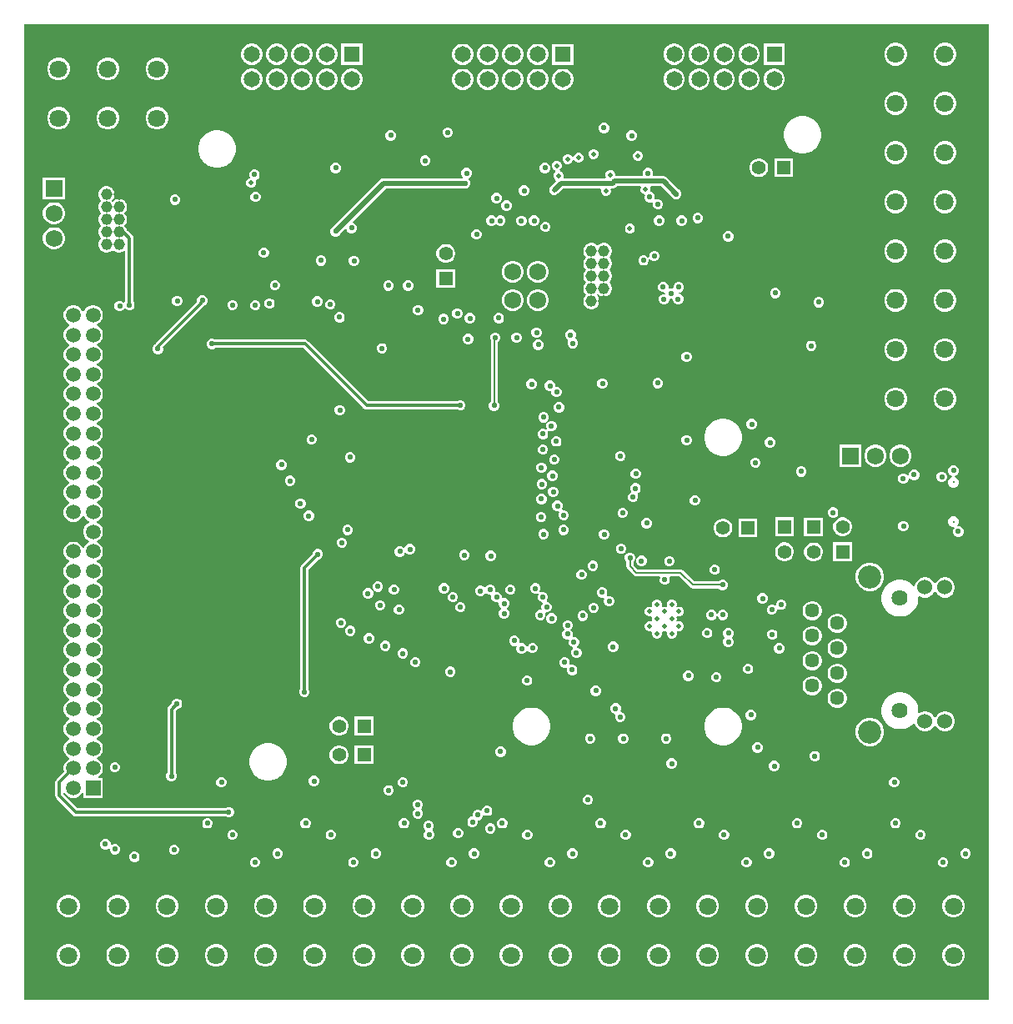
<source format=gbr>
%TF.GenerationSoftware,Altium Limited,Altium Designer,23.2.1 (34)*%
G04 Layer_Physical_Order=4*
G04 Layer_Color=6736896*
%FSLAX45Y45*%
%MOMM*%
%TF.SameCoordinates,D2D2B7A9-F2F8-4E87-A196-037FCC396BAD*%
%TF.FilePolarity,Positive*%
%TF.FileFunction,Copper,L4,Inr,Signal*%
%TF.Part,Single*%
G01*
G75*
%TA.AperFunction,Conductor*%
%ADD47C,0.30000*%
%ADD49C,0.17000*%
%ADD51C,0.50000*%
%TA.AperFunction,ComponentPad*%
%ADD56C,1.40000*%
%ADD57R,1.40000X1.40000*%
%ADD58C,1.72500*%
%ADD59R,1.72500X1.72500*%
%ADD60R,1.72500X1.72500*%
%ADD61R,1.40000X1.40000*%
%ADD62R,1.50000X1.50000*%
%ADD63C,1.50000*%
%ADD64R,1.65000X1.65000*%
%ADD65C,1.65000*%
%ADD66C,1.15000*%
%ADD67C,1.44600*%
%ADD68C,1.53000*%
%ADD69C,2.35500*%
%ADD70C,1.62500*%
%ADD71C,1.80000*%
%ADD72C,0.27500*%
%TA.AperFunction,ViaPad*%
%ADD73C,0.55000*%
%ADD74C,0.50000*%
G36*
X20750000Y2150000D02*
X10950000D01*
Y12050000D01*
X20750000D01*
Y2150000D01*
D02*
G37*
%LPC*%
G36*
X18674339Y11857900D02*
X18458540D01*
Y11642100D01*
X18674339D01*
Y11857900D01*
D02*
G37*
G36*
X18326645D02*
X18298235D01*
X18270792Y11850547D01*
X18246188Y11836341D01*
X18226099Y11816252D01*
X18211893Y11791648D01*
X18204539Y11764205D01*
Y11735795D01*
X18211893Y11708352D01*
X18226099Y11683748D01*
X18246188Y11663658D01*
X18270792Y11649453D01*
X18298235Y11642100D01*
X18326645D01*
X18354088Y11649453D01*
X18378693Y11663658D01*
X18398782Y11683748D01*
X18412987Y11708352D01*
X18420340Y11735795D01*
Y11764205D01*
X18412987Y11791648D01*
X18398782Y11816252D01*
X18378693Y11836341D01*
X18354088Y11850547D01*
X18326645Y11857900D01*
D02*
G37*
G36*
X18072646D02*
X18044235D01*
X18016792Y11850547D01*
X17992188Y11836341D01*
X17972099Y11816252D01*
X17957893Y11791648D01*
X17950540Y11764205D01*
Y11735795D01*
X17957893Y11708352D01*
X17972099Y11683748D01*
X17992188Y11663658D01*
X18016792Y11649453D01*
X18044235Y11642100D01*
X18072646D01*
X18100089Y11649453D01*
X18124692Y11663658D01*
X18144781Y11683748D01*
X18158987Y11708352D01*
X18166341Y11735795D01*
Y11764205D01*
X18158987Y11791648D01*
X18144781Y11816252D01*
X18124692Y11836341D01*
X18100089Y11850547D01*
X18072646Y11857900D01*
D02*
G37*
G36*
X17818645D02*
X17790234D01*
X17762791Y11850547D01*
X17738188Y11836341D01*
X17718098Y11816252D01*
X17703893Y11791648D01*
X17696539Y11764205D01*
Y11735795D01*
X17703893Y11708352D01*
X17718098Y11683748D01*
X17738188Y11663658D01*
X17762791Y11649453D01*
X17790234Y11642100D01*
X17818645D01*
X17846088Y11649453D01*
X17870692Y11663658D01*
X17890782Y11683748D01*
X17904987Y11708352D01*
X17912340Y11735795D01*
Y11764205D01*
X17904987Y11791648D01*
X17890782Y11816252D01*
X17870692Y11836341D01*
X17846088Y11850547D01*
X17818645Y11857900D01*
D02*
G37*
G36*
X17564645D02*
X17536235D01*
X17508792Y11850547D01*
X17484187Y11836341D01*
X17464099Y11816252D01*
X17449893Y11791648D01*
X17442540Y11764205D01*
Y11735795D01*
X17449893Y11708352D01*
X17464099Y11683748D01*
X17484187Y11663658D01*
X17508792Y11649453D01*
X17536235Y11642100D01*
X17564645D01*
X17592088Y11649453D01*
X17616692Y11663658D01*
X17636781Y11683748D01*
X17650987Y11708352D01*
X17658340Y11735795D01*
Y11764205D01*
X17650987Y11791648D01*
X17636781Y11816252D01*
X17616692Y11836341D01*
X17592088Y11850547D01*
X17564645Y11857900D01*
D02*
G37*
G36*
X14385240Y11855400D02*
X14169440D01*
Y11639600D01*
X14385240D01*
Y11855400D01*
D02*
G37*
G36*
X14037544D02*
X14009135D01*
X13981693Y11848047D01*
X13957088Y11833841D01*
X13937000Y11813752D01*
X13922794Y11789148D01*
X13915440Y11761705D01*
Y11733295D01*
X13922794Y11705852D01*
X13937000Y11681248D01*
X13957088Y11661159D01*
X13981693Y11646953D01*
X14009135Y11639600D01*
X14037544D01*
X14064989Y11646953D01*
X14089592Y11661159D01*
X14109682Y11681248D01*
X14123888Y11705852D01*
X14131239Y11733295D01*
Y11761705D01*
X14123888Y11789148D01*
X14109682Y11813752D01*
X14089592Y11833841D01*
X14064989Y11848047D01*
X14037544Y11855400D01*
D02*
G37*
G36*
X13783545D02*
X13755135D01*
X13727692Y11848047D01*
X13703088Y11833841D01*
X13682999Y11813752D01*
X13668793Y11789148D01*
X13661440Y11761705D01*
Y11733295D01*
X13668793Y11705852D01*
X13682999Y11681248D01*
X13703088Y11661159D01*
X13727692Y11646953D01*
X13755135Y11639600D01*
X13783545D01*
X13810988Y11646953D01*
X13835593Y11661159D01*
X13855681Y11681248D01*
X13869887Y11705852D01*
X13877240Y11733295D01*
Y11761705D01*
X13869887Y11789148D01*
X13855681Y11813752D01*
X13835593Y11833841D01*
X13810988Y11848047D01*
X13783545Y11855400D01*
D02*
G37*
G36*
X13529546D02*
X13501135D01*
X13473692Y11848047D01*
X13449088Y11833841D01*
X13428999Y11813752D01*
X13414793Y11789148D01*
X13407440Y11761705D01*
Y11733295D01*
X13414793Y11705852D01*
X13428999Y11681248D01*
X13449088Y11661159D01*
X13473692Y11646953D01*
X13501135Y11639600D01*
X13529546D01*
X13556989Y11646953D01*
X13581592Y11661159D01*
X13601682Y11681248D01*
X13615887Y11705852D01*
X13623241Y11733295D01*
Y11761705D01*
X13615887Y11789148D01*
X13601682Y11813752D01*
X13581592Y11833841D01*
X13556989Y11848047D01*
X13529546Y11855400D01*
D02*
G37*
G36*
X13275545D02*
X13247134D01*
X13219691Y11848047D01*
X13195088Y11833841D01*
X13174998Y11813752D01*
X13160793Y11789148D01*
X13153439Y11761705D01*
Y11733295D01*
X13160793Y11705852D01*
X13174998Y11681248D01*
X13195088Y11661159D01*
X13219691Y11646953D01*
X13247134Y11639600D01*
X13275545D01*
X13302988Y11646953D01*
X13327592Y11661159D01*
X13347681Y11681248D01*
X13361887Y11705852D01*
X13369240Y11733295D01*
Y11761705D01*
X13361887Y11789148D01*
X13347681Y11813752D01*
X13327592Y11833841D01*
X13302988Y11848047D01*
X13275545Y11855400D01*
D02*
G37*
G36*
X16527100Y11854980D02*
X16311301D01*
Y11639180D01*
X16527100D01*
Y11854980D01*
D02*
G37*
G36*
X16179405D02*
X16150995D01*
X16123552Y11847627D01*
X16098949Y11833422D01*
X16078859Y11813332D01*
X16064653Y11788728D01*
X16057300Y11761286D01*
Y11732875D01*
X16064653Y11705433D01*
X16078859Y11680828D01*
X16098949Y11660739D01*
X16123552Y11646533D01*
X16150995Y11639180D01*
X16179405D01*
X16206848Y11646533D01*
X16231451Y11660739D01*
X16251543Y11680828D01*
X16265747Y11705433D01*
X16273100Y11732875D01*
Y11761286D01*
X16265747Y11788728D01*
X16251543Y11813332D01*
X16231451Y11833422D01*
X16206848Y11847627D01*
X16179405Y11854980D01*
D02*
G37*
G36*
X15925404D02*
X15896996D01*
X15869553Y11847627D01*
X15844948Y11833422D01*
X15824860Y11813332D01*
X15810654Y11788728D01*
X15803300Y11761286D01*
Y11732875D01*
X15810654Y11705433D01*
X15824860Y11680828D01*
X15844948Y11660739D01*
X15869553Y11646533D01*
X15896996Y11639180D01*
X15925404D01*
X15952847Y11646533D01*
X15977452Y11660739D01*
X15997542Y11680828D01*
X16011748Y11705433D01*
X16019099Y11732875D01*
Y11761286D01*
X16011748Y11788728D01*
X15997542Y11813332D01*
X15977452Y11833422D01*
X15952847Y11847627D01*
X15925404Y11854980D01*
D02*
G37*
G36*
X15671405D02*
X15642995D01*
X15615552Y11847627D01*
X15590948Y11833422D01*
X15570859Y11813332D01*
X15556653Y11788728D01*
X15549300Y11761286D01*
Y11732875D01*
X15556653Y11705433D01*
X15570859Y11680828D01*
X15590948Y11660739D01*
X15615552Y11646533D01*
X15642995Y11639180D01*
X15671405D01*
X15698848Y11646533D01*
X15723453Y11660739D01*
X15743542Y11680828D01*
X15757747Y11705433D01*
X15765100Y11732875D01*
Y11761286D01*
X15757747Y11788728D01*
X15743542Y11813332D01*
X15723453Y11833422D01*
X15698848Y11847627D01*
X15671405Y11854980D01*
D02*
G37*
G36*
X15417406D02*
X15388995D01*
X15361552Y11847627D01*
X15336948Y11833422D01*
X15316859Y11813332D01*
X15302654Y11788728D01*
X15295300Y11761286D01*
Y11732875D01*
X15302654Y11705433D01*
X15316859Y11680828D01*
X15336948Y11660739D01*
X15361552Y11646533D01*
X15388995Y11639180D01*
X15417406D01*
X15444849Y11646533D01*
X15469452Y11660739D01*
X15489542Y11680828D01*
X15503748Y11705433D01*
X15511099Y11732875D01*
Y11761286D01*
X15503748Y11788728D01*
X15489542Y11813332D01*
X15469452Y11833422D01*
X15444849Y11847627D01*
X15417406Y11854980D01*
D02*
G37*
G36*
X20315193Y11865400D02*
X20284807D01*
X20255457Y11857536D01*
X20229143Y11842343D01*
X20207657Y11820857D01*
X20192465Y11794543D01*
X20184599Y11765193D01*
Y11734807D01*
X20192465Y11705457D01*
X20207657Y11679143D01*
X20229143Y11657657D01*
X20255457Y11642465D01*
X20284807Y11634600D01*
X20315193D01*
X20344543Y11642465D01*
X20370857Y11657657D01*
X20392343Y11679143D01*
X20407536Y11705457D01*
X20415401Y11734807D01*
Y11765193D01*
X20407536Y11794543D01*
X20392343Y11820857D01*
X20370857Y11842343D01*
X20344543Y11857536D01*
X20315193Y11865400D01*
D02*
G37*
G36*
X19815193D02*
X19784807D01*
X19755457Y11857536D01*
X19729143Y11842343D01*
X19707657Y11820857D01*
X19692465Y11794543D01*
X19684599Y11765193D01*
Y11734807D01*
X19692465Y11705457D01*
X19707657Y11679143D01*
X19729143Y11657657D01*
X19755457Y11642465D01*
X19784807Y11634600D01*
X19815193D01*
X19844543Y11642465D01*
X19870857Y11657657D01*
X19892343Y11679143D01*
X19907535Y11705457D01*
X19915401Y11734807D01*
Y11765193D01*
X19907535Y11794543D01*
X19892343Y11820857D01*
X19870857Y11842343D01*
X19844543Y11857536D01*
X19815193Y11865400D01*
D02*
G37*
G36*
X12315193Y11715400D02*
X12284807D01*
X12255457Y11707535D01*
X12229143Y11692343D01*
X12207657Y11670857D01*
X12192465Y11644543D01*
X12184600Y11615193D01*
Y11584807D01*
X12192465Y11555457D01*
X12207657Y11529143D01*
X12229143Y11507657D01*
X12255457Y11492464D01*
X12284807Y11484600D01*
X12315193D01*
X12344543Y11492464D01*
X12370857Y11507657D01*
X12392343Y11529143D01*
X12407536Y11555457D01*
X12415400Y11584807D01*
Y11615193D01*
X12407536Y11644543D01*
X12392343Y11670857D01*
X12370857Y11692343D01*
X12344543Y11707535D01*
X12315193Y11715400D01*
D02*
G37*
G36*
X11815193D02*
X11784807D01*
X11755457Y11707535D01*
X11729143Y11692343D01*
X11707657Y11670857D01*
X11692465Y11644543D01*
X11684600Y11615193D01*
Y11584807D01*
X11692465Y11555457D01*
X11707657Y11529143D01*
X11729143Y11507657D01*
X11755457Y11492464D01*
X11784807Y11484600D01*
X11815193D01*
X11844543Y11492464D01*
X11870857Y11507657D01*
X11892343Y11529143D01*
X11907535Y11555457D01*
X11915400Y11584807D01*
Y11615193D01*
X11907535Y11644543D01*
X11892343Y11670857D01*
X11870857Y11692343D01*
X11844543Y11707535D01*
X11815193Y11715400D01*
D02*
G37*
G36*
X11315193D02*
X11284807D01*
X11255457Y11707535D01*
X11229143Y11692343D01*
X11207657Y11670857D01*
X11192465Y11644543D01*
X11184600Y11615193D01*
Y11584807D01*
X11192465Y11555457D01*
X11207657Y11529143D01*
X11229143Y11507657D01*
X11255457Y11492464D01*
X11284807Y11484600D01*
X11315193D01*
X11344543Y11492464D01*
X11370857Y11507657D01*
X11392343Y11529143D01*
X11407535Y11555457D01*
X11415400Y11584807D01*
Y11615193D01*
X11407535Y11644543D01*
X11392343Y11670857D01*
X11370857Y11692343D01*
X11344543Y11707535D01*
X11315193Y11715400D01*
D02*
G37*
G36*
X18580646Y11603900D02*
X18552235D01*
X18524792Y11596547D01*
X18500188Y11582341D01*
X18480099Y11562252D01*
X18465894Y11537648D01*
X18458540Y11510205D01*
Y11481795D01*
X18465894Y11454352D01*
X18480099Y11429748D01*
X18500188Y11409658D01*
X18524792Y11395453D01*
X18552235Y11388100D01*
X18580646D01*
X18608089Y11395453D01*
X18632692Y11409658D01*
X18652782Y11429748D01*
X18666988Y11454352D01*
X18674339Y11481795D01*
Y11510205D01*
X18666988Y11537648D01*
X18652782Y11562252D01*
X18632692Y11582341D01*
X18608089Y11596547D01*
X18580646Y11603900D01*
D02*
G37*
G36*
X18326645D02*
X18298235D01*
X18270792Y11596547D01*
X18246188Y11582341D01*
X18226099Y11562252D01*
X18211893Y11537648D01*
X18204539Y11510205D01*
Y11481795D01*
X18211893Y11454352D01*
X18226099Y11429748D01*
X18246188Y11409658D01*
X18270792Y11395453D01*
X18298235Y11388100D01*
X18326645D01*
X18354088Y11395453D01*
X18378693Y11409658D01*
X18398782Y11429748D01*
X18412987Y11454352D01*
X18420340Y11481795D01*
Y11510205D01*
X18412987Y11537648D01*
X18398782Y11562252D01*
X18378693Y11582341D01*
X18354088Y11596547D01*
X18326645Y11603900D01*
D02*
G37*
G36*
X18072646D02*
X18044235D01*
X18016792Y11596547D01*
X17992188Y11582341D01*
X17972099Y11562252D01*
X17957893Y11537648D01*
X17950540Y11510205D01*
Y11481795D01*
X17957893Y11454352D01*
X17972099Y11429748D01*
X17992188Y11409658D01*
X18016792Y11395453D01*
X18044235Y11388100D01*
X18072646D01*
X18100089Y11395453D01*
X18124692Y11409658D01*
X18144781Y11429748D01*
X18158987Y11454352D01*
X18166341Y11481795D01*
Y11510205D01*
X18158987Y11537648D01*
X18144781Y11562252D01*
X18124692Y11582341D01*
X18100089Y11596547D01*
X18072646Y11603900D01*
D02*
G37*
G36*
X17818645D02*
X17790234D01*
X17762791Y11596547D01*
X17738188Y11582341D01*
X17718098Y11562252D01*
X17703893Y11537648D01*
X17696539Y11510205D01*
Y11481795D01*
X17703893Y11454352D01*
X17718098Y11429748D01*
X17738188Y11409658D01*
X17762791Y11395453D01*
X17790234Y11388100D01*
X17818645D01*
X17846088Y11395453D01*
X17870692Y11409658D01*
X17890782Y11429748D01*
X17904987Y11454352D01*
X17912340Y11481795D01*
Y11510205D01*
X17904987Y11537648D01*
X17890782Y11562252D01*
X17870692Y11582341D01*
X17846088Y11596547D01*
X17818645Y11603900D01*
D02*
G37*
G36*
X17564645D02*
X17536235D01*
X17508792Y11596547D01*
X17484187Y11582341D01*
X17464099Y11562252D01*
X17449893Y11537648D01*
X17442540Y11510205D01*
Y11481795D01*
X17449893Y11454352D01*
X17464099Y11429748D01*
X17484187Y11409658D01*
X17508792Y11395453D01*
X17536235Y11388100D01*
X17564645D01*
X17592088Y11395453D01*
X17616692Y11409658D01*
X17636781Y11429748D01*
X17650987Y11454352D01*
X17658340Y11481795D01*
Y11510205D01*
X17650987Y11537648D01*
X17636781Y11562252D01*
X17616692Y11582341D01*
X17592088Y11596547D01*
X17564645Y11603900D01*
D02*
G37*
G36*
X14291545Y11601400D02*
X14263135D01*
X14235692Y11594047D01*
X14211089Y11579841D01*
X14190999Y11559752D01*
X14176793Y11535148D01*
X14169440Y11507705D01*
Y11479295D01*
X14176793Y11451852D01*
X14190999Y11427248D01*
X14211089Y11407159D01*
X14235692Y11392953D01*
X14263135Y11385600D01*
X14291545D01*
X14318988Y11392953D01*
X14343591Y11407159D01*
X14363681Y11427248D01*
X14377887Y11451852D01*
X14385240Y11479295D01*
Y11507705D01*
X14377887Y11535148D01*
X14363681Y11559752D01*
X14343591Y11579841D01*
X14318988Y11594047D01*
X14291545Y11601400D01*
D02*
G37*
G36*
X14037544D02*
X14009135D01*
X13981693Y11594047D01*
X13957088Y11579841D01*
X13937000Y11559752D01*
X13922794Y11535148D01*
X13915440Y11507705D01*
Y11479295D01*
X13922794Y11451852D01*
X13937000Y11427248D01*
X13957088Y11407159D01*
X13981693Y11392953D01*
X14009135Y11385600D01*
X14037544D01*
X14064989Y11392953D01*
X14089592Y11407159D01*
X14109682Y11427248D01*
X14123888Y11451852D01*
X14131239Y11479295D01*
Y11507705D01*
X14123888Y11535148D01*
X14109682Y11559752D01*
X14089592Y11579841D01*
X14064989Y11594047D01*
X14037544Y11601400D01*
D02*
G37*
G36*
X13783545D02*
X13755135D01*
X13727692Y11594047D01*
X13703088Y11579841D01*
X13682999Y11559752D01*
X13668793Y11535148D01*
X13661440Y11507705D01*
Y11479295D01*
X13668793Y11451852D01*
X13682999Y11427248D01*
X13703088Y11407159D01*
X13727692Y11392953D01*
X13755135Y11385600D01*
X13783545D01*
X13810988Y11392953D01*
X13835593Y11407159D01*
X13855681Y11427248D01*
X13869887Y11451852D01*
X13877240Y11479295D01*
Y11507705D01*
X13869887Y11535148D01*
X13855681Y11559752D01*
X13835593Y11579841D01*
X13810988Y11594047D01*
X13783545Y11601400D01*
D02*
G37*
G36*
X13529546D02*
X13501135D01*
X13473692Y11594047D01*
X13449088Y11579841D01*
X13428999Y11559752D01*
X13414793Y11535148D01*
X13407440Y11507705D01*
Y11479295D01*
X13414793Y11451852D01*
X13428999Y11427248D01*
X13449088Y11407159D01*
X13473692Y11392953D01*
X13501135Y11385600D01*
X13529546D01*
X13556989Y11392953D01*
X13581592Y11407159D01*
X13601682Y11427248D01*
X13615887Y11451852D01*
X13623241Y11479295D01*
Y11507705D01*
X13615887Y11535148D01*
X13601682Y11559752D01*
X13581592Y11579841D01*
X13556989Y11594047D01*
X13529546Y11601400D01*
D02*
G37*
G36*
X13275545D02*
X13247134D01*
X13219691Y11594047D01*
X13195088Y11579841D01*
X13174998Y11559752D01*
X13160793Y11535148D01*
X13153439Y11507705D01*
Y11479295D01*
X13160793Y11451852D01*
X13174998Y11427248D01*
X13195088Y11407159D01*
X13219691Y11392953D01*
X13247134Y11385600D01*
X13275545D01*
X13302988Y11392953D01*
X13327592Y11407159D01*
X13347681Y11427248D01*
X13361887Y11451852D01*
X13369240Y11479295D01*
Y11507705D01*
X13361887Y11535148D01*
X13347681Y11559752D01*
X13327592Y11579841D01*
X13302988Y11594047D01*
X13275545Y11601400D01*
D02*
G37*
G36*
X16433405Y11600980D02*
X16404996D01*
X16377551Y11593627D01*
X16352948Y11579422D01*
X16332858Y11559332D01*
X16318652Y11534728D01*
X16311301Y11507286D01*
Y11478875D01*
X16318652Y11451433D01*
X16332858Y11426828D01*
X16352948Y11406739D01*
X16377551Y11392533D01*
X16404996Y11385180D01*
X16433405D01*
X16460847Y11392533D01*
X16485452Y11406739D01*
X16505542Y11426828D01*
X16519746Y11451433D01*
X16527100Y11478875D01*
Y11507286D01*
X16519746Y11534728D01*
X16505542Y11559332D01*
X16485452Y11579422D01*
X16460847Y11593627D01*
X16433405Y11600980D01*
D02*
G37*
G36*
X16179405D02*
X16150995D01*
X16123552Y11593627D01*
X16098949Y11579422D01*
X16078859Y11559332D01*
X16064653Y11534728D01*
X16057300Y11507286D01*
Y11478875D01*
X16064653Y11451433D01*
X16078859Y11426828D01*
X16098949Y11406739D01*
X16123552Y11392533D01*
X16150995Y11385180D01*
X16179405D01*
X16206848Y11392533D01*
X16231451Y11406739D01*
X16251543Y11426828D01*
X16265747Y11451433D01*
X16273100Y11478875D01*
Y11507286D01*
X16265747Y11534728D01*
X16251543Y11559332D01*
X16231451Y11579422D01*
X16206848Y11593627D01*
X16179405Y11600980D01*
D02*
G37*
G36*
X15925404D02*
X15896996D01*
X15869553Y11593627D01*
X15844948Y11579422D01*
X15824860Y11559332D01*
X15810654Y11534728D01*
X15803300Y11507286D01*
Y11478875D01*
X15810654Y11451433D01*
X15824860Y11426828D01*
X15844948Y11406739D01*
X15869553Y11392533D01*
X15896996Y11385180D01*
X15925404D01*
X15952847Y11392533D01*
X15977452Y11406739D01*
X15997542Y11426828D01*
X16011748Y11451433D01*
X16019099Y11478875D01*
Y11507286D01*
X16011748Y11534728D01*
X15997542Y11559332D01*
X15977452Y11579422D01*
X15952847Y11593627D01*
X15925404Y11600980D01*
D02*
G37*
G36*
X15671405D02*
X15642995D01*
X15615552Y11593627D01*
X15590948Y11579422D01*
X15570859Y11559332D01*
X15556653Y11534728D01*
X15549300Y11507286D01*
Y11478875D01*
X15556653Y11451433D01*
X15570859Y11426828D01*
X15590948Y11406739D01*
X15615552Y11392533D01*
X15642995Y11385180D01*
X15671405D01*
X15698848Y11392533D01*
X15723453Y11406739D01*
X15743542Y11426828D01*
X15757747Y11451433D01*
X15765100Y11478875D01*
Y11507286D01*
X15757747Y11534728D01*
X15743542Y11559332D01*
X15723453Y11579422D01*
X15698848Y11593627D01*
X15671405Y11600980D01*
D02*
G37*
G36*
X15417406D02*
X15388995D01*
X15361552Y11593627D01*
X15336948Y11579422D01*
X15316859Y11559332D01*
X15302654Y11534728D01*
X15295300Y11507286D01*
Y11478875D01*
X15302654Y11451433D01*
X15316859Y11426828D01*
X15336948Y11406739D01*
X15361552Y11392533D01*
X15388995Y11385180D01*
X15417406D01*
X15444849Y11392533D01*
X15469452Y11406739D01*
X15489542Y11426828D01*
X15503748Y11451433D01*
X15511099Y11478875D01*
Y11507286D01*
X15503748Y11534728D01*
X15489542Y11559332D01*
X15469452Y11579422D01*
X15444849Y11593627D01*
X15417406Y11600980D01*
D02*
G37*
G36*
X20315190Y11365402D02*
X20284805D01*
X20255455Y11357538D01*
X20229140Y11342345D01*
X20207655Y11320860D01*
X20192462Y11294545D01*
X20184598Y11265195D01*
Y11234810D01*
X20192462Y11205460D01*
X20207655Y11179145D01*
X20229140Y11157660D01*
X20255455Y11142467D01*
X20284805Y11134603D01*
X20315190D01*
X20344540Y11142467D01*
X20370856Y11157660D01*
X20392340Y11179145D01*
X20407533Y11205460D01*
X20415398Y11234810D01*
Y11265195D01*
X20407533Y11294545D01*
X20392340Y11320860D01*
X20370856Y11342345D01*
X20344540Y11357538D01*
X20315190Y11365402D01*
D02*
G37*
G36*
X19815190D02*
X19784805D01*
X19755455Y11357538D01*
X19729140Y11342345D01*
X19707655Y11320860D01*
X19692462Y11294545D01*
X19684598Y11265195D01*
Y11234810D01*
X19692462Y11205460D01*
X19707655Y11179145D01*
X19729140Y11157660D01*
X19755455Y11142467D01*
X19784805Y11134603D01*
X19815190D01*
X19844540Y11142467D01*
X19870856Y11157660D01*
X19892340Y11179145D01*
X19907533Y11205460D01*
X19915398Y11234810D01*
Y11265195D01*
X19907533Y11294545D01*
X19892340Y11320860D01*
X19870856Y11342345D01*
X19844540Y11357538D01*
X19815190Y11365402D01*
D02*
G37*
G36*
X12315193Y11215400D02*
X12284807D01*
X12255457Y11207535D01*
X12229143Y11192343D01*
X12207657Y11170857D01*
X12192465Y11144543D01*
X12184600Y11115193D01*
Y11084807D01*
X12192465Y11055457D01*
X12207657Y11029143D01*
X12229143Y11007657D01*
X12255457Y10992464D01*
X12284807Y10984600D01*
X12315193D01*
X12344543Y10992464D01*
X12370857Y11007657D01*
X12392343Y11029143D01*
X12407536Y11055457D01*
X12415400Y11084807D01*
Y11115193D01*
X12407536Y11144543D01*
X12392343Y11170857D01*
X12370857Y11192343D01*
X12344543Y11207535D01*
X12315193Y11215400D01*
D02*
G37*
G36*
X11815193D02*
X11784807D01*
X11755457Y11207535D01*
X11729143Y11192343D01*
X11707657Y11170857D01*
X11692465Y11144543D01*
X11684600Y11115193D01*
Y11084807D01*
X11692465Y11055457D01*
X11707657Y11029143D01*
X11729143Y11007657D01*
X11755457Y10992464D01*
X11784807Y10984600D01*
X11815193D01*
X11844543Y10992464D01*
X11870857Y11007657D01*
X11892343Y11029143D01*
X11907535Y11055457D01*
X11915400Y11084807D01*
Y11115193D01*
X11907535Y11144543D01*
X11892343Y11170857D01*
X11870857Y11192343D01*
X11844543Y11207535D01*
X11815193Y11215400D01*
D02*
G37*
G36*
X11315193D02*
X11284807D01*
X11255457Y11207535D01*
X11229143Y11192343D01*
X11207657Y11170857D01*
X11192465Y11144543D01*
X11184600Y11115193D01*
Y11084807D01*
X11192465Y11055457D01*
X11207657Y11029143D01*
X11229143Y11007657D01*
X11255457Y10992464D01*
X11284807Y10984600D01*
X11315193D01*
X11344543Y10992464D01*
X11370857Y11007657D01*
X11392343Y11029143D01*
X11407535Y11055457D01*
X11415400Y11084807D01*
Y11115193D01*
X11407535Y11144543D01*
X11392343Y11170857D01*
X11370857Y11192343D01*
X11344543Y11207535D01*
X11315193Y11215400D01*
D02*
G37*
G36*
X16848183Y11053640D02*
X16827138D01*
X16807695Y11045586D01*
X16792815Y11030705D01*
X16784760Y11011262D01*
Y10990218D01*
X16792815Y10970775D01*
X16807695Y10955894D01*
X16827138Y10947840D01*
X16848183D01*
X16867625Y10955894D01*
X16882506Y10970775D01*
X16890559Y10990218D01*
Y11011262D01*
X16882506Y11030705D01*
X16867625Y11045586D01*
X16848183Y11053640D01*
D02*
G37*
G36*
X15260683Y11007920D02*
X15239638D01*
X15220195Y10999866D01*
X15205315Y10984985D01*
X15197260Y10965542D01*
Y10944498D01*
X15205315Y10925055D01*
X15220195Y10910174D01*
X15239638Y10902120D01*
X15260683D01*
X15280125Y10910174D01*
X15295006Y10925055D01*
X15303059Y10944498D01*
Y10965542D01*
X15295006Y10984985D01*
X15280125Y10999866D01*
X15260683Y11007920D01*
D02*
G37*
G36*
X14684102Y10977440D02*
X14663058D01*
X14643616Y10969386D01*
X14628734Y10954505D01*
X14620680Y10935062D01*
Y10914018D01*
X14628734Y10894575D01*
X14643616Y10879694D01*
X14663058Y10871640D01*
X14684102D01*
X14703545Y10879694D01*
X14718427Y10894575D01*
X14726480Y10914018D01*
Y10935062D01*
X14718427Y10954505D01*
X14703545Y10969386D01*
X14684102Y10977440D01*
D02*
G37*
G36*
X17130122Y10976122D02*
X17109077D01*
X17089635Y10968068D01*
X17074754Y10953187D01*
X17066701Y10933744D01*
Y10912700D01*
X17074754Y10893257D01*
X17089635Y10878376D01*
X17109077Y10870322D01*
X17130122D01*
X17149565Y10878376D01*
X17164445Y10893257D01*
X17172501Y10912700D01*
Y10933744D01*
X17164445Y10953187D01*
X17149565Y10968068D01*
X17130122Y10976122D01*
D02*
G37*
G36*
X18873174Y11120020D02*
X18835667D01*
X18798882Y11112703D01*
X18764232Y11098350D01*
X18733047Y11077513D01*
X18706528Y11050993D01*
X18685690Y11019808D01*
X18671336Y10985158D01*
X18664020Y10948373D01*
Y10910867D01*
X18671336Y10874082D01*
X18685690Y10839432D01*
X18706528Y10808247D01*
X18733047Y10781727D01*
X18764232Y10760890D01*
X18798882Y10746537D01*
X18835667Y10739220D01*
X18873174D01*
X18909958Y10746537D01*
X18944608Y10760890D01*
X18975793Y10781727D01*
X19002313Y10808247D01*
X19023151Y10839432D01*
X19037503Y10874082D01*
X19044820Y10910867D01*
Y10948373D01*
X19037503Y10985158D01*
X19023151Y11019808D01*
X19002313Y11050993D01*
X18975793Y11077513D01*
X18944608Y11098350D01*
X18909958Y11112703D01*
X18873174Y11120020D01*
D02*
G37*
G36*
X16591145Y10746340D02*
X16571095D01*
X16552571Y10738667D01*
X16538393Y10724489D01*
X16530721Y10705965D01*
Y10702532D01*
X16518021Y10700006D01*
X16512086Y10714329D01*
X16497910Y10728507D01*
X16479385Y10736180D01*
X16459335D01*
X16440811Y10728507D01*
X16426633Y10714329D01*
X16418961Y10695805D01*
Y10675755D01*
X16426633Y10657231D01*
X16440811Y10643053D01*
X16459335Y10635380D01*
X16479385D01*
X16497910Y10643053D01*
X16512086Y10657231D01*
X16519760Y10675755D01*
Y10679188D01*
X16532460Y10681714D01*
X16538393Y10667391D01*
X16552571Y10653213D01*
X16571095Y10645540D01*
X16591145D01*
X16609669Y10653213D01*
X16623846Y10667391D01*
X16631520Y10685915D01*
Y10705965D01*
X16623846Y10724489D01*
X16609669Y10738667D01*
X16591145Y10746340D01*
D02*
G37*
G36*
X16741005Y10786980D02*
X16720955D01*
X16702431Y10779307D01*
X16688252Y10765129D01*
X16680580Y10746605D01*
Y10726555D01*
X16688252Y10708031D01*
X16702431Y10693853D01*
X16720955Y10686180D01*
X16741005D01*
X16759529Y10693853D01*
X16773708Y10708031D01*
X16781380Y10726555D01*
Y10746605D01*
X16773708Y10765129D01*
X16759529Y10779307D01*
X16741005Y10786980D01*
D02*
G37*
G36*
X17193124Y10766660D02*
X17173074D01*
X17154552Y10758987D01*
X17140373Y10744809D01*
X17132700Y10726285D01*
Y10706235D01*
X17140373Y10687711D01*
X17154552Y10673533D01*
X17173074Y10665860D01*
X17193124D01*
X17211649Y10673533D01*
X17225827Y10687711D01*
X17233501Y10706235D01*
Y10726285D01*
X17225827Y10744809D01*
X17211649Y10758987D01*
X17193124Y10766660D01*
D02*
G37*
G36*
X20315192Y10865402D02*
X20284805D01*
X20255457Y10857538D01*
X20229141Y10842345D01*
X20207655Y10820859D01*
X20192464Y10794545D01*
X20184599Y10765195D01*
Y10734810D01*
X20192464Y10705460D01*
X20207655Y10679145D01*
X20229141Y10657660D01*
X20255457Y10642467D01*
X20284805Y10634603D01*
X20315192D01*
X20344540Y10642467D01*
X20370856Y10657660D01*
X20392342Y10679145D01*
X20407533Y10705460D01*
X20415398Y10734810D01*
Y10765195D01*
X20407533Y10794545D01*
X20392342Y10820859D01*
X20370856Y10842345D01*
X20344540Y10857538D01*
X20315192Y10865402D01*
D02*
G37*
G36*
X19815192D02*
X19784805D01*
X19755457Y10857538D01*
X19729141Y10842345D01*
X19707655Y10820859D01*
X19692464Y10794545D01*
X19684599Y10765195D01*
Y10734810D01*
X19692464Y10705460D01*
X19707655Y10679145D01*
X19729141Y10657660D01*
X19755457Y10642467D01*
X19784805Y10634603D01*
X19815192D01*
X19844540Y10642467D01*
X19870856Y10657660D01*
X19892342Y10679145D01*
X19907533Y10705460D01*
X19915398Y10734810D01*
Y10765195D01*
X19907533Y10794545D01*
X19892342Y10820859D01*
X19870856Y10842345D01*
X19844540Y10857538D01*
X19815192Y10865402D01*
D02*
G37*
G36*
X15032082Y10720900D02*
X15011038D01*
X14991595Y10712846D01*
X14976714Y10697965D01*
X14968660Y10678522D01*
Y10657478D01*
X14976714Y10638035D01*
X14991595Y10623154D01*
X15011038Y10615100D01*
X15032082D01*
X15051524Y10623154D01*
X15066406Y10638035D01*
X15074460Y10657478D01*
Y10678522D01*
X15066406Y10697965D01*
X15051524Y10712846D01*
X15032082Y10720900D01*
D02*
G37*
G36*
X12927032Y10977780D02*
X12889526D01*
X12852742Y10970463D01*
X12818092Y10956110D01*
X12786907Y10935273D01*
X12760387Y10908753D01*
X12739550Y10877568D01*
X12725197Y10842918D01*
X12717880Y10806133D01*
Y10768627D01*
X12725197Y10731842D01*
X12739550Y10697192D01*
X12760387Y10666007D01*
X12786907Y10639487D01*
X12818092Y10618650D01*
X12852742Y10604297D01*
X12889526Y10596980D01*
X12927032D01*
X12963818Y10604297D01*
X12998468Y10618650D01*
X13029652Y10639487D01*
X13056174Y10666007D01*
X13077010Y10697192D01*
X13091364Y10731842D01*
X13098680Y10768627D01*
Y10806133D01*
X13091364Y10842918D01*
X13077010Y10877568D01*
X13056174Y10908753D01*
X13029652Y10935273D01*
X12998468Y10956110D01*
X12963818Y10970463D01*
X12927032Y10977780D01*
D02*
G37*
G36*
X16248743Y10647240D02*
X16227698D01*
X16208255Y10639186D01*
X16193375Y10624305D01*
X16185320Y10604862D01*
Y10583818D01*
X16193375Y10564375D01*
X16208255Y10549494D01*
X16227698Y10541440D01*
X16248743D01*
X16268185Y10549494D01*
X16283066Y10564375D01*
X16291119Y10583818D01*
Y10604862D01*
X16283066Y10624305D01*
X16268185Y10639186D01*
X16248743Y10647240D01*
D02*
G37*
G36*
X14125302D02*
X14104259D01*
X14084814Y10639186D01*
X14069934Y10624305D01*
X14061880Y10604862D01*
Y10583818D01*
X14069934Y10564375D01*
X14084814Y10549494D01*
X14104259Y10541440D01*
X14125302D01*
X14144745Y10549494D01*
X14159625Y10564375D01*
X14167680Y10583818D01*
Y10604862D01*
X14159625Y10624305D01*
X14144745Y10639186D01*
X14125302Y10647240D01*
D02*
G37*
G36*
X18759320Y10692280D02*
X18568520D01*
Y10501480D01*
X18759320D01*
Y10692280D01*
D02*
G37*
G36*
X18422479D02*
X18397360D01*
X18373097Y10685778D01*
X18351343Y10673219D01*
X18333582Y10655457D01*
X18321022Y10633703D01*
X18314520Y10609440D01*
Y10584320D01*
X18321022Y10560057D01*
X18333582Y10538303D01*
X18351343Y10520541D01*
X18373097Y10507982D01*
X18397360Y10501480D01*
X18422479D01*
X18446742Y10507982D01*
X18468497Y10520541D01*
X18486259Y10538303D01*
X18498817Y10560057D01*
X18505321Y10584320D01*
Y10609440D01*
X18498817Y10633703D01*
X18486259Y10655457D01*
X18468497Y10673219D01*
X18446742Y10685778D01*
X18422479Y10692280D01*
D02*
G37*
G36*
X13299802Y10578660D02*
X13278758D01*
X13259315Y10570606D01*
X13244434Y10555725D01*
X13236380Y10536282D01*
Y10515238D01*
X13244434Y10495795D01*
X13235078Y10487719D01*
X13227711Y10484667D01*
X13213533Y10470489D01*
X13205859Y10451965D01*
Y10431915D01*
X13213533Y10413391D01*
X13227711Y10399213D01*
X13246236Y10391540D01*
X13266286D01*
X13284808Y10399213D01*
X13298987Y10413391D01*
X13306660Y10431915D01*
Y10451965D01*
X13302866Y10461127D01*
X13309283Y10476787D01*
X13319244Y10480914D01*
X13334126Y10495795D01*
X13342180Y10515238D01*
Y10536282D01*
X13334126Y10555725D01*
X13319244Y10570606D01*
X13299802Y10578660D01*
D02*
G37*
G36*
X15454575Y10593900D02*
X15433530D01*
X15414085Y10585846D01*
X15399205Y10570965D01*
X15391151Y10551522D01*
Y10530478D01*
X15399205Y10511035D01*
X15406676Y10503563D01*
X15401414Y10490863D01*
X14602536D01*
X14582870Y10486952D01*
X14566200Y10475812D01*
X14088466Y9998079D01*
X14084814Y9996566D01*
X14069934Y9981685D01*
X14061880Y9962242D01*
Y9941198D01*
X14069934Y9921755D01*
X14084814Y9906874D01*
X14104259Y9898820D01*
X14125302D01*
X14144745Y9906874D01*
X14159625Y9921755D01*
X14161139Y9925406D01*
X14210167Y9974434D01*
X14223660Y9969967D01*
X14229955Y9954775D01*
X14244835Y9939894D01*
X14264278Y9931840D01*
X14285323D01*
X14304765Y9939894D01*
X14319646Y9954775D01*
X14327699Y9974218D01*
Y9995262D01*
X14319646Y10014705D01*
X14304765Y10029586D01*
X14289574Y10035879D01*
X14285106Y10049373D01*
X14623820Y10388089D01*
X15416142D01*
X15419978Y10386500D01*
X15441022D01*
X15460464Y10394554D01*
X15475346Y10409435D01*
X15483400Y10428878D01*
Y10449922D01*
X15475346Y10469365D01*
X15465735Y10478977D01*
X15468198Y10493744D01*
X15474017Y10496154D01*
X15488898Y10511035D01*
X15496951Y10530478D01*
Y10551522D01*
X15488898Y10570965D01*
X15474017Y10585846D01*
X15454575Y10593900D01*
D02*
G37*
G36*
X16037923Y10416100D02*
X16016878D01*
X15997435Y10408046D01*
X15982555Y10393165D01*
X15974500Y10373722D01*
Y10352678D01*
X15982555Y10333235D01*
X15997435Y10318354D01*
X16016878Y10310300D01*
X16037923D01*
X16057365Y10318354D01*
X16072246Y10333235D01*
X16080299Y10352678D01*
Y10373722D01*
X16072246Y10393165D01*
X16057365Y10408046D01*
X16037923Y10416100D01*
D02*
G37*
G36*
X16367625Y10667600D02*
X16347575D01*
X16329051Y10659927D01*
X16314873Y10645749D01*
X16307201Y10627225D01*
Y10607175D01*
X16314873Y10588651D01*
X16329051Y10574473D01*
X16341307Y10569396D01*
X16342268Y10567470D01*
X16343571Y10555067D01*
X16332652Y10544149D01*
X16324980Y10525625D01*
Y10505575D01*
X16332652Y10487051D01*
X16346831Y10472873D01*
X16349278Y10460570D01*
X16295863Y10407156D01*
X16293053Y10402948D01*
X16289473Y10399369D01*
X16287537Y10394693D01*
X16284724Y10390485D01*
X16283737Y10385521D01*
X16281799Y10380845D01*
Y10375784D01*
X16280814Y10370820D01*
X16281799Y10365856D01*
Y10360795D01*
X16283737Y10356119D01*
X16284724Y10351155D01*
X16287537Y10346947D01*
X16289473Y10342271D01*
X16293053Y10338692D01*
X16295863Y10334484D01*
X16300072Y10331672D01*
X16303651Y10328093D01*
X16308327Y10326156D01*
X16312535Y10323344D01*
X16317499Y10322357D01*
X16322176Y10320420D01*
X16327235D01*
X16332201Y10319433D01*
X16337164Y10320420D01*
X16342226D01*
X16346901Y10322357D01*
X16351865Y10323344D01*
X16356073Y10326156D01*
X16360748Y10328093D01*
X16364328Y10331672D01*
X16368536Y10334484D01*
X16422865Y10388813D01*
X16803659D01*
X16810715Y10378253D01*
X16807581Y10370685D01*
Y10350635D01*
X16815253Y10332111D01*
X16829431Y10317933D01*
X16847955Y10310260D01*
X16868005D01*
X16886530Y10317933D01*
X16900706Y10332111D01*
X16908380Y10350635D01*
Y10370685D01*
X16905244Y10378253D01*
X16912302Y10388813D01*
X16929851D01*
X16949516Y10392724D01*
X16966187Y10403864D01*
X16969562Y10407239D01*
X17203983D01*
X17212468Y10394538D01*
X17208900Y10385925D01*
Y10365875D01*
X17216573Y10347351D01*
X17230751Y10333173D01*
X17249275Y10325500D01*
X17254019Y10318399D01*
X17249580Y10307682D01*
Y10286638D01*
X17257634Y10267195D01*
X17272514Y10252314D01*
X17291959Y10244260D01*
X17313002D01*
X17326151Y10249706D01*
X17335870Y10239986D01*
X17333400Y10234022D01*
Y10212978D01*
X17341454Y10193535D01*
X17356335Y10178654D01*
X17375778Y10170600D01*
X17396822D01*
X17416264Y10178654D01*
X17431146Y10193535D01*
X17439200Y10212978D01*
Y10234022D01*
X17431146Y10253465D01*
X17416264Y10268346D01*
X17396822Y10276400D01*
X17375778D01*
X17362630Y10270954D01*
X17352910Y10280674D01*
X17355380Y10286638D01*
Y10307682D01*
X17347327Y10327125D01*
X17332445Y10342006D01*
X17316325Y10348683D01*
X17307915Y10361566D01*
X17309700Y10365875D01*
Y10385925D01*
X17306133Y10394538D01*
X17314618Y10407239D01*
X17421989D01*
X17525362Y10303866D01*
X17526874Y10300215D01*
X17541756Y10285334D01*
X17561198Y10277280D01*
X17582242D01*
X17601685Y10285334D01*
X17616566Y10300215D01*
X17624620Y10319658D01*
Y10340702D01*
X17616566Y10360145D01*
X17601685Y10375026D01*
X17598035Y10376539D01*
X17479610Y10494962D01*
X17462939Y10506101D01*
X17443274Y10510013D01*
X17342870D01*
X17334384Y10522713D01*
X17337601Y10530478D01*
Y10551522D01*
X17329546Y10570965D01*
X17314665Y10585846D01*
X17295222Y10593900D01*
X17274178D01*
X17254735Y10585846D01*
X17239854Y10570965D01*
X17231799Y10551522D01*
Y10530478D01*
X17235016Y10522713D01*
X17226530Y10510013D01*
X16958766D01*
X16956639Y10513195D01*
Y10533245D01*
X16948965Y10551769D01*
X16934789Y10565947D01*
X16916264Y10573620D01*
X16896214D01*
X16877690Y10565947D01*
X16863513Y10551769D01*
X16855840Y10533245D01*
Y10513195D01*
X16859529Y10504288D01*
X16851044Y10491587D01*
X16431416D01*
X16424361Y10502147D01*
X16425780Y10505575D01*
Y10525625D01*
X16418108Y10544149D01*
X16403929Y10558327D01*
X16391673Y10563404D01*
X16390712Y10565330D01*
X16389409Y10577733D01*
X16400327Y10588651D01*
X16408000Y10607175D01*
Y10627225D01*
X16400327Y10645749D01*
X16386150Y10659927D01*
X16367625Y10667600D01*
D02*
G37*
G36*
X11363850Y10500250D02*
X11140550D01*
Y10276950D01*
X11363850D01*
Y10500250D01*
D02*
G37*
G36*
X13310522Y10352900D02*
X13289478D01*
X13270035Y10344846D01*
X13255154Y10329965D01*
X13247099Y10310522D01*
Y10289478D01*
X13255154Y10270035D01*
X13270035Y10255154D01*
X13289478Y10247100D01*
X13310522D01*
X13329965Y10255154D01*
X13344846Y10270035D01*
X13352901Y10289478D01*
Y10310522D01*
X13344846Y10329965D01*
X13329965Y10344846D01*
X13310522Y10352900D01*
D02*
G37*
G36*
X15758522Y10339900D02*
X15737479D01*
X15718034Y10331846D01*
X15703154Y10316965D01*
X15695100Y10297522D01*
Y10276478D01*
X15703154Y10257035D01*
X15718034Y10242154D01*
X15737479Y10234100D01*
X15758522D01*
X15777965Y10242154D01*
X15792847Y10257035D01*
X15800900Y10276478D01*
Y10297522D01*
X15792847Y10316965D01*
X15777965Y10331846D01*
X15758522Y10339900D01*
D02*
G37*
G36*
X12492082Y10324660D02*
X12471038D01*
X12451595Y10316606D01*
X12436714Y10301725D01*
X12428660Y10282282D01*
Y10261238D01*
X12436714Y10241795D01*
X12451595Y10226914D01*
X12471038Y10218860D01*
X12492082D01*
X12511525Y10226914D01*
X12526406Y10241795D01*
X12534460Y10261238D01*
Y10282282D01*
X12526406Y10301725D01*
X12511525Y10316606D01*
X12492082Y10324660D01*
D02*
G37*
G36*
X15860123Y10263700D02*
X15839078D01*
X15819635Y10255646D01*
X15804755Y10240765D01*
X15796700Y10221322D01*
Y10200278D01*
X15804755Y10180835D01*
X15819635Y10165954D01*
X15839078Y10157900D01*
X15860123D01*
X15879565Y10165954D01*
X15894446Y10180835D01*
X15902499Y10200278D01*
Y10221322D01*
X15894446Y10240765D01*
X15879565Y10255646D01*
X15860123Y10263700D01*
D02*
G37*
G36*
X20315193Y10365400D02*
X20284807D01*
X20255457Y10357536D01*
X20229143Y10342343D01*
X20207657Y10320857D01*
X20192465Y10294543D01*
X20184599Y10265193D01*
Y10234807D01*
X20192465Y10205457D01*
X20207657Y10179143D01*
X20229143Y10157657D01*
X20255457Y10142465D01*
X20284807Y10134600D01*
X20315193D01*
X20344543Y10142465D01*
X20370857Y10157657D01*
X20392343Y10179143D01*
X20407536Y10205457D01*
X20415401Y10234807D01*
Y10265193D01*
X20407536Y10294543D01*
X20392343Y10320857D01*
X20370857Y10342343D01*
X20344543Y10357536D01*
X20315193Y10365400D01*
D02*
G37*
G36*
X19815193D02*
X19784807D01*
X19755457Y10357536D01*
X19729143Y10342343D01*
X19707657Y10320857D01*
X19692465Y10294543D01*
X19684599Y10265193D01*
Y10234807D01*
X19692465Y10205457D01*
X19707657Y10179143D01*
X19729143Y10157657D01*
X19755457Y10142465D01*
X19784807Y10134600D01*
X19815193D01*
X19844543Y10142465D01*
X19870857Y10157657D01*
X19892343Y10179143D01*
X19907535Y10205457D01*
X19915401Y10234807D01*
Y10265193D01*
X19907535Y10294543D01*
X19892343Y10320857D01*
X19870857Y10342343D01*
X19844543Y10357536D01*
X19815193Y10365400D01*
D02*
G37*
G36*
X15796622Y10111300D02*
X15775578D01*
X15756136Y10103246D01*
X15741650Y10088762D01*
X15727165Y10103246D01*
X15707722Y10111300D01*
X15686678D01*
X15667235Y10103246D01*
X15652354Y10088365D01*
X15644299Y10068922D01*
Y10047878D01*
X15652354Y10028435D01*
X15667235Y10013554D01*
X15686678Y10005500D01*
X15707722D01*
X15727165Y10013554D01*
X15741650Y10028038D01*
X15756136Y10013554D01*
X15775578Y10005500D01*
X15796622D01*
X15816064Y10013554D01*
X15830946Y10028435D01*
X15839000Y10047878D01*
Y10068922D01*
X15830946Y10088365D01*
X15816064Y10103246D01*
X15796622Y10111300D01*
D02*
G37*
G36*
X17801660Y10139839D02*
X17780615D01*
X17761172Y10131786D01*
X17746291Y10116905D01*
X17738239Y10097462D01*
Y10076417D01*
X17746291Y10056974D01*
X17761172Y10042093D01*
X17780615Y10034040D01*
X17801660D01*
X17821103Y10042093D01*
X17835983Y10056974D01*
X17844037Y10076417D01*
Y10097462D01*
X17835983Y10116905D01*
X17821103Y10131786D01*
X17801660Y10139839D01*
D02*
G37*
G36*
X11266899Y10246250D02*
X11237501D01*
X11209105Y10238641D01*
X11183645Y10223942D01*
X11162858Y10203155D01*
X11148159Y10177695D01*
X11140550Y10149299D01*
Y10119901D01*
X11148159Y10091505D01*
X11162858Y10066045D01*
X11183645Y10045258D01*
X11209105Y10030559D01*
X11237501Y10022950D01*
X11266899D01*
X11295295Y10030559D01*
X11320755Y10045258D01*
X11341542Y10066045D01*
X11356241Y10091505D01*
X11363850Y10119901D01*
Y10149299D01*
X11356241Y10177695D01*
X11341542Y10203155D01*
X11320755Y10223942D01*
X11295295Y10238641D01*
X11266899Y10246250D01*
D02*
G37*
G36*
X17638123Y10111300D02*
X17617078D01*
X17597635Y10103246D01*
X17582755Y10088365D01*
X17574699Y10068922D01*
Y10047878D01*
X17582755Y10028435D01*
X17597635Y10013554D01*
X17617078Y10005500D01*
X17638123D01*
X17657565Y10013554D01*
X17672446Y10028435D01*
X17680499Y10047878D01*
Y10068922D01*
X17672446Y10088365D01*
X17657565Y10103246D01*
X17638123Y10111300D01*
D02*
G37*
G36*
X17409521D02*
X17388478D01*
X17369035Y10103246D01*
X17354153Y10088365D01*
X17346100Y10068922D01*
Y10047878D01*
X17354153Y10028435D01*
X17369035Y10013554D01*
X17388478Y10005500D01*
X17409521D01*
X17428966Y10013554D01*
X17443846Y10028435D01*
X17451900Y10047878D01*
Y10068922D01*
X17443846Y10088365D01*
X17428966Y10103246D01*
X17409521Y10111300D01*
D02*
G37*
G36*
X16139522D02*
X16118478D01*
X16099036Y10103246D01*
X16084154Y10088365D01*
X16076100Y10068922D01*
Y10047878D01*
X16084154Y10028435D01*
X16099036Y10013554D01*
X16118478Y10005500D01*
X16139522D01*
X16158965Y10013554D01*
X16173846Y10028435D01*
X16181900Y10047878D01*
Y10068922D01*
X16173846Y10088365D01*
X16158965Y10103246D01*
X16139522Y10111300D01*
D02*
G37*
G36*
X16010472Y10109250D02*
X15989429D01*
X15969984Y10101196D01*
X15955104Y10086315D01*
X15947050Y10066872D01*
Y10045828D01*
X15955104Y10026385D01*
X15969984Y10011504D01*
X15989429Y10003450D01*
X16010472D01*
X16029915Y10011504D01*
X16044797Y10026385D01*
X16052850Y10045828D01*
Y10066872D01*
X16044797Y10086315D01*
X16029915Y10101196D01*
X16010472Y10109250D01*
D02*
G37*
G36*
X16253822Y10047800D02*
X16232777D01*
X16213335Y10039746D01*
X16198454Y10024865D01*
X16190401Y10005422D01*
Y9984378D01*
X16198454Y9964935D01*
X16213335Y9950054D01*
X16232777Y9942000D01*
X16253822D01*
X16273265Y9950054D01*
X16288145Y9964935D01*
X16296201Y9984378D01*
Y10005422D01*
X16288145Y10024865D01*
X16273265Y10039746D01*
X16253822Y10047800D01*
D02*
G37*
G36*
X17111188Y10030561D02*
X17091138D01*
X17072612Y10022888D01*
X17058435Y10008710D01*
X17050761Y9990186D01*
Y9970136D01*
X17058435Y9951612D01*
X17072612Y9937434D01*
X17091138Y9929761D01*
X17111188D01*
X17129710Y9937434D01*
X17143887Y9951612D01*
X17151562Y9970136D01*
Y9990186D01*
X17143887Y10008710D01*
X17129710Y10022888D01*
X17111188Y10030561D01*
D02*
G37*
G36*
X15555322Y9971600D02*
X15534277D01*
X15514835Y9963546D01*
X15499954Y9948665D01*
X15491901Y9929222D01*
Y9908178D01*
X15499954Y9888735D01*
X15514835Y9873854D01*
X15534277Y9865800D01*
X15555322D01*
X15574765Y9873854D01*
X15589645Y9888735D01*
X15597701Y9908178D01*
Y9929222D01*
X15589645Y9948665D01*
X15574765Y9963546D01*
X15555322Y9971600D01*
D02*
G37*
G36*
X18110522Y9952900D02*
X18089478D01*
X18070035Y9944846D01*
X18055154Y9929965D01*
X18047099Y9910522D01*
Y9889478D01*
X18055154Y9870035D01*
X18070035Y9855154D01*
X18089478Y9847100D01*
X18110522D01*
X18129967Y9855154D01*
X18144846Y9870035D01*
X18152901Y9889478D01*
Y9910522D01*
X18144846Y9929965D01*
X18129967Y9944846D01*
X18110522Y9952900D01*
D02*
G37*
G36*
X16848573Y9833960D02*
X16826746D01*
X16805663Y9828311D01*
X16786758Y9817396D01*
X16774159Y9804798D01*
X16761562Y9817396D01*
X16742657Y9828311D01*
X16721574Y9833960D01*
X16699747D01*
X16678662Y9828311D01*
X16659758Y9817396D01*
X16644324Y9801962D01*
X16633409Y9783058D01*
X16627760Y9761974D01*
Y9740146D01*
X16633409Y9719062D01*
X16644324Y9700158D01*
X16656921Y9687560D01*
X16644324Y9674962D01*
X16633409Y9656058D01*
X16627760Y9634974D01*
Y9613146D01*
X16633409Y9592062D01*
X16644324Y9573158D01*
X16656921Y9560560D01*
X16644324Y9547962D01*
X16633409Y9529058D01*
X16627760Y9507974D01*
Y9486146D01*
X16633409Y9465062D01*
X16644324Y9446158D01*
X16656921Y9433560D01*
X16644324Y9420962D01*
X16633409Y9402058D01*
X16627760Y9380974D01*
Y9359146D01*
X16633409Y9338062D01*
X16644324Y9319158D01*
X16656921Y9306560D01*
X16644324Y9293962D01*
X16633409Y9275058D01*
X16627760Y9253974D01*
Y9232146D01*
X16633409Y9211062D01*
X16644324Y9192158D01*
X16659758Y9176724D01*
X16678662Y9165809D01*
X16699747Y9160160D01*
X16721574D01*
X16742657Y9165809D01*
X16761562Y9176724D01*
X16776996Y9192158D01*
X16787910Y9211062D01*
X16793559Y9232146D01*
Y9253974D01*
X16787910Y9275058D01*
X16776996Y9293962D01*
X16764398Y9306560D01*
X16774159Y9316322D01*
X16786758Y9303724D01*
X16805663Y9292809D01*
X16826746Y9287160D01*
X16848573D01*
X16869658Y9292809D01*
X16888562Y9303724D01*
X16903996Y9319158D01*
X16914911Y9338062D01*
X16920560Y9359146D01*
Y9380974D01*
X16914911Y9402058D01*
X16903996Y9420962D01*
X16891399Y9433560D01*
X16903996Y9446158D01*
X16914911Y9465062D01*
X16920560Y9486146D01*
Y9507974D01*
X16914911Y9529058D01*
X16903996Y9547962D01*
X16891399Y9560560D01*
X16903996Y9573158D01*
X16914911Y9592062D01*
X16920560Y9613146D01*
Y9634974D01*
X16914911Y9656058D01*
X16903996Y9674962D01*
X16891399Y9687560D01*
X16903996Y9700158D01*
X16914911Y9719062D01*
X16920560Y9740146D01*
Y9761974D01*
X16914911Y9783058D01*
X16903996Y9801962D01*
X16888562Y9817396D01*
X16869658Y9828311D01*
X16848573Y9833960D01*
D02*
G37*
G36*
X11266899Y9992250D02*
X11237501D01*
X11209105Y9984641D01*
X11183645Y9969942D01*
X11162858Y9949155D01*
X11148159Y9923695D01*
X11140550Y9895299D01*
Y9865901D01*
X11148159Y9837505D01*
X11162858Y9812045D01*
X11183645Y9791258D01*
X11209105Y9776559D01*
X11237501Y9768950D01*
X11266899D01*
X11295295Y9776559D01*
X11320755Y9791258D01*
X11341542Y9812045D01*
X11356241Y9837505D01*
X11363850Y9865901D01*
Y9895299D01*
X11356241Y9923695D01*
X11341542Y9949155D01*
X11320755Y9969942D01*
X11295295Y9984641D01*
X11266899Y9992250D01*
D02*
G37*
G36*
X17360522Y9752900D02*
X17339478D01*
X17320035Y9744846D01*
X17305154Y9729965D01*
X17297099Y9710522D01*
Y9689478D01*
X17285367Y9685703D01*
X17285266Y9685946D01*
X17270386Y9700826D01*
X17250943Y9708880D01*
X17229898D01*
X17210455Y9700826D01*
X17195573Y9685946D01*
X17187520Y9666503D01*
Y9645458D01*
X17195573Y9626015D01*
X17210455Y9611134D01*
X17229898Y9603080D01*
X17250943D01*
X17270386Y9611134D01*
X17285266Y9626015D01*
X17293320Y9645458D01*
Y9666502D01*
X17305054Y9670277D01*
X17305154Y9670035D01*
X17320035Y9655154D01*
X17339478Y9647100D01*
X17360522D01*
X17379965Y9655154D01*
X17394846Y9670035D01*
X17402901Y9689477D01*
Y9710522D01*
X17394846Y9729965D01*
X17379965Y9744846D01*
X17360522Y9752900D01*
D02*
G37*
G36*
X13393782Y9786180D02*
X13372739D01*
X13353294Y9778126D01*
X13338414Y9763245D01*
X13330360Y9743802D01*
Y9722758D01*
X13338414Y9703315D01*
X13353294Y9688434D01*
X13372739Y9680380D01*
X13393782D01*
X13413225Y9688434D01*
X13428107Y9703315D01*
X13436160Y9722758D01*
Y9743802D01*
X13428107Y9763245D01*
X13413225Y9778126D01*
X13393782Y9786180D01*
D02*
G37*
G36*
X20315193Y9865400D02*
X20284807D01*
X20255457Y9857536D01*
X20229143Y9842343D01*
X20207657Y9820857D01*
X20192465Y9794543D01*
X20184599Y9765193D01*
Y9734807D01*
X20192465Y9705457D01*
X20207657Y9679143D01*
X20229143Y9657657D01*
X20255457Y9642465D01*
X20284807Y9634600D01*
X20315193D01*
X20344543Y9642465D01*
X20370857Y9657657D01*
X20392343Y9679143D01*
X20407536Y9705457D01*
X20415401Y9734807D01*
Y9765193D01*
X20407536Y9794543D01*
X20392343Y9820857D01*
X20370857Y9842343D01*
X20344543Y9857536D01*
X20315193Y9865400D01*
D02*
G37*
G36*
X19815193D02*
X19784807D01*
X19755457Y9857536D01*
X19729143Y9842343D01*
X19707657Y9820857D01*
X19692465Y9794543D01*
X19684599Y9765193D01*
Y9734807D01*
X19692465Y9705457D01*
X19707657Y9679143D01*
X19729143Y9657657D01*
X19755457Y9642465D01*
X19784807Y9634600D01*
X19815193D01*
X19844543Y9642465D01*
X19870857Y9657657D01*
X19892343Y9679143D01*
X19907535Y9705457D01*
X19915401Y9734807D01*
Y9765193D01*
X19907535Y9794543D01*
X19892343Y9820857D01*
X19870857Y9842343D01*
X19844543Y9857536D01*
X19815193Y9865400D01*
D02*
G37*
G36*
X15244940Y9821060D02*
X15219820D01*
X15195557Y9814558D01*
X15173804Y9801999D01*
X15156041Y9784237D01*
X15143481Y9762483D01*
X15136980Y9738220D01*
Y9713100D01*
X15143481Y9688837D01*
X15156041Y9667083D01*
X15173804Y9649321D01*
X15195557Y9636762D01*
X15219820Y9630260D01*
X15244940D01*
X15269203Y9636762D01*
X15290958Y9649321D01*
X15308719Y9667083D01*
X15321278Y9688837D01*
X15327780Y9713100D01*
Y9738220D01*
X15321278Y9762483D01*
X15308719Y9784237D01*
X15290958Y9801999D01*
X15269203Y9814558D01*
X15244940Y9821060D01*
D02*
G37*
G36*
X13975443Y9707440D02*
X13954398D01*
X13934955Y9699386D01*
X13920074Y9684505D01*
X13912019Y9665062D01*
Y9644018D01*
X13920074Y9624575D01*
X13934955Y9609694D01*
X13954398Y9601640D01*
X13975443D01*
X13994885Y9609694D01*
X14009766Y9624575D01*
X14017821Y9644018D01*
Y9665062D01*
X14009766Y9684505D01*
X13994885Y9699386D01*
X13975443Y9707440D01*
D02*
G37*
G36*
X14310522Y9702900D02*
X14289478D01*
X14270035Y9694846D01*
X14255154Y9679965D01*
X14247099Y9660522D01*
Y9639478D01*
X14255154Y9620035D01*
X14270035Y9605154D01*
X14289478Y9597100D01*
X14310522D01*
X14329965Y9605154D01*
X14344846Y9620035D01*
X14352901Y9639478D01*
Y9660522D01*
X14344846Y9679965D01*
X14329965Y9694846D01*
X14310522Y9702900D01*
D02*
G37*
G36*
X16179259Y9651890D02*
X16149861D01*
X16121465Y9644281D01*
X16096005Y9629582D01*
X16075218Y9608795D01*
X16060519Y9583335D01*
X16052910Y9554939D01*
Y9525541D01*
X16060519Y9497145D01*
X16075218Y9471685D01*
X16096005Y9450898D01*
X16121465Y9436199D01*
X16149861Y9428590D01*
X16179259D01*
X16207655Y9436199D01*
X16233115Y9450898D01*
X16253902Y9471685D01*
X16268600Y9497145D01*
X16276210Y9525541D01*
Y9554939D01*
X16268600Y9583335D01*
X16253902Y9608795D01*
X16233115Y9629582D01*
X16207655Y9644281D01*
X16179259Y9651890D01*
D02*
G37*
G36*
X15925259D02*
X15895860D01*
X15867465Y9644281D01*
X15842004Y9629582D01*
X15821217Y9608795D01*
X15806519Y9583335D01*
X15798911Y9554939D01*
Y9525541D01*
X15806519Y9497145D01*
X15821217Y9471685D01*
X15842004Y9450898D01*
X15867465Y9436199D01*
X15895860Y9428590D01*
X15925259D01*
X15953654Y9436199D01*
X15979115Y9450898D01*
X15999902Y9471685D01*
X16014601Y9497145D01*
X16022211Y9525541D01*
Y9554939D01*
X16014601Y9583335D01*
X15999902Y9608795D01*
X15979115Y9629582D01*
X15953654Y9644281D01*
X15925259Y9651890D01*
D02*
G37*
G36*
X15327780Y9567060D02*
X15136980D01*
Y9376260D01*
X15327780D01*
Y9567060D01*
D02*
G37*
G36*
X13508083Y9455980D02*
X13487038D01*
X13467595Y9447926D01*
X13452715Y9433045D01*
X13444659Y9413602D01*
Y9392558D01*
X13452715Y9373115D01*
X13467595Y9358234D01*
X13487038Y9350180D01*
X13508083D01*
X13527525Y9358234D01*
X13542406Y9373115D01*
X13550459Y9392558D01*
Y9413602D01*
X13542406Y9433045D01*
X13527525Y9447926D01*
X13508083Y9455980D01*
D02*
G37*
G36*
X14860522Y9452900D02*
X14839478D01*
X14820035Y9444846D01*
X14805154Y9429965D01*
X14797099Y9410522D01*
Y9389478D01*
X14805154Y9370035D01*
X14820035Y9355154D01*
X14839478Y9347100D01*
X14860522D01*
X14879965Y9355154D01*
X14894846Y9370035D01*
X14902901Y9389478D01*
Y9410522D01*
X14894846Y9429965D01*
X14879965Y9444846D01*
X14860522Y9452900D01*
D02*
G37*
G36*
X14660522D02*
X14639478D01*
X14620035Y9444846D01*
X14605154Y9429965D01*
X14597099Y9410522D01*
Y9389478D01*
X14605154Y9370035D01*
X14620035Y9355154D01*
X14639478Y9347100D01*
X14660522D01*
X14679965Y9355154D01*
X14694846Y9370035D01*
X14702901Y9389478D01*
Y9410522D01*
X14694846Y9429965D01*
X14679965Y9444846D01*
X14660522Y9452900D01*
D02*
G37*
G36*
X18588081Y9377240D02*
X18567038D01*
X18547595Y9369186D01*
X18532713Y9354305D01*
X18524660Y9334862D01*
Y9313818D01*
X18532713Y9294375D01*
X18547595Y9279494D01*
X18567038Y9271440D01*
X18588081D01*
X18607526Y9279494D01*
X18622406Y9294375D01*
X18630460Y9313818D01*
Y9334862D01*
X18622406Y9354305D01*
X18607526Y9369186D01*
X18588081Y9377240D01*
D02*
G37*
G36*
X11796514Y10408000D02*
X11774686D01*
X11753602Y10402351D01*
X11734698Y10391436D01*
X11719264Y10376002D01*
X11708349Y10357098D01*
X11702700Y10336014D01*
Y10314186D01*
X11708349Y10293102D01*
X11719264Y10274198D01*
X11731862Y10261600D01*
X11719264Y10249002D01*
X11708349Y10230098D01*
X11702700Y10209014D01*
Y10187186D01*
X11708349Y10166102D01*
X11719264Y10147198D01*
X11731862Y10134600D01*
X11719264Y10122002D01*
X11708349Y10103098D01*
X11702700Y10082014D01*
Y10060186D01*
X11708349Y10039102D01*
X11719264Y10020198D01*
X11731862Y10007600D01*
X11719264Y9995002D01*
X11708349Y9976098D01*
X11702700Y9955014D01*
Y9933186D01*
X11708349Y9912102D01*
X11719264Y9893198D01*
X11731862Y9880600D01*
X11719264Y9868002D01*
X11708349Y9849098D01*
X11702700Y9828014D01*
Y9806186D01*
X11708349Y9785102D01*
X11719264Y9766198D01*
X11734698Y9750764D01*
X11753602Y9739849D01*
X11774686Y9734200D01*
X11796514D01*
X11817598Y9739849D01*
X11836502Y9750764D01*
X11849100Y9763362D01*
X11861698Y9750764D01*
X11880602Y9739849D01*
X11901686Y9734200D01*
X11923514D01*
X11944598Y9739849D01*
X11963502Y9750764D01*
X11966355Y9753617D01*
X11978089Y9748757D01*
Y9236040D01*
X11974434Y9232385D01*
X11973975Y9231277D01*
X11958994Y9228298D01*
X11950185Y9237106D01*
X11930742Y9245160D01*
X11909698D01*
X11890255Y9237106D01*
X11875374Y9222225D01*
X11867320Y9202782D01*
Y9181738D01*
X11875374Y9162295D01*
X11890255Y9147414D01*
X11909698Y9139360D01*
X11930742D01*
X11950185Y9147414D01*
X11965066Y9162295D01*
X11965525Y9163403D01*
X11980506Y9166382D01*
X11989315Y9157574D01*
X12008758Y9149520D01*
X12029802D01*
X12049245Y9157574D01*
X12064126Y9172455D01*
X12072180Y9191898D01*
Y9212942D01*
X12064126Y9232385D01*
X12060471Y9236040D01*
Y9880600D01*
X12057336Y9896363D01*
X12048407Y9909727D01*
X12001171Y9956963D01*
X11993627Y9962003D01*
X11989851Y9976098D01*
X11978936Y9995002D01*
X11966338Y10007600D01*
X11978936Y10020198D01*
X11989851Y10039102D01*
X11995500Y10060186D01*
Y10082014D01*
X11989851Y10103098D01*
X11978936Y10122002D01*
X11966338Y10134600D01*
X11978936Y10147198D01*
X11989851Y10166102D01*
X11995500Y10187186D01*
Y10209014D01*
X11989851Y10230098D01*
X11978936Y10249002D01*
X11963502Y10264436D01*
X11944598Y10275351D01*
X11923514Y10281000D01*
X11901686D01*
X11880602Y10275351D01*
X11861698Y10264436D01*
X11849100Y10251838D01*
X11839338Y10261600D01*
X11851936Y10274198D01*
X11862851Y10293102D01*
X11868500Y10314186D01*
Y10336014D01*
X11862851Y10357098D01*
X11851936Y10376002D01*
X11836502Y10391436D01*
X11817598Y10402351D01*
X11796514Y10408000D01*
D02*
G37*
G36*
X17450162Y9438200D02*
X17429118D01*
X17409676Y9430146D01*
X17394794Y9415265D01*
X17386740Y9395822D01*
Y9374778D01*
X17394794Y9355335D01*
X17409676Y9340454D01*
X17429118Y9332400D01*
X17448097D01*
X17454472Y9328094D01*
X17459576Y9322993D01*
X17459283Y9314743D01*
X17457782Y9313740D01*
X17436739D01*
X17417294Y9305686D01*
X17402414Y9290805D01*
X17394360Y9271362D01*
Y9250318D01*
X17402414Y9230875D01*
X17417294Y9215994D01*
X17436739Y9207940D01*
X17457782D01*
X17477225Y9215994D01*
X17492107Y9230875D01*
X17500160Y9250318D01*
Y9262011D01*
X17508078Y9267302D01*
X17529121D01*
X17539140Y9260608D01*
Y9252858D01*
X17547194Y9233415D01*
X17562074Y9218534D01*
X17581519Y9210480D01*
X17602562D01*
X17622005Y9218534D01*
X17636887Y9233415D01*
X17644940Y9252858D01*
Y9273902D01*
X17636887Y9293345D01*
X17622005Y9308226D01*
X17602562Y9316280D01*
X17585194D01*
X17584622Y9317979D01*
X17594022Y9329860D01*
X17607642D01*
X17627084Y9337914D01*
X17641966Y9352795D01*
X17650020Y9372238D01*
Y9393282D01*
X17641966Y9412725D01*
X17627084Y9427606D01*
X17607642Y9435660D01*
X17586598D01*
X17567155Y9427606D01*
X17552274Y9412725D01*
X17544220Y9393282D01*
Y9380594D01*
X17531586Y9372082D01*
X17529121Y9373101D01*
X17508078D01*
X17504272Y9371526D01*
X17503214Y9371819D01*
X17492540Y9380412D01*
Y9395822D01*
X17484486Y9415265D01*
X17469604Y9430146D01*
X17450162Y9438200D01*
D02*
G37*
G36*
X12514942Y9295960D02*
X12493898D01*
X12474455Y9287906D01*
X12459574Y9273025D01*
X12451520Y9253582D01*
Y9232538D01*
X12459574Y9213095D01*
X12474455Y9198214D01*
X12493898Y9190160D01*
X12514942D01*
X12534385Y9198214D01*
X12549266Y9213095D01*
X12557320Y9232538D01*
Y9253582D01*
X12549266Y9273025D01*
X12534385Y9287906D01*
X12514942Y9295960D01*
D02*
G37*
G36*
X13937341Y9290880D02*
X13916298D01*
X13896855Y9282826D01*
X13881973Y9267945D01*
X13873920Y9248502D01*
Y9227458D01*
X13881973Y9208015D01*
X13896855Y9193134D01*
X13916298Y9185080D01*
X13937341D01*
X13956786Y9193134D01*
X13971666Y9208015D01*
X13979720Y9227458D01*
Y9248502D01*
X13971666Y9267945D01*
X13956786Y9282826D01*
X13937341Y9290880D01*
D02*
G37*
G36*
X19030013Y9285040D02*
X19008968D01*
X18989523Y9276987D01*
X18974643Y9262106D01*
X18966589Y9242663D01*
Y9221618D01*
X18974643Y9202175D01*
X18989523Y9187294D01*
X19008968Y9179241D01*
X19030013D01*
X19049455Y9187294D01*
X19064336Y9202175D01*
X19072389Y9221618D01*
Y9242663D01*
X19064336Y9262106D01*
X19049455Y9276987D01*
X19030013Y9285040D01*
D02*
G37*
G36*
X13452202Y9270560D02*
X13431158D01*
X13411716Y9262506D01*
X13396834Y9247625D01*
X13388780Y9228182D01*
Y9207138D01*
X13396834Y9187695D01*
X13411716Y9172814D01*
X13431158Y9164760D01*
X13452202D01*
X13471645Y9172814D01*
X13486526Y9187695D01*
X13494580Y9207138D01*
Y9228182D01*
X13486526Y9247625D01*
X13471645Y9262506D01*
X13452202Y9270560D01*
D02*
G37*
G36*
X14069421Y9260400D02*
X14048378D01*
X14028935Y9252346D01*
X14014053Y9237465D01*
X14006000Y9218022D01*
Y9196978D01*
X14014053Y9177535D01*
X14028935Y9162654D01*
X14048378Y9154600D01*
X14069421D01*
X14088866Y9162654D01*
X14103746Y9177535D01*
X14111800Y9196978D01*
Y9218022D01*
X14103746Y9237465D01*
X14088866Y9252346D01*
X14069421Y9260400D01*
D02*
G37*
G36*
X13076282Y9255320D02*
X13055238D01*
X13035796Y9247266D01*
X13020914Y9232385D01*
X13012860Y9212942D01*
Y9191898D01*
X13020914Y9172455D01*
X13035796Y9157574D01*
X13055238Y9149520D01*
X13076282D01*
X13095724Y9157574D01*
X13110606Y9172455D01*
X13118660Y9191898D01*
Y9212942D01*
X13110606Y9232385D01*
X13095724Y9247266D01*
X13076282Y9255320D01*
D02*
G37*
G36*
X13307422Y9252780D02*
X13286378D01*
X13266936Y9244726D01*
X13252054Y9229845D01*
X13244000Y9210402D01*
Y9189358D01*
X13252054Y9169915D01*
X13266936Y9155034D01*
X13286378Y9146980D01*
X13307422D01*
X13326865Y9155034D01*
X13341747Y9169915D01*
X13349800Y9189358D01*
Y9210402D01*
X13341747Y9229845D01*
X13326865Y9244726D01*
X13307422Y9252780D01*
D02*
G37*
G36*
X16181799Y9364870D02*
X16152402D01*
X16124005Y9357261D01*
X16098544Y9342562D01*
X16077757Y9321775D01*
X16063058Y9296315D01*
X16055450Y9267919D01*
Y9238521D01*
X16063058Y9210125D01*
X16077757Y9184665D01*
X16098544Y9163878D01*
X16124005Y9149179D01*
X16152402Y9141570D01*
X16181799D01*
X16210194Y9149179D01*
X16235655Y9163878D01*
X16256442Y9184665D01*
X16271141Y9210125D01*
X16278751Y9238521D01*
Y9267919D01*
X16271141Y9296315D01*
X16256442Y9321775D01*
X16235655Y9342562D01*
X16210194Y9357261D01*
X16181799Y9364870D01*
D02*
G37*
G36*
X15927798D02*
X15898401D01*
X15870004Y9357261D01*
X15844545Y9342562D01*
X15823758Y9321775D01*
X15809059Y9296315D01*
X15801450Y9267919D01*
Y9238521D01*
X15809059Y9210125D01*
X15823758Y9184665D01*
X15844545Y9163878D01*
X15870004Y9149179D01*
X15898401Y9141570D01*
X15927798D01*
X15956195Y9149179D01*
X15981654Y9163878D01*
X16002441Y9184665D01*
X16017142Y9210125D01*
X16024750Y9238521D01*
Y9267919D01*
X16017142Y9296315D01*
X16002441Y9321775D01*
X15981654Y9342562D01*
X15956195Y9357261D01*
X15927798Y9364870D01*
D02*
G37*
G36*
X11663216Y9200400D02*
X11636781D01*
X11611246Y9193558D01*
X11588351Y9180341D01*
X11569659Y9161648D01*
X11556621Y9139066D01*
X11553862Y9138410D01*
X11546135D01*
X11543376Y9139066D01*
X11530338Y9161648D01*
X11511646Y9180341D01*
X11488751Y9193558D01*
X11463216Y9200400D01*
X11436781D01*
X11411245Y9193558D01*
X11388351Y9180341D01*
X11369658Y9161648D01*
X11356441Y9138754D01*
X11349599Y9113219D01*
Y9086783D01*
X11356441Y9061248D01*
X11369658Y9038354D01*
X11388351Y9019661D01*
X11410933Y9006623D01*
X11411589Y9003864D01*
Y8996137D01*
X11410933Y8993378D01*
X11388351Y8980340D01*
X11369658Y8961648D01*
X11356441Y8938754D01*
X11349599Y8913218D01*
Y8886783D01*
X11356441Y8861247D01*
X11369658Y8838353D01*
X11388351Y8819661D01*
X11410933Y8806623D01*
X11411589Y8803865D01*
Y8796136D01*
X11410933Y8793378D01*
X11388351Y8780341D01*
X11369658Y8761648D01*
X11356441Y8738754D01*
X11349599Y8713219D01*
Y8686783D01*
X11356441Y8661248D01*
X11369658Y8638354D01*
X11388351Y8619661D01*
X11410933Y8606623D01*
X11411589Y8603864D01*
Y8596137D01*
X11410933Y8593378D01*
X11388351Y8580340D01*
X11369658Y8561648D01*
X11356441Y8538754D01*
X11349599Y8513218D01*
Y8486783D01*
X11356441Y8461247D01*
X11369658Y8438353D01*
X11388351Y8419661D01*
X11410933Y8406623D01*
X11411589Y8403864D01*
Y8396137D01*
X11410933Y8393378D01*
X11388351Y8380340D01*
X11369658Y8361647D01*
X11356441Y8338753D01*
X11349599Y8313218D01*
Y8286783D01*
X11356441Y8261247D01*
X11369658Y8238353D01*
X11388351Y8219660D01*
X11410933Y8206623D01*
X11411589Y8203865D01*
Y8196136D01*
X11410933Y8193378D01*
X11388351Y8180341D01*
X11369658Y8161648D01*
X11356441Y8138754D01*
X11349599Y8113218D01*
Y8086783D01*
X11356441Y8061248D01*
X11369658Y8038353D01*
X11388351Y8019661D01*
X11410933Y8006623D01*
X11411589Y8003864D01*
Y7996137D01*
X11410933Y7993378D01*
X11388351Y7980340D01*
X11369658Y7961648D01*
X11356441Y7938753D01*
X11349599Y7913218D01*
Y7886783D01*
X11356441Y7861247D01*
X11369658Y7838353D01*
X11388351Y7819661D01*
X11410933Y7806623D01*
X11411589Y7803865D01*
Y7796136D01*
X11410933Y7793378D01*
X11388351Y7780341D01*
X11369658Y7761648D01*
X11356441Y7738754D01*
X11349599Y7713219D01*
Y7686783D01*
X11356441Y7661248D01*
X11369658Y7638354D01*
X11388351Y7619661D01*
X11410933Y7606623D01*
X11411589Y7603864D01*
Y7596137D01*
X11410933Y7593378D01*
X11388351Y7580340D01*
X11369658Y7561648D01*
X11356441Y7538754D01*
X11349599Y7513218D01*
Y7486783D01*
X11356441Y7461247D01*
X11369658Y7438353D01*
X11388351Y7419661D01*
X11410933Y7406623D01*
X11411589Y7403865D01*
Y7396136D01*
X11410933Y7393378D01*
X11388351Y7380341D01*
X11369658Y7361648D01*
X11356441Y7338754D01*
X11349599Y7313219D01*
Y7286783D01*
X11356441Y7261248D01*
X11369658Y7238354D01*
X11388351Y7219661D01*
X11410933Y7206623D01*
X11411589Y7203864D01*
Y7196137D01*
X11410933Y7193378D01*
X11388351Y7180340D01*
X11369658Y7161648D01*
X11356441Y7138754D01*
X11349599Y7113218D01*
Y7086783D01*
X11356441Y7061247D01*
X11369658Y7038353D01*
X11388351Y7019661D01*
X11411245Y7006443D01*
X11436781Y6999601D01*
X11463216D01*
X11488751Y7006443D01*
X11511646Y7019661D01*
X11530338Y7038353D01*
X11543376Y7060936D01*
X11546135Y7061591D01*
X11553862D01*
X11556621Y7060936D01*
X11569659Y7038353D01*
X11588351Y7019661D01*
X11610934Y7006623D01*
X11611589Y7003864D01*
Y6996137D01*
X11610934Y6993378D01*
X11588351Y6980340D01*
X11569659Y6961647D01*
X11556441Y6938753D01*
X11549599Y6913218D01*
Y6886783D01*
X11556441Y6861247D01*
X11569659Y6838353D01*
X11588351Y6819660D01*
X11610933Y6806623D01*
X11611589Y6803865D01*
Y6796136D01*
X11610933Y6793378D01*
X11588351Y6780341D01*
X11569659Y6761648D01*
X11556621Y6739066D01*
X11553862Y6738410D01*
X11546135D01*
X11543376Y6739066D01*
X11530338Y6761648D01*
X11511646Y6780341D01*
X11488751Y6793558D01*
X11463216Y6800400D01*
X11436781D01*
X11411245Y6793558D01*
X11388351Y6780341D01*
X11369658Y6761648D01*
X11356441Y6738754D01*
X11349599Y6713218D01*
Y6686783D01*
X11356441Y6661248D01*
X11369658Y6638353D01*
X11388351Y6619661D01*
X11410933Y6606623D01*
X11411589Y6603864D01*
Y6596137D01*
X11410933Y6593378D01*
X11388351Y6580340D01*
X11369658Y6561648D01*
X11356441Y6538753D01*
X11349599Y6513218D01*
Y6486783D01*
X11356441Y6461247D01*
X11369658Y6438353D01*
X11388351Y6419661D01*
X11410933Y6406623D01*
X11411589Y6403865D01*
Y6396136D01*
X11410933Y6393378D01*
X11388351Y6380341D01*
X11369658Y6361648D01*
X11356441Y6338754D01*
X11349599Y6313219D01*
Y6286783D01*
X11356441Y6261248D01*
X11369658Y6238354D01*
X11388351Y6219661D01*
X11410933Y6206623D01*
X11411589Y6203864D01*
Y6196137D01*
X11410933Y6193378D01*
X11388351Y6180340D01*
X11369658Y6161648D01*
X11356441Y6138754D01*
X11349599Y6113218D01*
Y6086783D01*
X11356441Y6061247D01*
X11369658Y6038353D01*
X11388351Y6019661D01*
X11410933Y6006623D01*
X11411589Y6003865D01*
Y5996136D01*
X11410933Y5993378D01*
X11388351Y5980341D01*
X11369658Y5961648D01*
X11356441Y5938754D01*
X11349599Y5913219D01*
Y5886783D01*
X11356441Y5861248D01*
X11369658Y5838354D01*
X11388351Y5819661D01*
X11410933Y5806623D01*
X11411589Y5803864D01*
Y5796137D01*
X11410933Y5793378D01*
X11388351Y5780340D01*
X11369658Y5761648D01*
X11356441Y5738754D01*
X11349599Y5713218D01*
Y5686783D01*
X11356441Y5661248D01*
X11369658Y5638353D01*
X11388351Y5619661D01*
X11410933Y5606623D01*
X11411589Y5603864D01*
Y5596137D01*
X11410933Y5593378D01*
X11388351Y5580340D01*
X11369658Y5561648D01*
X11356441Y5538753D01*
X11349599Y5513218D01*
Y5486783D01*
X11356441Y5461247D01*
X11369658Y5438353D01*
X11388351Y5419660D01*
X11410933Y5406623D01*
X11411589Y5403865D01*
Y5396136D01*
X11410933Y5393378D01*
X11388351Y5380341D01*
X11369658Y5361648D01*
X11356441Y5338754D01*
X11349599Y5313218D01*
Y5286783D01*
X11356441Y5261248D01*
X11369658Y5238354D01*
X11388351Y5219661D01*
X11410933Y5206623D01*
X11411589Y5203864D01*
Y5196137D01*
X11410933Y5193378D01*
X11388351Y5180340D01*
X11369658Y5161648D01*
X11356441Y5138754D01*
X11349599Y5113218D01*
Y5086783D01*
X11356441Y5061247D01*
X11369658Y5038353D01*
X11388351Y5019661D01*
X11410933Y5006623D01*
X11411589Y5003865D01*
Y4996136D01*
X11410933Y4993378D01*
X11388351Y4980341D01*
X11369658Y4961648D01*
X11356441Y4938754D01*
X11349599Y4913219D01*
Y4886783D01*
X11356441Y4861248D01*
X11369658Y4838354D01*
X11388351Y4819661D01*
X11410933Y4806623D01*
X11411589Y4803864D01*
Y4796137D01*
X11410933Y4793378D01*
X11388351Y4780340D01*
X11369658Y4761648D01*
X11356441Y4738754D01*
X11349599Y4713218D01*
Y4686783D01*
X11356441Y4661247D01*
X11369658Y4638353D01*
X11388351Y4619661D01*
X11410933Y4606623D01*
X11411589Y4603865D01*
Y4596136D01*
X11410933Y4593378D01*
X11388351Y4580341D01*
X11369658Y4561648D01*
X11356441Y4538754D01*
X11349599Y4513219D01*
Y4486783D01*
X11355712Y4463967D01*
X11278953Y4387209D01*
X11270024Y4373845D01*
X11266889Y4358082D01*
Y4218940D01*
X11270024Y4203177D01*
X11278953Y4189813D01*
X11447234Y4021532D01*
X11460598Y4012603D01*
X11476361Y4009468D01*
X12997221D01*
X12997694Y4008994D01*
X13017139Y4000940D01*
X13038182D01*
X13057625Y4008994D01*
X13072507Y4023875D01*
X13080560Y4043318D01*
Y4064362D01*
X13072507Y4083805D01*
X13057625Y4098686D01*
X13038182Y4106740D01*
X13017139D01*
X12997694Y4098686D01*
X12990858Y4091851D01*
X11493423D01*
X11349271Y4236002D01*
Y4248265D01*
X11361971Y4251668D01*
X11369658Y4238353D01*
X11388351Y4219661D01*
X11411245Y4206443D01*
X11436781Y4199601D01*
X11463216D01*
X11488751Y4206443D01*
X11511646Y4219661D01*
X11530338Y4238353D01*
X11536899Y4249716D01*
X11549599Y4246313D01*
Y4199601D01*
X11750398D01*
Y4400400D01*
X11703686D01*
X11700283Y4413100D01*
X11711646Y4419661D01*
X11730338Y4438354D01*
X11743556Y4461248D01*
X11750398Y4486783D01*
Y4513219D01*
X11743556Y4538754D01*
X11730338Y4561648D01*
X11711646Y4580341D01*
X11689064Y4593378D01*
X11688408Y4596136D01*
Y4603865D01*
X11689064Y4606623D01*
X11711646Y4619661D01*
X11730338Y4638353D01*
X11743556Y4661247D01*
X11750398Y4686783D01*
Y4713218D01*
X11743556Y4738754D01*
X11730338Y4761648D01*
X11711646Y4780340D01*
X11689063Y4793378D01*
X11688408Y4796137D01*
Y4803864D01*
X11689063Y4806623D01*
X11711646Y4819661D01*
X11730338Y4838354D01*
X11743556Y4861248D01*
X11750398Y4886783D01*
Y4913219D01*
X11743556Y4938754D01*
X11730338Y4961648D01*
X11711646Y4980341D01*
X11689064Y4993378D01*
X11688408Y4996136D01*
Y5003865D01*
X11689064Y5006623D01*
X11711646Y5019661D01*
X11730338Y5038353D01*
X11743556Y5061247D01*
X11750398Y5086783D01*
Y5113218D01*
X11743556Y5138754D01*
X11730338Y5161648D01*
X11711646Y5180340D01*
X11689063Y5193378D01*
X11688408Y5196137D01*
Y5203864D01*
X11689063Y5206623D01*
X11711646Y5219661D01*
X11730338Y5238354D01*
X11743556Y5261248D01*
X11750398Y5286783D01*
Y5313218D01*
X11743556Y5338754D01*
X11730338Y5361648D01*
X11711646Y5380341D01*
X11689064Y5393378D01*
X11688408Y5396136D01*
Y5403865D01*
X11689064Y5406623D01*
X11711646Y5419660D01*
X11730338Y5438353D01*
X11743556Y5461247D01*
X11750398Y5486783D01*
Y5513218D01*
X11743556Y5538753D01*
X11730338Y5561648D01*
X11711646Y5580340D01*
X11689063Y5593378D01*
X11688408Y5596137D01*
Y5603864D01*
X11689063Y5606623D01*
X11711646Y5619661D01*
X11730338Y5638353D01*
X11743556Y5661248D01*
X11750398Y5686783D01*
Y5713218D01*
X11743556Y5738754D01*
X11730338Y5761648D01*
X11711646Y5780340D01*
X11689063Y5793378D01*
X11688408Y5796137D01*
Y5803864D01*
X11689063Y5806623D01*
X11711646Y5819661D01*
X11730338Y5838354D01*
X11743556Y5861248D01*
X11750398Y5886783D01*
Y5913219D01*
X11743556Y5938754D01*
X11730338Y5961648D01*
X11711646Y5980341D01*
X11689064Y5993378D01*
X11688408Y5996136D01*
Y6003865D01*
X11689064Y6006623D01*
X11711646Y6019661D01*
X11730338Y6038353D01*
X11743556Y6061247D01*
X11750398Y6086783D01*
Y6113218D01*
X11743556Y6138754D01*
X11730338Y6161648D01*
X11711646Y6180340D01*
X11689063Y6193378D01*
X11688408Y6196137D01*
Y6203864D01*
X11689063Y6206623D01*
X11711646Y6219661D01*
X11730338Y6238354D01*
X11743556Y6261248D01*
X11750398Y6286783D01*
Y6313219D01*
X11743556Y6338754D01*
X11730338Y6361648D01*
X11711646Y6380341D01*
X11689064Y6393378D01*
X11688408Y6396136D01*
Y6403865D01*
X11689064Y6406623D01*
X11711646Y6419661D01*
X11730338Y6438353D01*
X11743556Y6461247D01*
X11750398Y6486783D01*
Y6513218D01*
X11743556Y6538753D01*
X11730338Y6561648D01*
X11711646Y6580340D01*
X11689063Y6593378D01*
X11688408Y6596137D01*
Y6603864D01*
X11689063Y6606623D01*
X11711646Y6619661D01*
X11730338Y6638353D01*
X11743556Y6661248D01*
X11750398Y6686783D01*
Y6713218D01*
X11743556Y6738754D01*
X11730338Y6761648D01*
X11711646Y6780341D01*
X11689064Y6793378D01*
X11688408Y6796136D01*
Y6803865D01*
X11689064Y6806623D01*
X11711646Y6819660D01*
X11730338Y6838353D01*
X11743556Y6861247D01*
X11750398Y6886783D01*
Y6913218D01*
X11743556Y6938753D01*
X11730338Y6961647D01*
X11711646Y6980340D01*
X11689063Y6993378D01*
X11688408Y6996137D01*
Y7003864D01*
X11689063Y7006623D01*
X11711646Y7019661D01*
X11730338Y7038353D01*
X11743556Y7061247D01*
X11750398Y7086783D01*
Y7113218D01*
X11743556Y7138754D01*
X11730338Y7161648D01*
X11711646Y7180340D01*
X11689063Y7193378D01*
X11688408Y7196137D01*
Y7203864D01*
X11689063Y7206623D01*
X11711646Y7219661D01*
X11730338Y7238354D01*
X11743556Y7261248D01*
X11750398Y7286783D01*
Y7313219D01*
X11743556Y7338754D01*
X11730338Y7361648D01*
X11711646Y7380341D01*
X11689064Y7393378D01*
X11688408Y7396136D01*
Y7403865D01*
X11689064Y7406623D01*
X11711646Y7419661D01*
X11730338Y7438353D01*
X11743556Y7461247D01*
X11750398Y7486783D01*
Y7513218D01*
X11743556Y7538754D01*
X11730338Y7561648D01*
X11711646Y7580340D01*
X11689063Y7593378D01*
X11688408Y7596137D01*
Y7603864D01*
X11689063Y7606623D01*
X11711646Y7619661D01*
X11730338Y7638354D01*
X11743556Y7661248D01*
X11750398Y7686783D01*
Y7713219D01*
X11743556Y7738754D01*
X11730338Y7761648D01*
X11711646Y7780341D01*
X11689064Y7793378D01*
X11688408Y7796136D01*
Y7803865D01*
X11689064Y7806623D01*
X11711646Y7819661D01*
X11730338Y7838353D01*
X11743556Y7861247D01*
X11750398Y7886783D01*
Y7913218D01*
X11743556Y7938753D01*
X11730338Y7961648D01*
X11711646Y7980340D01*
X11689063Y7993378D01*
X11688408Y7996137D01*
Y8003864D01*
X11689063Y8006623D01*
X11711646Y8019661D01*
X11730338Y8038353D01*
X11743556Y8061248D01*
X11750398Y8086783D01*
Y8113218D01*
X11743556Y8138754D01*
X11730338Y8161648D01*
X11711646Y8180341D01*
X11689064Y8193378D01*
X11688408Y8196136D01*
Y8203865D01*
X11689064Y8206623D01*
X11711646Y8219660D01*
X11730338Y8238353D01*
X11743556Y8261247D01*
X11750398Y8286783D01*
Y8313218D01*
X11743556Y8338753D01*
X11730338Y8361647D01*
X11711646Y8380340D01*
X11689063Y8393378D01*
X11688408Y8396137D01*
Y8403864D01*
X11689063Y8406623D01*
X11711646Y8419661D01*
X11730338Y8438353D01*
X11743556Y8461247D01*
X11750398Y8486783D01*
Y8513218D01*
X11743556Y8538754D01*
X11730338Y8561648D01*
X11711646Y8580340D01*
X11689063Y8593378D01*
X11688408Y8596137D01*
Y8603864D01*
X11689063Y8606623D01*
X11711646Y8619661D01*
X11730338Y8638354D01*
X11743556Y8661248D01*
X11750398Y8686783D01*
Y8713219D01*
X11743556Y8738754D01*
X11730338Y8761648D01*
X11711646Y8780341D01*
X11689064Y8793378D01*
X11688408Y8796136D01*
Y8803865D01*
X11689064Y8806623D01*
X11711646Y8819661D01*
X11730338Y8838353D01*
X11743556Y8861247D01*
X11750398Y8886783D01*
Y8913218D01*
X11743556Y8938754D01*
X11730338Y8961648D01*
X11711646Y8980340D01*
X11689063Y8993378D01*
X11688408Y8996137D01*
Y9003864D01*
X11689063Y9006623D01*
X11711646Y9019661D01*
X11730338Y9038354D01*
X11743556Y9061248D01*
X11750398Y9086783D01*
Y9113219D01*
X11743556Y9138754D01*
X11730338Y9161648D01*
X11711646Y9180341D01*
X11688752Y9193558D01*
X11663216Y9200400D01*
D02*
G37*
G36*
X20315192Y9365402D02*
X20284805D01*
X20255457Y9357538D01*
X20229141Y9342345D01*
X20207655Y9320859D01*
X20192464Y9294545D01*
X20184599Y9265195D01*
Y9234810D01*
X20192464Y9205460D01*
X20207655Y9179145D01*
X20229141Y9157660D01*
X20255457Y9142467D01*
X20284805Y9134603D01*
X20315192D01*
X20344540Y9142467D01*
X20370856Y9157660D01*
X20392342Y9179145D01*
X20407533Y9205460D01*
X20415398Y9234810D01*
Y9265195D01*
X20407533Y9294545D01*
X20392342Y9320859D01*
X20370856Y9342345D01*
X20344540Y9357538D01*
X20315192Y9365402D01*
D02*
G37*
G36*
X19815192D02*
X19784805D01*
X19755457Y9357538D01*
X19729141Y9342345D01*
X19707655Y9320859D01*
X19692464Y9294545D01*
X19684599Y9265195D01*
Y9234810D01*
X19692464Y9205460D01*
X19707655Y9179145D01*
X19729141Y9157660D01*
X19755457Y9142467D01*
X19784805Y9134603D01*
X19815192D01*
X19844540Y9142467D01*
X19870856Y9157660D01*
X19892342Y9179145D01*
X19907533Y9205460D01*
X19915398Y9234810D01*
Y9265195D01*
X19907533Y9294545D01*
X19892342Y9320859D01*
X19870856Y9342345D01*
X19844540Y9357538D01*
X19815192Y9365402D01*
D02*
G37*
G36*
X14960522Y9202900D02*
X14939478D01*
X14920035Y9194846D01*
X14905154Y9179965D01*
X14897099Y9160522D01*
Y9139478D01*
X14905154Y9120035D01*
X14920035Y9105154D01*
X14939478Y9097100D01*
X14960522D01*
X14979965Y9105154D01*
X14994846Y9120035D01*
X15002901Y9139478D01*
Y9160522D01*
X14994846Y9179965D01*
X14979965Y9194846D01*
X14960522Y9202900D01*
D02*
G37*
G36*
X15359743Y9168960D02*
X15338698D01*
X15319255Y9160906D01*
X15304375Y9146025D01*
X15296320Y9126582D01*
Y9105538D01*
X15304375Y9086095D01*
X15319255Y9071214D01*
X15338698Y9063160D01*
X15359743D01*
X15379185Y9071214D01*
X15394066Y9086095D01*
X15402119Y9105538D01*
Y9126582D01*
X15394066Y9146025D01*
X15379185Y9160906D01*
X15359743Y9168960D01*
D02*
G37*
G36*
X14163402Y9130860D02*
X14142358D01*
X14122916Y9122806D01*
X14108034Y9107925D01*
X14099980Y9088482D01*
Y9067438D01*
X14108034Y9047995D01*
X14122916Y9033114D01*
X14142358Y9025060D01*
X14163402D01*
X14182845Y9033114D01*
X14197726Y9047995D01*
X14205780Y9067438D01*
Y9088482D01*
X14197726Y9107925D01*
X14182845Y9122806D01*
X14163402Y9130860D01*
D02*
G37*
G36*
X15780522Y9122900D02*
X15759477D01*
X15740034Y9114846D01*
X15725154Y9099965D01*
X15717101Y9080522D01*
Y9059477D01*
X15725154Y9040034D01*
X15740034Y9025154D01*
X15759477Y9017100D01*
X15780522D01*
X15799965Y9025154D01*
X15814845Y9040034D01*
X15822900Y9059477D01*
Y9080522D01*
X15814845Y9099965D01*
X15799965Y9114846D01*
X15780522Y9122900D01*
D02*
G37*
G36*
X15486742Y9120700D02*
X15465698D01*
X15446255Y9112646D01*
X15431374Y9097765D01*
X15423320Y9078322D01*
Y9057278D01*
X15431374Y9037835D01*
X15446255Y9022954D01*
X15465698Y9014900D01*
X15486742D01*
X15506184Y9022954D01*
X15521066Y9037835D01*
X15529120Y9057278D01*
Y9078322D01*
X15521066Y9097765D01*
X15506184Y9112646D01*
X15486742Y9120700D01*
D02*
G37*
G36*
X15220042Y9113080D02*
X15198997D01*
X15179555Y9105026D01*
X15164674Y9090145D01*
X15156619Y9070702D01*
Y9049658D01*
X15164674Y9030215D01*
X15179555Y9015334D01*
X15198997Y9007280D01*
X15220042D01*
X15239485Y9015334D01*
X15254366Y9030215D01*
X15262421Y9049658D01*
Y9070702D01*
X15254366Y9090145D01*
X15239485Y9105026D01*
X15220042Y9113080D01*
D02*
G37*
G36*
X16164922Y8975920D02*
X16143878D01*
X16124435Y8967866D01*
X16109554Y8952985D01*
X16101500Y8933542D01*
Y8912498D01*
X16109554Y8893055D01*
X16124435Y8878174D01*
X16143878Y8870120D01*
X16164922D01*
X16184364Y8878174D01*
X16199246Y8893055D01*
X16207300Y8912498D01*
Y8933542D01*
X16199246Y8952985D01*
X16184364Y8967866D01*
X16164922Y8975920D01*
D02*
G37*
G36*
X15961722Y8925120D02*
X15940678D01*
X15921236Y8917066D01*
X15906354Y8902185D01*
X15898300Y8882742D01*
Y8861698D01*
X15906354Y8842255D01*
X15921236Y8827374D01*
X15940678Y8819320D01*
X15961722D01*
X15981165Y8827374D01*
X15996046Y8842255D01*
X16004100Y8861698D01*
Y8882742D01*
X15996046Y8902185D01*
X15981165Y8917066D01*
X15961722Y8925120D01*
D02*
G37*
G36*
X15468962Y8909880D02*
X15447919D01*
X15428474Y8901826D01*
X15413594Y8886945D01*
X15405540Y8867502D01*
Y8846458D01*
X15413594Y8827015D01*
X15428474Y8812134D01*
X15447919Y8804080D01*
X15468962D01*
X15488405Y8812134D01*
X15503287Y8827015D01*
X15511340Y8846458D01*
Y8867502D01*
X15503287Y8886945D01*
X15488405Y8901826D01*
X15468962Y8909880D01*
D02*
G37*
G36*
X16510522Y8952900D02*
X16489478D01*
X16470035Y8944846D01*
X16455154Y8929965D01*
X16447099Y8910522D01*
Y8889478D01*
X16455154Y8870035D01*
X16470035Y8855154D01*
X16470840Y8854820D01*
X16474652Y8839494D01*
X16468398Y8824396D01*
Y8803351D01*
X16476453Y8783908D01*
X16491333Y8769027D01*
X16510776Y8760973D01*
X16531821D01*
X16551263Y8769027D01*
X16566144Y8783908D01*
X16574197Y8803351D01*
Y8824396D01*
X16566144Y8843839D01*
X16551263Y8858719D01*
X16550458Y8859053D01*
X16546646Y8874379D01*
X16552901Y8889478D01*
Y8910522D01*
X16544846Y8929965D01*
X16529965Y8944846D01*
X16510522Y8952900D01*
D02*
G37*
G36*
X16182703Y8851460D02*
X16161658D01*
X16142215Y8843406D01*
X16127335Y8828525D01*
X16119279Y8809082D01*
Y8788038D01*
X16127335Y8768595D01*
X16142215Y8753714D01*
X16161658Y8745660D01*
X16182703D01*
X16202145Y8753714D01*
X16217026Y8768595D01*
X16225079Y8788038D01*
Y8809082D01*
X16217026Y8828525D01*
X16202145Y8843406D01*
X16182703Y8851460D01*
D02*
G37*
G36*
X18953812Y8840540D02*
X18932767D01*
X18913324Y8832487D01*
X18898444Y8817606D01*
X18890390Y8798163D01*
Y8777118D01*
X18898444Y8757675D01*
X18913324Y8742794D01*
X18932767Y8734741D01*
X18953812D01*
X18973254Y8742794D01*
X18988136Y8757675D01*
X18996188Y8777118D01*
Y8798163D01*
X18988136Y8817606D01*
X18973254Y8832487D01*
X18953812Y8840540D01*
D02*
G37*
G36*
X14594659Y8815200D02*
X14573615D01*
X14554172Y8807146D01*
X14539290Y8792265D01*
X14531236Y8772822D01*
Y8751778D01*
X14539290Y8732335D01*
X14554172Y8717454D01*
X14573615Y8709400D01*
X14594659D01*
X14614102Y8717454D01*
X14628983Y8732335D01*
X14637036Y8751778D01*
Y8772822D01*
X14628983Y8792265D01*
X14614102Y8807146D01*
X14594659Y8815200D01*
D02*
G37*
G36*
X12768942Y9301040D02*
X12747898D01*
X12728455Y9292986D01*
X12713574Y9278105D01*
X12705520Y9258662D01*
Y9237618D01*
X12706013Y9236428D01*
X12284497Y8814912D01*
X12275568Y8801548D01*
X12275049Y8798940D01*
X12263994Y8787885D01*
X12255940Y8768442D01*
Y8747398D01*
X12263994Y8727955D01*
X12278875Y8713074D01*
X12298318Y8705020D01*
X12319362D01*
X12338805Y8713074D01*
X12353686Y8727955D01*
X12361740Y8747398D01*
Y8768442D01*
X12359629Y8773537D01*
X12775061Y9188969D01*
X12783196Y9201144D01*
X12788385Y9203294D01*
X12803265Y9218175D01*
X12811320Y9237618D01*
Y9258662D01*
X12803265Y9278105D01*
X12788385Y9292986D01*
X12768942Y9301040D01*
D02*
G37*
G36*
X20315189Y8865444D02*
X20284802D01*
X20255452Y8857580D01*
X20229138Y8842387D01*
X20207652Y8820901D01*
X20192459Y8794587D01*
X20184595Y8765237D01*
Y8734851D01*
X20192459Y8705502D01*
X20207652Y8679187D01*
X20229138Y8657702D01*
X20255452Y8642509D01*
X20284802Y8634644D01*
X20315189D01*
X20344537Y8642509D01*
X20370853Y8657702D01*
X20392339Y8679187D01*
X20407530Y8705502D01*
X20415395Y8734851D01*
Y8765237D01*
X20407530Y8794587D01*
X20392339Y8820901D01*
X20370853Y8842387D01*
X20344537Y8857580D01*
X20315189Y8865444D01*
D02*
G37*
G36*
X19815189D02*
X19784802D01*
X19755452Y8857580D01*
X19729138Y8842387D01*
X19707652Y8820901D01*
X19692459Y8794587D01*
X19684595Y8765237D01*
Y8734851D01*
X19692459Y8705502D01*
X19707652Y8679187D01*
X19729138Y8657702D01*
X19755452Y8642509D01*
X19784802Y8634644D01*
X19815189D01*
X19844537Y8642509D01*
X19870853Y8657702D01*
X19892339Y8679187D01*
X19907530Y8705502D01*
X19915395Y8734851D01*
Y8765237D01*
X19907530Y8794587D01*
X19892339Y8820901D01*
X19870853Y8842387D01*
X19844537Y8857580D01*
X19815189Y8865444D01*
D02*
G37*
G36*
X17688010Y8728874D02*
X17666965D01*
X17647522Y8720821D01*
X17632642Y8705940D01*
X17624588Y8686497D01*
Y8665452D01*
X17632642Y8646009D01*
X17647522Y8631128D01*
X17666965Y8623075D01*
X17688010D01*
X17707452Y8631128D01*
X17722334Y8646009D01*
X17730386Y8665452D01*
Y8686497D01*
X17722334Y8705940D01*
X17707452Y8720821D01*
X17688010Y8728874D01*
D02*
G37*
G36*
X17394252Y8462080D02*
X17373207D01*
X17353764Y8454027D01*
X17338882Y8439146D01*
X17330830Y8419703D01*
Y8398658D01*
X17338882Y8379215D01*
X17353764Y8364334D01*
X17373207Y8356281D01*
X17394252D01*
X17413695Y8364334D01*
X17428577Y8379215D01*
X17436629Y8398658D01*
Y8419703D01*
X17428577Y8439146D01*
X17413695Y8454027D01*
X17394252Y8462080D01*
D02*
G37*
G36*
X16832942Y8457760D02*
X16811897D01*
X16792455Y8449706D01*
X16777574Y8434825D01*
X16769521Y8415382D01*
Y8394338D01*
X16777574Y8374895D01*
X16792455Y8360014D01*
X16811897Y8351960D01*
X16832942D01*
X16852385Y8360014D01*
X16867265Y8374895D01*
X16875320Y8394338D01*
Y8415382D01*
X16867265Y8434825D01*
X16852385Y8449706D01*
X16832942Y8457760D01*
D02*
G37*
G36*
X16114122Y8452680D02*
X16093079D01*
X16073634Y8444626D01*
X16058754Y8429745D01*
X16050700Y8410302D01*
Y8389258D01*
X16058754Y8369815D01*
X16073634Y8354934D01*
X16093079Y8346880D01*
X16114122D01*
X16133565Y8354934D01*
X16148447Y8369815D01*
X16156500Y8389258D01*
Y8410302D01*
X16148447Y8429745D01*
X16133565Y8444626D01*
X16114122Y8452680D01*
D02*
G37*
G36*
X16299542Y8434900D02*
X16278497D01*
X16259055Y8426846D01*
X16244174Y8411965D01*
X16236121Y8392522D01*
Y8371478D01*
X16244174Y8352035D01*
X16259055Y8337154D01*
X16278497Y8329100D01*
X16292967D01*
X16299562Y8329056D01*
X16304700Y8317490D01*
Y8307978D01*
X16312753Y8288535D01*
X16327635Y8273654D01*
X16347078Y8265600D01*
X16368121D01*
X16387566Y8273654D01*
X16402446Y8288535D01*
X16410500Y8307978D01*
Y8329022D01*
X16402446Y8348465D01*
X16387566Y8363346D01*
X16368121Y8371400D01*
X16353653D01*
X16347058Y8371444D01*
X16341920Y8383010D01*
Y8392522D01*
X16333865Y8411965D01*
X16318985Y8426846D01*
X16299542Y8434900D01*
D02*
G37*
G36*
X20315193Y8365400D02*
X20284807D01*
X20255457Y8357535D01*
X20229143Y8342343D01*
X20207657Y8320857D01*
X20192465Y8294543D01*
X20184599Y8265193D01*
Y8234807D01*
X20192465Y8205457D01*
X20207657Y8179143D01*
X20229143Y8157657D01*
X20255457Y8142465D01*
X20284807Y8134600D01*
X20315193D01*
X20344543Y8142465D01*
X20370857Y8157657D01*
X20392343Y8179143D01*
X20407536Y8205457D01*
X20415401Y8234807D01*
Y8265193D01*
X20407536Y8294543D01*
X20392343Y8320857D01*
X20370857Y8342343D01*
X20344543Y8357535D01*
X20315193Y8365400D01*
D02*
G37*
G36*
X19815193D02*
X19784807D01*
X19755457Y8357535D01*
X19729143Y8342343D01*
X19707657Y8320857D01*
X19692465Y8294543D01*
X19684599Y8265193D01*
Y8234807D01*
X19692465Y8205457D01*
X19707657Y8179143D01*
X19729143Y8157657D01*
X19755457Y8142465D01*
X19784807Y8134600D01*
X19815193D01*
X19844543Y8142465D01*
X19870857Y8157657D01*
X19892343Y8179143D01*
X19907535Y8205457D01*
X19915401Y8234807D01*
Y8265193D01*
X19907535Y8294543D01*
X19892343Y8320857D01*
X19870857Y8342343D01*
X19844543Y8357535D01*
X19815193Y8365400D01*
D02*
G37*
G36*
X12868002Y8861620D02*
X12846957D01*
X12827515Y8853566D01*
X12812634Y8838685D01*
X12804581Y8819242D01*
Y8798198D01*
X12812634Y8778755D01*
X12827515Y8763874D01*
X12846957Y8755820D01*
X12868002D01*
X12887445Y8763874D01*
X12891100Y8767529D01*
X13786401D01*
X14399178Y8154753D01*
X14412541Y8145824D01*
X14428304Y8142689D01*
X15346080D01*
X15349734Y8139034D01*
X15369177Y8130980D01*
X15390222D01*
X15409665Y8139034D01*
X15424545Y8153915D01*
X15432600Y8173358D01*
Y8194402D01*
X15424545Y8213845D01*
X15409665Y8228726D01*
X15390222Y8236780D01*
X15369177D01*
X15349734Y8228726D01*
X15346080Y8225071D01*
X14445366D01*
X13832591Y8837847D01*
X13819228Y8846776D01*
X13803464Y8849911D01*
X12891100D01*
X12887445Y8853566D01*
X12868002Y8861620D01*
D02*
G37*
G36*
X15745822Y8925120D02*
X15724779D01*
X15705334Y8917066D01*
X15690454Y8902185D01*
X15682401Y8882742D01*
Y8861698D01*
X15688293Y8847471D01*
Y8221959D01*
X15678011Y8211677D01*
X15669957Y8192234D01*
Y8171189D01*
X15678011Y8151746D01*
X15692892Y8136865D01*
X15712335Y8128812D01*
X15733380D01*
X15752821Y8136865D01*
X15767703Y8151746D01*
X15775757Y8171189D01*
Y8192234D01*
X15767703Y8211677D01*
X15757420Y8221959D01*
Y8824125D01*
X15765265Y8827374D01*
X15780145Y8842255D01*
X15788200Y8861698D01*
Y8882742D01*
X15780145Y8902185D01*
X15765265Y8917066D01*
X15745822Y8925120D01*
D02*
G37*
G36*
X16390982Y8216460D02*
X16369939D01*
X16350494Y8208406D01*
X16335614Y8193525D01*
X16327560Y8174082D01*
Y8153038D01*
X16335614Y8133595D01*
X16350494Y8118714D01*
X16369939Y8110660D01*
X16390982D01*
X16410425Y8118714D01*
X16425307Y8133595D01*
X16433360Y8153038D01*
Y8174082D01*
X16425307Y8193525D01*
X16410425Y8208406D01*
X16390982Y8216460D01*
D02*
G37*
G36*
X14165942Y8188520D02*
X14144897D01*
X14125455Y8180466D01*
X14110574Y8165585D01*
X14102521Y8146142D01*
Y8125098D01*
X14110574Y8105655D01*
X14125455Y8090774D01*
X14144897Y8082720D01*
X14165942D01*
X14185385Y8090774D01*
X14200266Y8105655D01*
X14208321Y8125098D01*
Y8146142D01*
X14200266Y8165585D01*
X14185385Y8180466D01*
X14165942Y8188520D01*
D02*
G37*
G36*
X16236041Y8114860D02*
X16214998D01*
X16195555Y8106806D01*
X16180675Y8091925D01*
X16172620Y8072482D01*
Y8051438D01*
X16180675Y8031995D01*
X16195555Y8017114D01*
X16214998Y8009060D01*
X16236041D01*
X16255486Y8017114D01*
X16270366Y8031995D01*
X16278419Y8051438D01*
Y8072482D01*
X16270366Y8091925D01*
X16255486Y8106806D01*
X16236041Y8114860D01*
D02*
G37*
G36*
X18349323Y8046280D02*
X18328278D01*
X18308835Y8038226D01*
X18293954Y8023345D01*
X18285899Y8003902D01*
Y7982858D01*
X18293954Y7963415D01*
X18308835Y7948534D01*
X18328278Y7940480D01*
X18349323D01*
X18368765Y7948534D01*
X18383646Y7963415D01*
X18391701Y7982858D01*
Y8003902D01*
X18383646Y8023345D01*
X18368765Y8038226D01*
X18349323Y8046280D01*
D02*
G37*
G36*
X16314783Y8025960D02*
X16293738D01*
X16274295Y8017906D01*
X16259415Y8003025D01*
X16251360Y7983582D01*
Y7962538D01*
X16257236Y7948352D01*
X16252463Y7943185D01*
X16246992Y7939895D01*
X16229308Y7947220D01*
X16208263D01*
X16188821Y7939166D01*
X16173940Y7924285D01*
X16165886Y7904842D01*
Y7883798D01*
X16173940Y7864355D01*
X16188821Y7849474D01*
X16208263Y7841420D01*
X16229308D01*
X16248750Y7849474D01*
X16263632Y7864355D01*
X16271686Y7883798D01*
Y7904842D01*
X16265810Y7919028D01*
X16270583Y7924195D01*
X16276053Y7927485D01*
X16293738Y7920160D01*
X16314783D01*
X16334225Y7928214D01*
X16349106Y7943095D01*
X16357159Y7962538D01*
Y7983582D01*
X16349106Y8003025D01*
X16334225Y8017906D01*
X16314783Y8025960D01*
D02*
G37*
G36*
X13881462Y7888800D02*
X13860419D01*
X13840974Y7880746D01*
X13826094Y7865865D01*
X13818040Y7846422D01*
Y7825378D01*
X13826094Y7805935D01*
X13840974Y7791054D01*
X13860419Y7783000D01*
X13881462D01*
X13900905Y7791054D01*
X13915787Y7805935D01*
X13923840Y7825378D01*
Y7846422D01*
X13915787Y7865865D01*
X13900905Y7880746D01*
X13881462Y7888800D01*
D02*
G37*
G36*
X17688892Y7882960D02*
X17667847D01*
X17648404Y7874907D01*
X17633524Y7860026D01*
X17625470Y7840583D01*
Y7819538D01*
X17633524Y7800095D01*
X17648404Y7785214D01*
X17667847Y7777161D01*
X17688892D01*
X17708334Y7785214D01*
X17723216Y7800095D01*
X17731268Y7819538D01*
Y7840583D01*
X17723216Y7860026D01*
X17708334Y7874907D01*
X17688892Y7882960D01*
D02*
G37*
G36*
X16364497Y7871800D02*
X16343452D01*
X16324010Y7863746D01*
X16309129Y7848865D01*
X16301076Y7829422D01*
Y7808378D01*
X16309129Y7788935D01*
X16324010Y7774054D01*
X16343452Y7766000D01*
X16364497D01*
X16383942Y7774054D01*
X16398822Y7788935D01*
X16406876Y7808378D01*
Y7829422D01*
X16398822Y7848865D01*
X16383942Y7863746D01*
X16364497Y7871800D01*
D02*
G37*
G36*
X18534712Y7860100D02*
X18513667D01*
X18494225Y7852047D01*
X18479343Y7837166D01*
X18471291Y7817723D01*
Y7796678D01*
X18479343Y7777235D01*
X18494225Y7762354D01*
X18513667Y7754301D01*
X18534712D01*
X18554155Y7762354D01*
X18569035Y7777235D01*
X18577089Y7796678D01*
Y7817723D01*
X18569035Y7837166D01*
X18554155Y7852047D01*
X18534712Y7860100D01*
D02*
G37*
G36*
X16228423Y7787200D02*
X16207378D01*
X16187935Y7779146D01*
X16173055Y7764265D01*
X16164999Y7744822D01*
Y7723778D01*
X16173055Y7704335D01*
X16187935Y7689454D01*
X16207378Y7681400D01*
X16228423D01*
X16247865Y7689454D01*
X16262746Y7704335D01*
X16270799Y7723778D01*
Y7744822D01*
X16262746Y7764265D01*
X16247865Y7779146D01*
X16228423Y7787200D01*
D02*
G37*
G36*
X18065453Y8049160D02*
X18027946D01*
X17991162Y8041843D01*
X17956512Y8027490D01*
X17925327Y8006653D01*
X17898807Y7980133D01*
X17877969Y7948948D01*
X17863617Y7914298D01*
X17856300Y7877513D01*
Y7840007D01*
X17863617Y7803222D01*
X17877969Y7768572D01*
X17898807Y7737387D01*
X17925327Y7710867D01*
X17956512Y7690030D01*
X17991162Y7675677D01*
X18027946Y7668360D01*
X18065453D01*
X18102238Y7675677D01*
X18136888Y7690030D01*
X18168073Y7710867D01*
X18194592Y7737387D01*
X18215430Y7768572D01*
X18229784Y7803222D01*
X18237100Y7840007D01*
Y7877513D01*
X18229784Y7914298D01*
X18215430Y7948948D01*
X18194592Y7980133D01*
X18168073Y8006653D01*
X18136888Y8027490D01*
X18102238Y8041843D01*
X18065453Y8049160D01*
D02*
G37*
G36*
X17015822Y7721160D02*
X16994778D01*
X16975336Y7713106D01*
X16960454Y7698225D01*
X16952400Y7678782D01*
Y7657738D01*
X16960454Y7638295D01*
X16975336Y7623414D01*
X16994778Y7615360D01*
X17015822D01*
X17035265Y7623414D01*
X17050146Y7638295D01*
X17058200Y7657738D01*
Y7678782D01*
X17050146Y7698225D01*
X17035265Y7713106D01*
X17015822Y7721160D01*
D02*
G37*
G36*
X14270082Y7708460D02*
X14249039D01*
X14229594Y7700406D01*
X14214714Y7685525D01*
X14206660Y7666082D01*
Y7645038D01*
X14214714Y7625595D01*
X14229594Y7610714D01*
X14249039Y7602660D01*
X14270082D01*
X14289525Y7610714D01*
X14304407Y7625595D01*
X14312460Y7645038D01*
Y7666082D01*
X14304407Y7685525D01*
X14289525Y7700406D01*
X14270082Y7708460D01*
D02*
G37*
G36*
X16345262Y7685600D02*
X16324219D01*
X16304774Y7677546D01*
X16289894Y7662665D01*
X16281841Y7643222D01*
Y7622178D01*
X16289894Y7602735D01*
X16304774Y7587854D01*
X16324219Y7579800D01*
X16345262D01*
X16364705Y7587854D01*
X16379585Y7602735D01*
X16387640Y7622178D01*
Y7643222D01*
X16379585Y7662665D01*
X16364705Y7677546D01*
X16345262Y7685600D01*
D02*
G37*
G36*
X19863509Y7783740D02*
X19834111D01*
X19805714Y7776131D01*
X19780255Y7761432D01*
X19759468Y7740645D01*
X19744769Y7715185D01*
X19737160Y7686789D01*
Y7657391D01*
X19744769Y7628995D01*
X19759468Y7603535D01*
X19780255Y7582748D01*
X19805714Y7568049D01*
X19834111Y7560440D01*
X19863509D01*
X19891905Y7568049D01*
X19917365Y7582748D01*
X19938152Y7603535D01*
X19952850Y7628995D01*
X19960460Y7657391D01*
Y7686789D01*
X19952850Y7715185D01*
X19938152Y7740645D01*
X19917365Y7761432D01*
X19891905Y7776131D01*
X19863509Y7783740D01*
D02*
G37*
G36*
X19609509D02*
X19580112D01*
X19551715Y7776131D01*
X19526254Y7761432D01*
X19505469Y7740645D01*
X19490768Y7715185D01*
X19483160Y7686789D01*
Y7657391D01*
X19490768Y7628995D01*
X19505469Y7603535D01*
X19526254Y7582748D01*
X19551715Y7568049D01*
X19580112Y7560440D01*
X19609509D01*
X19637904Y7568049D01*
X19663365Y7582748D01*
X19684152Y7603535D01*
X19698851Y7628995D01*
X19706461Y7657391D01*
Y7686789D01*
X19698851Y7715185D01*
X19684152Y7740645D01*
X19663365Y7761432D01*
X19637904Y7776131D01*
X19609509Y7783740D01*
D02*
G37*
G36*
X19452460D02*
X19229160D01*
Y7560440D01*
X19452460D01*
Y7783740D01*
D02*
G37*
G36*
X18387422Y7655120D02*
X18366377D01*
X18346935Y7647066D01*
X18332054Y7632185D01*
X18324001Y7612742D01*
Y7591698D01*
X18332054Y7572255D01*
X18346935Y7557374D01*
X18366377Y7549320D01*
X18387422D01*
X18406865Y7557374D01*
X18421745Y7572255D01*
X18429800Y7591698D01*
Y7612742D01*
X18421745Y7632185D01*
X18406865Y7647066D01*
X18387422Y7655120D01*
D02*
G37*
G36*
X13574123Y7632260D02*
X13553078D01*
X13533635Y7624206D01*
X13518755Y7609325D01*
X13510699Y7589882D01*
Y7568838D01*
X13518755Y7549395D01*
X13533635Y7534514D01*
X13553078Y7526460D01*
X13574123D01*
X13593565Y7534514D01*
X13608446Y7549395D01*
X13616499Y7568838D01*
Y7589882D01*
X13608446Y7609325D01*
X13593565Y7624206D01*
X13574123Y7632260D01*
D02*
G37*
G36*
X16213182Y7604320D02*
X16192139D01*
X16172694Y7596266D01*
X16157814Y7581385D01*
X16149760Y7561942D01*
Y7540898D01*
X16157814Y7521455D01*
X16172694Y7506574D01*
X16192139Y7498520D01*
X16213182D01*
X16232625Y7506574D01*
X16247507Y7521455D01*
X16255560Y7540898D01*
Y7561942D01*
X16247507Y7581385D01*
X16232625Y7596266D01*
X16213182Y7604320D01*
D02*
G37*
G36*
X19997781Y7530660D02*
X19976738D01*
X19957295Y7522606D01*
X19942413Y7507725D01*
X19934360Y7488282D01*
Y7474745D01*
X19927386Y7471633D01*
X19921660Y7470851D01*
X19908005Y7484506D01*
X19888562Y7492560D01*
X19867519D01*
X19848074Y7484506D01*
X19833194Y7469625D01*
X19825140Y7450182D01*
Y7429138D01*
X19833194Y7409695D01*
X19848074Y7394814D01*
X19867519Y7386760D01*
X19888562D01*
X19908005Y7394814D01*
X19922887Y7409695D01*
X19930940Y7429138D01*
Y7442675D01*
X19937914Y7445787D01*
X19943640Y7446569D01*
X19957295Y7432914D01*
X19976738Y7424860D01*
X19997781D01*
X20017226Y7432914D01*
X20032106Y7447795D01*
X20040160Y7467238D01*
Y7488282D01*
X20032106Y7507725D01*
X20017226Y7522606D01*
X19997781Y7530660D01*
D02*
G37*
G36*
X18852242Y7566220D02*
X18831198D01*
X18811755Y7558166D01*
X18796873Y7543285D01*
X18788820Y7523842D01*
Y7502798D01*
X18796873Y7483355D01*
X18811755Y7468474D01*
X18831198Y7460420D01*
X18852242D01*
X18871684Y7468474D01*
X18886566Y7483355D01*
X18894620Y7502798D01*
Y7523842D01*
X18886566Y7543285D01*
X18871684Y7558166D01*
X18852242Y7566220D01*
D02*
G37*
G36*
X17173273Y7542600D02*
X17152226D01*
X17132784Y7534547D01*
X17117903Y7519666D01*
X17109850Y7500223D01*
Y7479178D01*
X17117903Y7459735D01*
X17132784Y7444854D01*
X17152226Y7436801D01*
X17173273D01*
X17192715Y7444854D01*
X17207596Y7459735D01*
X17215649Y7479178D01*
Y7500223D01*
X17207596Y7519666D01*
X17192715Y7534547D01*
X17173273Y7542600D01*
D02*
G37*
G36*
X16324942Y7520500D02*
X16303899D01*
X16284454Y7512446D01*
X16269574Y7497565D01*
X16261520Y7478122D01*
Y7457078D01*
X16269574Y7437635D01*
X16284454Y7422754D01*
X16303899Y7414700D01*
X16324942D01*
X16344385Y7422754D01*
X16359267Y7437635D01*
X16367320Y7457078D01*
Y7478122D01*
X16359267Y7497565D01*
X16344385Y7512446D01*
X16324942Y7520500D01*
D02*
G37*
G36*
X20279723Y7510340D02*
X20258678D01*
X20239235Y7502286D01*
X20224355Y7487405D01*
X20216299Y7467962D01*
Y7446918D01*
X20224355Y7427475D01*
X20239235Y7412594D01*
X20258678Y7404540D01*
X20279723D01*
X20299165Y7412594D01*
X20314046Y7427475D01*
X20322099Y7446918D01*
Y7467962D01*
X20314046Y7487405D01*
X20299165Y7502286D01*
X20279723Y7510340D01*
D02*
G37*
G36*
X13660481Y7469700D02*
X13639438D01*
X13619995Y7461646D01*
X13605115Y7446765D01*
X13597060Y7427322D01*
Y7406278D01*
X13605115Y7386835D01*
X13619995Y7371954D01*
X13639438Y7363900D01*
X13660481D01*
X13679926Y7371954D01*
X13694806Y7386835D01*
X13702859Y7406278D01*
Y7427322D01*
X13694806Y7446765D01*
X13679926Y7461646D01*
X13660481Y7469700D01*
D02*
G37*
G36*
X20399101Y7573840D02*
X20378058D01*
X20358615Y7565786D01*
X20343735Y7550905D01*
X20335680Y7531462D01*
Y7510418D01*
X20343735Y7490975D01*
X20358615Y7476094D01*
X20378056Y7468040D01*
X20377666Y7455502D01*
X20376077D01*
X20356635Y7447449D01*
X20341754Y7432568D01*
X20333701Y7413125D01*
Y7392080D01*
X20341754Y7372637D01*
X20356635Y7357756D01*
X20376077Y7349703D01*
X20397124D01*
X20416565Y7357756D01*
X20431445Y7372637D01*
X20439500Y7392080D01*
Y7413125D01*
X20431445Y7432568D01*
X20416565Y7447449D01*
X20397124Y7455502D01*
X20397514Y7468040D01*
X20399101D01*
X20418546Y7476094D01*
X20433426Y7490975D01*
X20441479Y7510418D01*
Y7531462D01*
X20433426Y7550905D01*
X20418546Y7565786D01*
X20399101Y7573840D01*
D02*
G37*
G36*
X16218262Y7436680D02*
X16197218D01*
X16177776Y7428626D01*
X16162894Y7413745D01*
X16154840Y7394302D01*
Y7373258D01*
X16162894Y7353815D01*
X16177776Y7338934D01*
X16197218Y7330880D01*
X16218262D01*
X16237704Y7338934D01*
X16252586Y7353815D01*
X16260640Y7373258D01*
Y7394302D01*
X16252586Y7413745D01*
X16237704Y7428626D01*
X16218262Y7436680D01*
D02*
G37*
G36*
X16335101Y7357940D02*
X16314058D01*
X16294615Y7349886D01*
X16279733Y7335005D01*
X16271680Y7315562D01*
Y7294518D01*
X16279733Y7275075D01*
X16294615Y7260194D01*
X16314058Y7252140D01*
X16335101D01*
X16354546Y7260194D01*
X16369426Y7275075D01*
X16377480Y7294518D01*
Y7315562D01*
X16369426Y7335005D01*
X16354546Y7349886D01*
X16335101Y7357940D01*
D02*
G37*
G36*
X17169173Y7394450D02*
X17148128D01*
X17128685Y7386396D01*
X17113805Y7371515D01*
X17105750Y7352072D01*
Y7331028D01*
X17112581Y7314537D01*
X17110313Y7299851D01*
X17102335Y7296546D01*
X17087454Y7281665D01*
X17079401Y7262222D01*
Y7241178D01*
X17087454Y7221735D01*
X17102335Y7206854D01*
X17121777Y7198800D01*
X17142822D01*
X17162265Y7206854D01*
X17177145Y7221735D01*
X17185201Y7241178D01*
Y7262222D01*
X17178369Y7278713D01*
X17180637Y7293399D01*
X17188615Y7296704D01*
X17203496Y7311585D01*
X17211549Y7331028D01*
Y7352072D01*
X17203496Y7371515D01*
X17188615Y7386396D01*
X17169173Y7394450D01*
D02*
G37*
G36*
X16213182Y7286820D02*
X16192139D01*
X16172694Y7278766D01*
X16157814Y7263885D01*
X16149760Y7244442D01*
Y7223398D01*
X16157814Y7203955D01*
X16172694Y7189074D01*
X16192139Y7181020D01*
X16213182D01*
X16232625Y7189074D01*
X16247507Y7203955D01*
X16255560Y7223398D01*
Y7244442D01*
X16247507Y7263885D01*
X16232625Y7278766D01*
X16213182Y7286820D01*
D02*
G37*
G36*
X17772713Y7270820D02*
X17751666D01*
X17732224Y7262767D01*
X17717343Y7247886D01*
X17709290Y7228443D01*
Y7207398D01*
X17717343Y7187955D01*
X17732224Y7173074D01*
X17751666Y7165021D01*
X17772713D01*
X17792155Y7173074D01*
X17807036Y7187955D01*
X17815089Y7207398D01*
Y7228443D01*
X17807036Y7247886D01*
X17792155Y7262767D01*
X17772713Y7270820D01*
D02*
G37*
G36*
X13767162Y7238560D02*
X13746118D01*
X13726675Y7230506D01*
X13711794Y7215625D01*
X13703740Y7196182D01*
Y7175138D01*
X13711794Y7155695D01*
X13726675Y7140814D01*
X13746118Y7132760D01*
X13767162D01*
X13786604Y7140814D01*
X13801486Y7155695D01*
X13809540Y7175138D01*
Y7196182D01*
X13801486Y7215625D01*
X13786604Y7230506D01*
X13767162Y7238560D01*
D02*
G37*
G36*
X19175504Y7148117D02*
X19154459D01*
X19135014Y7140063D01*
X19120134Y7125183D01*
X19112080Y7105740D01*
Y7084695D01*
X19120134Y7065252D01*
X19135014Y7050371D01*
X19154459Y7042317D01*
X19175504D01*
X19194946Y7050371D01*
X19209827Y7065252D01*
X19217880Y7084695D01*
Y7105740D01*
X19209827Y7125183D01*
X19194946Y7140063D01*
X19175504Y7148117D01*
D02*
G37*
G36*
X17038683Y7144580D02*
X17017638D01*
X16998195Y7136526D01*
X16983315Y7121645D01*
X16975259Y7102202D01*
Y7081158D01*
X16983315Y7061715D01*
X16998195Y7046834D01*
X17017638Y7038780D01*
X17038683D01*
X17058125Y7046834D01*
X17073006Y7061715D01*
X17081059Y7081158D01*
Y7102202D01*
X17073006Y7121645D01*
X17058125Y7136526D01*
X17038683Y7144580D01*
D02*
G37*
G36*
X16377159Y7215700D02*
X16356114D01*
X16336671Y7207646D01*
X16321790Y7192765D01*
X16313736Y7173322D01*
Y7152278D01*
X16321790Y7132835D01*
X16336671Y7117954D01*
X16356114Y7109900D01*
X16377159D01*
X16378529Y7110468D01*
X16385722Y7099701D01*
X16384109Y7098087D01*
X16376056Y7078644D01*
Y7057600D01*
X16384109Y7038157D01*
X16398990Y7023276D01*
X16418433Y7015222D01*
X16439478D01*
X16458920Y7023276D01*
X16473802Y7038157D01*
X16481856Y7057600D01*
Y7078644D01*
X16473802Y7098087D01*
X16458920Y7112968D01*
X16439478Y7121022D01*
X16418433D01*
X16417062Y7120454D01*
X16409869Y7131221D01*
X16411482Y7132835D01*
X16419536Y7152278D01*
Y7173322D01*
X16411482Y7192765D01*
X16396602Y7207646D01*
X16377159Y7215700D01*
D02*
G37*
G36*
X13850983Y7114100D02*
X13829938D01*
X13810495Y7106046D01*
X13795615Y7091165D01*
X13787560Y7071722D01*
Y7050678D01*
X13795615Y7031235D01*
X13810495Y7016354D01*
X13829938Y7008300D01*
X13850983D01*
X13870425Y7016354D01*
X13885306Y7031235D01*
X13893359Y7050678D01*
Y7071722D01*
X13885306Y7091165D01*
X13870425Y7106046D01*
X13850983Y7114100D01*
D02*
G37*
G36*
X16210522Y7102900D02*
X16189478D01*
X16170035Y7094846D01*
X16155154Y7079966D01*
X16147099Y7060523D01*
Y7039478D01*
X16155154Y7020035D01*
X16170035Y7005154D01*
X16189478Y6997100D01*
X16210522D01*
X16229967Y7005154D01*
X16244846Y7020035D01*
X16252901Y7039478D01*
Y7060523D01*
X16244846Y7079966D01*
X16229967Y7094846D01*
X16210522Y7102900D01*
D02*
G37*
G36*
X17282523Y7040440D02*
X17261478D01*
X17242035Y7032386D01*
X17227155Y7017505D01*
X17219099Y6998062D01*
Y6977018D01*
X17227155Y6957575D01*
X17242035Y6942694D01*
X17261478Y6934640D01*
X17282523D01*
X17301965Y6942694D01*
X17316846Y6957575D01*
X17324899Y6977018D01*
Y6998062D01*
X17316846Y7017505D01*
X17301965Y7032386D01*
X17282523Y7040440D01*
D02*
G37*
G36*
X19891103Y7009960D02*
X19870058D01*
X19850615Y7001906D01*
X19835735Y6987025D01*
X19827679Y6967582D01*
Y6946538D01*
X19835735Y6927095D01*
X19850615Y6912214D01*
X19870058Y6904160D01*
X19891103D01*
X19910545Y6912214D01*
X19925426Y6927095D01*
X19933479Y6946538D01*
Y6967582D01*
X19925426Y6987025D01*
X19910545Y7001906D01*
X19891103Y7009960D01*
D02*
G37*
G36*
X16438184Y6972016D02*
X16417139D01*
X16397694Y6963962D01*
X16382814Y6949081D01*
X16374760Y6929638D01*
Y6908593D01*
X16382814Y6889151D01*
X16397694Y6874270D01*
X16417139Y6866216D01*
X16438184D01*
X16457626Y6874270D01*
X16472507Y6889151D01*
X16480560Y6908593D01*
Y6929638D01*
X16472507Y6949081D01*
X16457626Y6963962D01*
X16438184Y6972016D01*
D02*
G37*
G36*
X14244682Y6971860D02*
X14223637D01*
X14204195Y6963806D01*
X14189314Y6948925D01*
X14181261Y6929482D01*
Y6908438D01*
X14189314Y6888995D01*
X14204195Y6874114D01*
X14223637Y6866060D01*
X14244682D01*
X14264125Y6874114D01*
X14279005Y6888995D01*
X14287061Y6908438D01*
Y6929482D01*
X14279005Y6948925D01*
X14264125Y6963806D01*
X14244682Y6971860D01*
D02*
G37*
G36*
X19273383Y7047380D02*
X19248264D01*
X19224001Y7040878D01*
X19202246Y7028319D01*
X19184483Y7010557D01*
X19171924Y6988803D01*
X19165424Y6964540D01*
Y6939420D01*
X19171924Y6915157D01*
X19184483Y6893403D01*
X19202246Y6875641D01*
X19224001Y6863082D01*
X19248264Y6856580D01*
X19273383D01*
X19297646Y6863082D01*
X19319400Y6875641D01*
X19337161Y6893403D01*
X19349721Y6915157D01*
X19356223Y6939420D01*
Y6964540D01*
X19349721Y6988803D01*
X19337161Y7010557D01*
X19319400Y7028319D01*
X19297646Y7040878D01*
X19273383Y7047380D01*
D02*
G37*
G36*
X18766939Y7047379D02*
X18576138D01*
Y6856580D01*
X18766939D01*
Y7047379D01*
D02*
G37*
G36*
X19061581Y7044839D02*
X18870782D01*
Y6854040D01*
X19061581D01*
Y7044839D01*
D02*
G37*
G36*
X20397124Y7055502D02*
X20376077D01*
X20356635Y7047449D01*
X20341754Y7032568D01*
X20333701Y7013125D01*
Y6992080D01*
X20341754Y6972637D01*
X20356635Y6957756D01*
X20376077Y6949703D01*
X20390050D01*
X20395311Y6937003D01*
X20391994Y6933685D01*
X20383940Y6914242D01*
Y6893198D01*
X20391994Y6873755D01*
X20406876Y6858874D01*
X20426318Y6850820D01*
X20447362D01*
X20466805Y6858874D01*
X20481686Y6873755D01*
X20489740Y6893198D01*
Y6914242D01*
X20481686Y6933685D01*
X20466805Y6948566D01*
X20447362Y6956620D01*
X20433389D01*
X20428130Y6969320D01*
X20431445Y6972637D01*
X20439500Y6992080D01*
Y7013125D01*
X20431445Y7032568D01*
X20416565Y7047449D01*
X20397124Y7055502D01*
D02*
G37*
G36*
X18396098Y7034679D02*
X18205299D01*
Y6843880D01*
X18396098D01*
Y7034679D01*
D02*
G37*
G36*
X18059259D02*
X18034140D01*
X18009877Y7028178D01*
X17988123Y7015618D01*
X17970361Y6997856D01*
X17957800Y6976102D01*
X17951300Y6951839D01*
Y6926720D01*
X17957800Y6902457D01*
X17970361Y6880703D01*
X17988123Y6862941D01*
X18009877Y6850381D01*
X18034140Y6843880D01*
X18059259D01*
X18083522Y6850381D01*
X18105276Y6862941D01*
X18123038Y6880703D01*
X18135599Y6902457D01*
X18142099Y6926720D01*
Y6951839D01*
X18135599Y6976102D01*
X18123038Y6997856D01*
X18105276Y7015618D01*
X18083522Y7028178D01*
X18059259Y7034679D01*
D02*
G37*
G36*
X16234988Y6927962D02*
X16213943D01*
X16194501Y6919908D01*
X16179620Y6905028D01*
X16171565Y6885585D01*
Y6864540D01*
X16179620Y6845097D01*
X16194501Y6830216D01*
X16213943Y6822162D01*
X16234988D01*
X16254433Y6830216D01*
X16269312Y6845097D01*
X16277367Y6864540D01*
Y6885585D01*
X16269312Y6905028D01*
X16254433Y6919908D01*
X16234988Y6927962D01*
D02*
G37*
G36*
X16850722Y6926439D02*
X16829678D01*
X16810236Y6918385D01*
X16795354Y6903504D01*
X16787300Y6884061D01*
Y6863016D01*
X16795354Y6843573D01*
X16810236Y6828692D01*
X16829678Y6820639D01*
X16850722D01*
X16870164Y6828692D01*
X16885046Y6843573D01*
X16893100Y6863016D01*
Y6884061D01*
X16885046Y6903504D01*
X16870164Y6918385D01*
X16850722Y6926439D01*
D02*
G37*
G36*
X14877142Y6776280D02*
X14856097D01*
X14836655Y6768226D01*
X14821774Y6753345D01*
X14816850Y6741461D01*
X14801987Y6738365D01*
X14794984Y6745366D01*
X14775542Y6753420D01*
X14754498D01*
X14735056Y6745366D01*
X14720174Y6730485D01*
X14712120Y6711042D01*
Y6689998D01*
X14720174Y6670555D01*
X14735056Y6655674D01*
X14754498Y6647620D01*
X14775542D01*
X14794984Y6655674D01*
X14809866Y6670555D01*
X14814789Y6682439D01*
X14829652Y6685535D01*
X14836655Y6678534D01*
X14856097Y6670480D01*
X14877142D01*
X14896585Y6678534D01*
X14911465Y6693415D01*
X14919521Y6712858D01*
Y6733902D01*
X14911465Y6753345D01*
X14896585Y6768226D01*
X14877142Y6776280D01*
D02*
G37*
G36*
X14187505Y6841353D02*
X14166460D01*
X14147015Y6833300D01*
X14132135Y6818419D01*
X14124081Y6798976D01*
Y6777931D01*
X14132135Y6758488D01*
X14147015Y6743607D01*
X14166460Y6735553D01*
X14187505D01*
X14206947Y6743607D01*
X14221828Y6758488D01*
X14229881Y6777931D01*
Y6798976D01*
X14221828Y6818419D01*
X14206947Y6833300D01*
X14187505Y6841353D01*
D02*
G37*
G36*
X17023442Y6781360D02*
X17002399D01*
X16982954Y6773306D01*
X16968074Y6758425D01*
X16960020Y6738982D01*
Y6717938D01*
X16968074Y6698495D01*
X16982954Y6683614D01*
X17002399Y6675560D01*
X17023442D01*
X17042885Y6683614D01*
X17057767Y6698495D01*
X17065820Y6717938D01*
Y6738982D01*
X17057767Y6758425D01*
X17042885Y6773306D01*
X17023442Y6781360D01*
D02*
G37*
G36*
X15430862Y6716440D02*
X15409818D01*
X15390375Y6708386D01*
X15375494Y6693506D01*
X15367439Y6674063D01*
Y6653018D01*
X15375494Y6633575D01*
X15390375Y6618694D01*
X15409818Y6610640D01*
X15430862D01*
X15450305Y6618694D01*
X15465186Y6633575D01*
X15473241Y6653018D01*
Y6674063D01*
X15465186Y6693506D01*
X15450305Y6708386D01*
X15430862Y6716440D01*
D02*
G37*
G36*
X19356223Y6793380D02*
X19165424D01*
Y6602580D01*
X19356223D01*
Y6793380D01*
D02*
G37*
G36*
X18684097Y6793379D02*
X18658978D01*
X18634715Y6786878D01*
X18612962Y6774318D01*
X18595200Y6756556D01*
X18582640Y6734802D01*
X18576138Y6710539D01*
Y6685420D01*
X18582640Y6661157D01*
X18595200Y6639403D01*
X18612962Y6621641D01*
X18634715Y6609081D01*
X18658978Y6602580D01*
X18684097D01*
X18708362Y6609081D01*
X18730116Y6621641D01*
X18747878Y6639403D01*
X18760437Y6661157D01*
X18766939Y6685420D01*
Y6710539D01*
X18760437Y6734802D01*
X18747878Y6756556D01*
X18730116Y6774318D01*
X18708362Y6786878D01*
X18684097Y6793379D01*
D02*
G37*
G36*
X15700102Y6707700D02*
X15679057D01*
X15659615Y6699646D01*
X15644734Y6684765D01*
X15636681Y6665322D01*
Y6644278D01*
X15644734Y6624835D01*
X15659615Y6609954D01*
X15679057Y6601900D01*
X15700102D01*
X15719545Y6609954D01*
X15734425Y6624835D01*
X15742480Y6644278D01*
Y6665322D01*
X15734425Y6684765D01*
X15719545Y6699646D01*
X15700102Y6707700D01*
D02*
G37*
G36*
X18978741Y6790839D02*
X18953622D01*
X18929359Y6784338D01*
X18907605Y6771778D01*
X18889844Y6754016D01*
X18877284Y6732262D01*
X18870782Y6707999D01*
Y6682880D01*
X18877284Y6658617D01*
X18889844Y6636863D01*
X18907605Y6619101D01*
X18929359Y6606541D01*
X18953622Y6600040D01*
X18978741D01*
X19003004Y6606541D01*
X19024759Y6619101D01*
X19042522Y6636863D01*
X19055081Y6658617D01*
X19061581Y6682880D01*
Y6707999D01*
X19055081Y6732262D01*
X19042522Y6754016D01*
X19024759Y6771778D01*
X19003004Y6784338D01*
X18978741Y6790839D01*
D02*
G37*
G36*
X17229182Y6656900D02*
X17208138D01*
X17188695Y6648846D01*
X17173814Y6633965D01*
X17165759Y6614522D01*
Y6593478D01*
X17173814Y6574035D01*
X17188695Y6559154D01*
X17208138Y6551100D01*
X17229182D01*
X17248625Y6559154D01*
X17263506Y6574035D01*
X17271561Y6593478D01*
Y6614522D01*
X17263506Y6633965D01*
X17248625Y6648846D01*
X17229182Y6656900D01*
D02*
G37*
G36*
X17513663Y6654360D02*
X17492618D01*
X17473175Y6646306D01*
X17458295Y6631425D01*
X17450240Y6611982D01*
Y6590938D01*
X17458295Y6571495D01*
X17473175Y6556614D01*
X17492618Y6548560D01*
X17513663D01*
X17533105Y6556614D01*
X17547986Y6571495D01*
X17556039Y6590938D01*
Y6611982D01*
X17547986Y6631425D01*
X17533105Y6646306D01*
X17513663Y6654360D01*
D02*
G37*
G36*
X16736423Y6606100D02*
X16715378D01*
X16695935Y6598046D01*
X16681055Y6583165D01*
X16673000Y6563722D01*
Y6542678D01*
X16681055Y6523235D01*
X16695935Y6508354D01*
X16715378Y6500300D01*
X16736423D01*
X16755865Y6508354D01*
X16770746Y6523235D01*
X16778799Y6542678D01*
Y6563722D01*
X16770746Y6583165D01*
X16755865Y6598046D01*
X16736423Y6606100D01*
D02*
G37*
G36*
X17973402Y6568000D02*
X17952357D01*
X17932915Y6559946D01*
X17918034Y6545065D01*
X17909979Y6525622D01*
Y6504578D01*
X17918034Y6485135D01*
X17932915Y6470254D01*
X17952357Y6462200D01*
X17973402D01*
X17992845Y6470254D01*
X18007726Y6485135D01*
X18015781Y6504578D01*
Y6525622D01*
X18007726Y6545065D01*
X17992845Y6559946D01*
X17973402Y6568000D01*
D02*
G37*
G36*
X16622122Y6517200D02*
X16601077D01*
X16581635Y6509146D01*
X16566754Y6494265D01*
X16558701Y6474822D01*
Y6453778D01*
X16566754Y6434335D01*
X16581635Y6419454D01*
X16601077Y6411400D01*
X16622122D01*
X16641565Y6419454D01*
X16656445Y6434335D01*
X16664500Y6453778D01*
Y6474822D01*
X16656445Y6494265D01*
X16641565Y6509146D01*
X16622122Y6517200D01*
D02*
G37*
G36*
X20313414Y6436898D02*
X20286583D01*
X20260667Y6429953D01*
X20237430Y6416538D01*
X20218459Y6397566D01*
X20205083Y6374400D01*
X20202037Y6373604D01*
X20194960D01*
X20191914Y6374400D01*
X20178539Y6397566D01*
X20159566Y6416538D01*
X20136330Y6429953D01*
X20110414Y6436898D01*
X20083583D01*
X20057668Y6429953D01*
X20034430Y6416538D01*
X20015459Y6397566D01*
X20002043Y6374330D01*
X19996931Y6355254D01*
X19982877Y6351350D01*
X19961778Y6372449D01*
X19931001Y6393013D01*
X19896806Y6407177D01*
X19860506Y6414398D01*
X19823492D01*
X19787190Y6407177D01*
X19752995Y6393013D01*
X19722218Y6372449D01*
X19696046Y6346277D01*
X19675484Y6315502D01*
X19661319Y6281306D01*
X19654099Y6245004D01*
Y6207991D01*
X19661319Y6171689D01*
X19675484Y6137494D01*
X19696046Y6106719D01*
X19722218Y6080546D01*
X19752995Y6059983D01*
X19787190Y6045819D01*
X19823492Y6038598D01*
X19860506D01*
X19896806Y6045819D01*
X19931001Y6059983D01*
X19961778Y6080546D01*
X19987950Y6106719D01*
X20008513Y6137494D01*
X20022678Y6171689D01*
X20029898Y6207991D01*
Y6241409D01*
X20037659Y6247599D01*
X20042039Y6249064D01*
X20057668Y6240042D01*
X20083583Y6233098D01*
X20110414D01*
X20136330Y6240042D01*
X20159566Y6253457D01*
X20178539Y6272430D01*
X20191914Y6295596D01*
X20194960Y6296391D01*
X20202037D01*
X20205083Y6295596D01*
X20218459Y6272430D01*
X20237430Y6253457D01*
X20260667Y6240042D01*
X20286583Y6233098D01*
X20313414D01*
X20339330Y6240042D01*
X20362567Y6253457D01*
X20381538Y6272430D01*
X20394954Y6295666D01*
X20401898Y6321582D01*
Y6348413D01*
X20394954Y6374330D01*
X20381538Y6397566D01*
X20362567Y6416538D01*
X20339330Y6429953D01*
X20313414Y6436898D01*
D02*
G37*
G36*
X15693771Y6366051D02*
X15672726D01*
X15653284Y6357997D01*
X15638403Y6343116D01*
X15636456Y6338416D01*
X15621475Y6335436D01*
X15612865Y6344046D01*
X15593422Y6352100D01*
X15572379D01*
X15552934Y6344046D01*
X15538054Y6329165D01*
X15530000Y6309722D01*
Y6288678D01*
X15538054Y6269235D01*
X15552934Y6254354D01*
X15572379Y6246300D01*
X15593422D01*
X15612865Y6254354D01*
X15627747Y6269235D01*
X15629694Y6273935D01*
X15644675Y6276915D01*
X15653284Y6268304D01*
X15672726Y6260251D01*
X15687164D01*
X15696039Y6248490D01*
X15695100Y6246222D01*
Y6225178D01*
X15703154Y6205735D01*
X15718034Y6190854D01*
X15737479Y6182800D01*
X15758522D01*
X15758655Y6182855D01*
X15771300Y6174346D01*
Y6161678D01*
X15779353Y6142235D01*
X15792934Y6128654D01*
X15793648Y6121400D01*
X15792934Y6114146D01*
X15779353Y6100565D01*
X15771300Y6081122D01*
Y6060078D01*
X15779353Y6040635D01*
X15794235Y6025754D01*
X15813678Y6017700D01*
X15834721D01*
X15854166Y6025754D01*
X15869046Y6040635D01*
X15877100Y6060078D01*
Y6081122D01*
X15869046Y6100565D01*
X15855466Y6114146D01*
X15854752Y6121400D01*
X15855466Y6128654D01*
X15869046Y6142235D01*
X15877100Y6161678D01*
Y6182722D01*
X15869046Y6202165D01*
X15854166Y6217046D01*
X15834721Y6225100D01*
X15813678D01*
X15813545Y6225045D01*
X15800900Y6233554D01*
Y6246222D01*
X15792847Y6265665D01*
X15777965Y6280546D01*
X15758522Y6288600D01*
X15744086D01*
X15735210Y6300361D01*
X15736150Y6302628D01*
Y6323673D01*
X15728096Y6343116D01*
X15713216Y6357997D01*
X15693771Y6366051D01*
D02*
G37*
G36*
X17112395Y6689681D02*
X17091350D01*
X17071907Y6681627D01*
X17057027Y6666746D01*
X17048973Y6647303D01*
Y6626258D01*
X17057027Y6606815D01*
X17067635Y6596208D01*
Y6547802D01*
X17070265Y6534575D01*
X17077757Y6523362D01*
X17142059Y6459059D01*
X17153273Y6451567D01*
X17166499Y6448936D01*
X17398911D01*
X17407039Y6436236D01*
X17401981Y6424022D01*
Y6402978D01*
X17410034Y6383535D01*
X17424915Y6368654D01*
X17444357Y6360600D01*
X17465402D01*
X17484845Y6368654D01*
X17499725Y6383535D01*
X17507780Y6402978D01*
Y6424022D01*
X17502721Y6436236D01*
X17510849Y6448936D01*
X17602184D01*
X17715401Y6335720D01*
X17726613Y6328227D01*
X17739841Y6325596D01*
X18003912D01*
X18014195Y6315314D01*
X18033638Y6307260D01*
X18054681D01*
X18074126Y6315314D01*
X18089006Y6330195D01*
X18097060Y6349638D01*
Y6370682D01*
X18089006Y6390125D01*
X18074126Y6405006D01*
X18054681Y6413060D01*
X18033638D01*
X18014195Y6405006D01*
X18003912Y6394724D01*
X17754156D01*
X17640941Y6507940D01*
X17629729Y6515433D01*
X17616499Y6518064D01*
X17180817D01*
X17136761Y6562119D01*
Y6596858D01*
X17146719Y6606815D01*
X17154773Y6626258D01*
Y6647303D01*
X17146719Y6666746D01*
X17131837Y6681627D01*
X17112395Y6689681D01*
D02*
G37*
G36*
X19555846Y6585648D02*
X19518152D01*
X19481744Y6575892D01*
X19449103Y6557046D01*
X19422450Y6530394D01*
X19403604Y6497752D01*
X19393849Y6461344D01*
Y6423652D01*
X19403604Y6387244D01*
X19422450Y6354602D01*
X19449103Y6327949D01*
X19481744Y6309103D01*
X19518152Y6299348D01*
X19555846D01*
X19592252Y6309103D01*
X19624895Y6327949D01*
X19651547Y6354602D01*
X19670393Y6387244D01*
X19680148Y6423652D01*
Y6461344D01*
X19670393Y6497752D01*
X19651547Y6530394D01*
X19624895Y6557046D01*
X19592252Y6575892D01*
X19555846Y6585648D01*
D02*
G37*
G36*
X14552022Y6397820D02*
X14530978D01*
X14511536Y6389766D01*
X14496654Y6374885D01*
X14488600Y6355442D01*
Y6334398D01*
X14496654Y6314955D01*
X14511536Y6300074D01*
X14530978Y6292020D01*
X14552022D01*
X14571465Y6300074D01*
X14586346Y6314955D01*
X14594400Y6334398D01*
Y6355442D01*
X14586346Y6374885D01*
X14571465Y6389766D01*
X14552022Y6397820D01*
D02*
G37*
G36*
X15225122Y6377500D02*
X15204079D01*
X15184634Y6369446D01*
X15169754Y6354565D01*
X15161700Y6335122D01*
Y6314078D01*
X15169754Y6294635D01*
X15184634Y6279754D01*
X15204079Y6271700D01*
X15225122D01*
X15244565Y6279754D01*
X15259447Y6294635D01*
X15267500Y6314078D01*
Y6335122D01*
X15259447Y6354565D01*
X15244565Y6369446D01*
X15225122Y6377500D01*
D02*
G37*
G36*
X15898222Y6364800D02*
X15877177D01*
X15857735Y6356746D01*
X15842854Y6341865D01*
X15834801Y6322422D01*
Y6301378D01*
X15842854Y6281935D01*
X15857735Y6267054D01*
X15877177Y6259000D01*
X15898222D01*
X15917665Y6267054D01*
X15932545Y6281935D01*
X15940601Y6301378D01*
Y6322422D01*
X15932545Y6341865D01*
X15917665Y6356746D01*
X15898222Y6364800D01*
D02*
G37*
G36*
X14717122D02*
X14696078D01*
X14676636Y6356746D01*
X14661754Y6341865D01*
X14653700Y6322422D01*
Y6301378D01*
X14661754Y6281935D01*
X14676636Y6267054D01*
X14696078Y6259000D01*
X14717122D01*
X14736565Y6267054D01*
X14751447Y6281935D01*
X14759500Y6301378D01*
Y6322422D01*
X14751447Y6341865D01*
X14736565Y6356746D01*
X14717122Y6364800D01*
D02*
G37*
G36*
X14452962Y6326700D02*
X14431918D01*
X14412476Y6318646D01*
X14397594Y6303765D01*
X14389540Y6284322D01*
Y6263278D01*
X14397594Y6243835D01*
X14412476Y6228954D01*
X14431918Y6220900D01*
X14452962D01*
X14472404Y6228954D01*
X14487286Y6243835D01*
X14495340Y6263278D01*
Y6284322D01*
X14487286Y6303765D01*
X14472404Y6318646D01*
X14452962Y6326700D01*
D02*
G37*
G36*
X15314021Y6288600D02*
X15292978D01*
X15273535Y6280546D01*
X15258653Y6265665D01*
X15250600Y6246222D01*
Y6225178D01*
X15258653Y6205735D01*
X15273535Y6190854D01*
X15292978Y6182800D01*
X15314021D01*
X15333466Y6190854D01*
X15348346Y6205735D01*
X15356400Y6225178D01*
Y6246222D01*
X15348346Y6265665D01*
X15333466Y6280546D01*
X15314021Y6288600D01*
D02*
G37*
G36*
X18458542Y6275900D02*
X18437498D01*
X18418056Y6267846D01*
X18403174Y6252965D01*
X18395120Y6233522D01*
Y6212478D01*
X18403174Y6193035D01*
X18418056Y6178154D01*
X18437498Y6170100D01*
X18458542D01*
X18477985Y6178154D01*
X18492867Y6193035D01*
X18500920Y6212478D01*
Y6233522D01*
X18492867Y6252965D01*
X18477985Y6267846D01*
X18458542Y6275900D01*
D02*
G37*
G36*
X18649042Y6212400D02*
X18627998D01*
X18608556Y6204346D01*
X18593674Y6189465D01*
X18585620Y6170022D01*
Y6160392D01*
X18579832Y6156827D01*
X18572920Y6154203D01*
X18555061Y6161600D01*
X18534018D01*
X18514575Y6153546D01*
X18499693Y6138665D01*
X18491640Y6119222D01*
Y6098178D01*
X18499693Y6078735D01*
X18514575Y6063854D01*
X18534018Y6055800D01*
X18555061D01*
X18574506Y6063854D01*
X18589386Y6078735D01*
X18597440Y6098178D01*
Y6107808D01*
X18603227Y6111373D01*
X18610139Y6113997D01*
X18627998Y6106600D01*
X18649042D01*
X18668484Y6114654D01*
X18683366Y6129535D01*
X18691420Y6148978D01*
Y6170022D01*
X18683366Y6189465D01*
X18668484Y6204346D01*
X18649042Y6212400D01*
D02*
G37*
G36*
X16830402Y6336860D02*
X16809358D01*
X16789915Y6328806D01*
X16775034Y6313925D01*
X16766980Y6294482D01*
Y6273438D01*
X16775034Y6253995D01*
X16789915Y6239114D01*
X16809358Y6231060D01*
X16830402D01*
X16834930Y6232936D01*
X16843498Y6222738D01*
X16836980Y6207002D01*
Y6185957D01*
X16845033Y6166514D01*
X16859914Y6151634D01*
X16879356Y6143580D01*
X16900401D01*
X16919846Y6151634D01*
X16934726Y6166514D01*
X16942780Y6185957D01*
Y6207002D01*
X16934726Y6226445D01*
X16919846Y6241326D01*
X16900401Y6249380D01*
X16879356D01*
X16874829Y6247504D01*
X16866261Y6257702D01*
X16872780Y6273438D01*
Y6294482D01*
X16864726Y6313925D01*
X16849844Y6328806D01*
X16830402Y6336860D01*
D02*
G37*
G36*
X17535724Y6213998D02*
X17515674D01*
X17497150Y6206325D01*
X17482973Y6192147D01*
X17475299Y6173623D01*
Y6153573D01*
X17478024Y6146992D01*
X17468304Y6137272D01*
X17461723Y6139998D01*
X17441673D01*
X17435094Y6137272D01*
X17425372Y6146992D01*
X17428098Y6153573D01*
Y6173623D01*
X17420425Y6192147D01*
X17406248Y6206325D01*
X17387724Y6213998D01*
X17367673D01*
X17349149Y6206325D01*
X17334972Y6192147D01*
X17327299Y6173623D01*
Y6153573D01*
X17330025Y6146993D01*
X17320303Y6137272D01*
X17313724Y6139998D01*
X17293674D01*
X17275150Y6132325D01*
X17260973Y6118147D01*
X17253299Y6099623D01*
Y6079573D01*
X17260973Y6061049D01*
X17275150Y6046871D01*
X17293674Y6039198D01*
X17313724D01*
X17320303Y6041924D01*
X17330025Y6032203D01*
X17327299Y6025623D01*
Y6005573D01*
X17330025Y5998992D01*
X17320303Y5989272D01*
X17313724Y5991998D01*
X17293674D01*
X17275150Y5984325D01*
X17260973Y5970147D01*
X17253299Y5951623D01*
Y5931573D01*
X17260973Y5913048D01*
X17275150Y5898871D01*
X17293674Y5891198D01*
X17313724D01*
X17320303Y5893923D01*
X17330025Y5884203D01*
X17327299Y5877623D01*
Y5857573D01*
X17334972Y5839049D01*
X17349149Y5824871D01*
X17367673Y5817198D01*
X17387724D01*
X17406248Y5824871D01*
X17420425Y5839049D01*
X17428098Y5857573D01*
Y5877623D01*
X17425372Y5884203D01*
X17435094Y5893923D01*
X17441673Y5891198D01*
X17461723D01*
X17468304Y5893923D01*
X17478024Y5884203D01*
X17475299Y5877623D01*
Y5857573D01*
X17482973Y5839049D01*
X17497150Y5824871D01*
X17515674Y5817198D01*
X17535724D01*
X17554248Y5824871D01*
X17568427Y5839049D01*
X17576099Y5857573D01*
Y5877623D01*
X17573373Y5884203D01*
X17583093Y5893923D01*
X17589673Y5891198D01*
X17609724D01*
X17628249Y5898871D01*
X17642426Y5913048D01*
X17650099Y5931573D01*
Y5951623D01*
X17642426Y5970147D01*
X17628249Y5984325D01*
X17609724Y5991998D01*
X17589673D01*
X17583093Y5989272D01*
X17573373Y5998992D01*
X17576099Y6005573D01*
Y6025623D01*
X17573373Y6032203D01*
X17583093Y6041924D01*
X17589673Y6039198D01*
X17609724D01*
X17628249Y6046871D01*
X17642426Y6061049D01*
X17650099Y6079573D01*
Y6099623D01*
X17642426Y6118147D01*
X17628249Y6132325D01*
X17609724Y6139998D01*
X17589673D01*
X17583093Y6137272D01*
X17573373Y6146993D01*
X17576099Y6153573D01*
Y6173623D01*
X17568427Y6192147D01*
X17554248Y6206325D01*
X17535724Y6213998D01*
D02*
G37*
G36*
X14574883Y6207320D02*
X14553838D01*
X14534395Y6199266D01*
X14519514Y6184385D01*
X14511459Y6164942D01*
Y6143898D01*
X14519514Y6124455D01*
X14534395Y6109574D01*
X14553838Y6101520D01*
X14574883D01*
X14594325Y6109574D01*
X14609206Y6124455D01*
X14617261Y6143898D01*
Y6164942D01*
X14609206Y6184385D01*
X14594325Y6199266D01*
X14574883Y6207320D01*
D02*
G37*
G36*
X15390222Y6187000D02*
X15369177D01*
X15349734Y6178946D01*
X15334854Y6164065D01*
X15326801Y6144622D01*
Y6123578D01*
X15334854Y6104135D01*
X15349734Y6089254D01*
X15369177Y6081200D01*
X15390222D01*
X15409665Y6089254D01*
X15424545Y6104135D01*
X15432600Y6123578D01*
Y6144622D01*
X15424545Y6164065D01*
X15409665Y6178946D01*
X15390222Y6187000D01*
D02*
G37*
G36*
X16744041Y6181920D02*
X16722998D01*
X16703555Y6173866D01*
X16688673Y6158985D01*
X16680620Y6139542D01*
Y6118498D01*
X16688673Y6099055D01*
X16703555Y6084174D01*
X16722998Y6076120D01*
X16744041D01*
X16763486Y6084174D01*
X16778366Y6099055D01*
X16786420Y6118498D01*
Y6139542D01*
X16778366Y6158985D01*
X16763486Y6173866D01*
X16744041Y6181920D01*
D02*
G37*
G36*
X18054681Y6108260D02*
X18033638D01*
X18014195Y6100206D01*
X17999313Y6085325D01*
X17993883Y6072215D01*
X17980138D01*
X17974706Y6085325D01*
X17959825Y6100206D01*
X17940382Y6108260D01*
X17919337D01*
X17899895Y6100206D01*
X17885014Y6085325D01*
X17876961Y6065882D01*
Y6044838D01*
X17885014Y6025395D01*
X17899895Y6010514D01*
X17919337Y6002460D01*
X17940382D01*
X17959825Y6010514D01*
X17974706Y6025395D01*
X17980138Y6038505D01*
X17993883D01*
X17999313Y6025395D01*
X18014195Y6010514D01*
X18033638Y6002460D01*
X18054681D01*
X18074126Y6010514D01*
X18089006Y6025395D01*
X18097060Y6044838D01*
Y6065882D01*
X18089006Y6085325D01*
X18074126Y6100206D01*
X18054681Y6108260D01*
D02*
G37*
G36*
X14767921Y6161600D02*
X14746878D01*
X14727435Y6153546D01*
X14712553Y6138665D01*
X14704500Y6119222D01*
Y6098178D01*
X14712553Y6078735D01*
X14727435Y6063854D01*
X14746878Y6055800D01*
X14767921D01*
X14787366Y6063854D01*
X14802246Y6078735D01*
X14810300Y6098178D01*
Y6119222D01*
X14802246Y6138665D01*
X14787366Y6153546D01*
X14767921Y6161600D01*
D02*
G37*
G36*
X18965862Y6197198D02*
X18940137D01*
X18915288Y6190540D01*
X18893008Y6177677D01*
X18874818Y6159487D01*
X18861957Y6137208D01*
X18855299Y6112360D01*
Y6086636D01*
X18861957Y6061787D01*
X18874818Y6039509D01*
X18893008Y6021318D01*
X18915288Y6008456D01*
X18940137Y6001798D01*
X18965862D01*
X18990709Y6008456D01*
X19012988Y6021318D01*
X19031178Y6039509D01*
X19044040Y6061787D01*
X19050697Y6086636D01*
Y6112360D01*
X19044040Y6137208D01*
X19031178Y6159487D01*
X19012988Y6177677D01*
X18990709Y6190540D01*
X18965862Y6197198D01*
D02*
G37*
G36*
X16152222Y6377500D02*
X16131178D01*
X16111736Y6369446D01*
X16096854Y6354565D01*
X16088800Y6335122D01*
Y6314078D01*
X16096854Y6294635D01*
X16111736Y6279754D01*
X16131178Y6271700D01*
X16152222D01*
X16167426Y6277997D01*
X16174619Y6267231D01*
X16173055Y6265665D01*
X16164999Y6246222D01*
Y6225178D01*
X16173055Y6205735D01*
X16187935Y6190854D01*
X16207378Y6182800D01*
X16211928D01*
X16217189Y6170100D01*
X16211154Y6164065D01*
X16203101Y6144622D01*
Y6123578D01*
X16205040Y6118894D01*
X16196208Y6107029D01*
X16181978D01*
X16162535Y6098976D01*
X16147655Y6084095D01*
X16139600Y6064652D01*
Y6043607D01*
X16147655Y6024164D01*
X16162535Y6009283D01*
X16181978Y6001230D01*
X16203021D01*
X16222466Y6009283D01*
X16237346Y6024164D01*
X16245399Y6043607D01*
Y6064652D01*
X16243460Y6069336D01*
X16252292Y6081200D01*
X16266522D01*
X16285965Y6089254D01*
X16300845Y6104135D01*
X16308900Y6123578D01*
Y6144622D01*
X16300845Y6164065D01*
X16285965Y6178946D01*
X16266522Y6187000D01*
X16261972D01*
X16256711Y6199700D01*
X16262746Y6205735D01*
X16270799Y6225178D01*
Y6246222D01*
X16262746Y6265665D01*
X16247865Y6280546D01*
X16228423Y6288600D01*
X16207378D01*
X16192175Y6282303D01*
X16184981Y6293069D01*
X16186546Y6294635D01*
X16194600Y6314078D01*
Y6335122D01*
X16186546Y6354565D01*
X16171664Y6369446D01*
X16152222Y6377500D01*
D02*
G37*
G36*
X16632281Y6100640D02*
X16611238D01*
X16591795Y6092586D01*
X16576913Y6077705D01*
X16568860Y6058262D01*
Y6037218D01*
X16576913Y6017775D01*
X16591795Y6002894D01*
X16611238Y5994840D01*
X16632281D01*
X16651724Y6002894D01*
X16666606Y6017775D01*
X16674660Y6037218D01*
Y6058262D01*
X16666606Y6077705D01*
X16651724Y6092586D01*
X16632281Y6100640D01*
D02*
G37*
G36*
X16317322Y6072700D02*
X16296278D01*
X16276836Y6064646D01*
X16261954Y6049765D01*
X16253900Y6030322D01*
Y6009278D01*
X16261954Y5989835D01*
X16276836Y5974954D01*
X16296278Y5966900D01*
X16317322D01*
X16336765Y5974954D01*
X16351646Y5989835D01*
X16359700Y6009278D01*
Y6030322D01*
X16351646Y6049765D01*
X16336765Y6064646D01*
X16317322Y6072700D01*
D02*
G37*
G36*
X14178642Y6029520D02*
X14157597D01*
X14138155Y6021466D01*
X14123274Y6006585D01*
X14115221Y5987142D01*
Y5966098D01*
X14123274Y5946655D01*
X14138155Y5931774D01*
X14157597Y5923720D01*
X14178642D01*
X14198085Y5931774D01*
X14212965Y5946655D01*
X14221021Y5966098D01*
Y5987142D01*
X14212965Y6006585D01*
X14198085Y6021466D01*
X14178642Y6029520D01*
D02*
G37*
G36*
X19219861Y6070198D02*
X19194136D01*
X19169289Y6063540D01*
X19147009Y6050677D01*
X19128819Y6032487D01*
X19115958Y6010208D01*
X19109299Y5985360D01*
Y5959636D01*
X19115958Y5934787D01*
X19128819Y5912509D01*
X19147009Y5894318D01*
X19169289Y5881456D01*
X19194136Y5874798D01*
X19219861D01*
X19244708Y5881456D01*
X19266988Y5894318D01*
X19285178Y5912509D01*
X19298039Y5934787D01*
X19304698Y5959636D01*
Y5985360D01*
X19298039Y6010208D01*
X19285178Y6032487D01*
X19266988Y6050677D01*
X19244708Y6063540D01*
X19219861Y6070198D01*
D02*
G37*
G36*
X14272623Y5945700D02*
X14251578D01*
X14232135Y5937646D01*
X14217255Y5922765D01*
X14209200Y5903322D01*
Y5882278D01*
X14217255Y5862835D01*
X14232135Y5847954D01*
X14251578Y5839900D01*
X14272623D01*
X14292065Y5847954D01*
X14306946Y5862835D01*
X14314999Y5882278D01*
Y5903322D01*
X14306946Y5922765D01*
X14292065Y5937646D01*
X14272623Y5945700D01*
D02*
G37*
G36*
X17897202Y5925380D02*
X17876158D01*
X17856715Y5917326D01*
X17841833Y5902445D01*
X17833780Y5883002D01*
Y5861958D01*
X17841833Y5842515D01*
X17856715Y5827634D01*
X17876158Y5819580D01*
X17897202D01*
X17916644Y5827634D01*
X17931526Y5842515D01*
X17939580Y5861958D01*
Y5883002D01*
X17931526Y5902445D01*
X17916644Y5917326D01*
X17897202Y5925380D01*
D02*
G37*
G36*
X18557602Y5910140D02*
X18536559D01*
X18517114Y5902086D01*
X18502234Y5887205D01*
X18494180Y5867762D01*
Y5846718D01*
X18502234Y5827275D01*
X18517114Y5812394D01*
X18536559Y5804340D01*
X18557602D01*
X18577045Y5812394D01*
X18591927Y5827275D01*
X18599980Y5846718D01*
Y5867762D01*
X18591927Y5887205D01*
X18577045Y5902086D01*
X18557602Y5910140D01*
D02*
G37*
G36*
X14463123Y5869500D02*
X14442078D01*
X14422635Y5861446D01*
X14407755Y5846565D01*
X14399699Y5827122D01*
Y5806078D01*
X14407755Y5786635D01*
X14422635Y5771754D01*
X14442078Y5763700D01*
X14463123D01*
X14482565Y5771754D01*
X14497446Y5786635D01*
X14505499Y5806078D01*
Y5827122D01*
X14497446Y5846565D01*
X14482565Y5861446D01*
X14463123Y5869500D01*
D02*
G37*
G36*
X18965862Y5943198D02*
X18940137D01*
X18915288Y5936540D01*
X18893008Y5923677D01*
X18874818Y5905487D01*
X18861957Y5883208D01*
X18855299Y5858360D01*
Y5832636D01*
X18861957Y5807787D01*
X18874818Y5785509D01*
X18893008Y5767318D01*
X18915288Y5754456D01*
X18940137Y5747798D01*
X18965862D01*
X18990709Y5754456D01*
X19012988Y5767318D01*
X19031178Y5785509D01*
X19044040Y5807787D01*
X19050697Y5832636D01*
Y5858360D01*
X19044040Y5883208D01*
X19031178Y5905487D01*
X19012988Y5923677D01*
X18990709Y5936540D01*
X18965862Y5943198D01*
D02*
G37*
G36*
X18113042Y5922840D02*
X18091995D01*
X18072552Y5914786D01*
X18057672Y5899905D01*
X18049619Y5880462D01*
Y5859418D01*
X18057672Y5839975D01*
X18072157Y5825490D01*
X18057672Y5811005D01*
X18049619Y5791562D01*
Y5770518D01*
X18057672Y5751075D01*
X18072552Y5736194D01*
X18091995Y5728140D01*
X18113042D01*
X18132484Y5736194D01*
X18147365Y5751075D01*
X18155418Y5770518D01*
Y5791562D01*
X18147365Y5811005D01*
X18132880Y5825490D01*
X18147365Y5839975D01*
X18155418Y5859418D01*
Y5880462D01*
X18147365Y5899905D01*
X18132484Y5914786D01*
X18113042Y5922840D01*
D02*
G37*
G36*
X14628223Y5793300D02*
X14607178D01*
X14587735Y5785246D01*
X14572855Y5770365D01*
X14564799Y5750922D01*
Y5729878D01*
X14572855Y5710435D01*
X14587735Y5695554D01*
X14607178Y5687500D01*
X14628223D01*
X14647665Y5695554D01*
X14662546Y5710435D01*
X14670599Y5729878D01*
Y5750922D01*
X14662546Y5770365D01*
X14647665Y5785246D01*
X14628223Y5793300D01*
D02*
G37*
G36*
X16942162Y5785680D02*
X16921118D01*
X16901675Y5777626D01*
X16886794Y5762745D01*
X16878740Y5743302D01*
Y5722258D01*
X16886794Y5702815D01*
X16901675Y5687934D01*
X16921118Y5679880D01*
X16942162D01*
X16961604Y5687934D01*
X16976486Y5702815D01*
X16984540Y5722258D01*
Y5743302D01*
X16976486Y5762745D01*
X16961604Y5777626D01*
X16942162Y5785680D01*
D02*
G37*
G36*
X15938863Y5846640D02*
X15917818D01*
X15898375Y5838586D01*
X15883495Y5823705D01*
X15875439Y5804262D01*
Y5783218D01*
X15883495Y5763775D01*
X15898375Y5748894D01*
X15917818Y5740840D01*
X15938863D01*
X15942287Y5742258D01*
X15952007Y5732538D01*
X15949100Y5725522D01*
Y5704478D01*
X15957153Y5685035D01*
X15972035Y5670154D01*
X15991478Y5662100D01*
X16012521D01*
X16031966Y5670154D01*
X16046846Y5685035D01*
X16052058Y5697619D01*
X16065805D01*
X16068913Y5690115D01*
X16083795Y5675234D01*
X16103238Y5667180D01*
X16124281D01*
X16143726Y5675234D01*
X16158606Y5690115D01*
X16166660Y5709558D01*
Y5730602D01*
X16158606Y5750045D01*
X16143726Y5764926D01*
X16124281Y5772980D01*
X16103238D01*
X16083795Y5764926D01*
X16068913Y5750045D01*
X16063701Y5737461D01*
X16049956D01*
X16046846Y5744965D01*
X16031966Y5759846D01*
X16012521Y5767900D01*
X15991478D01*
X15988054Y5766482D01*
X15978334Y5776202D01*
X15981239Y5783218D01*
Y5804262D01*
X15973186Y5823705D01*
X15958305Y5838586D01*
X15938863Y5846640D01*
D02*
G37*
G36*
X18628722Y5770440D02*
X18607678D01*
X18588235Y5762386D01*
X18573354Y5747505D01*
X18565300Y5728062D01*
Y5707018D01*
X18573354Y5687575D01*
X18588235Y5672694D01*
X18607678Y5664640D01*
X18628722D01*
X18648164Y5672694D01*
X18663046Y5687575D01*
X18671100Y5707018D01*
Y5728062D01*
X18663046Y5747505D01*
X18648164Y5762386D01*
X18628722Y5770440D01*
D02*
G37*
G36*
X19219861Y5816198D02*
X19194136D01*
X19169289Y5809540D01*
X19147009Y5796677D01*
X19128819Y5778487D01*
X19115958Y5756208D01*
X19109299Y5731360D01*
Y5705636D01*
X19115958Y5680787D01*
X19128819Y5658509D01*
X19147009Y5640318D01*
X19169289Y5627456D01*
X19194136Y5620798D01*
X19219861D01*
X19244708Y5627456D01*
X19266988Y5640318D01*
X19285178Y5658509D01*
X19298039Y5680787D01*
X19304698Y5705636D01*
Y5731360D01*
X19298039Y5756208D01*
X19285178Y5778487D01*
X19266988Y5796677D01*
X19244708Y5809540D01*
X19219861Y5816198D01*
D02*
G37*
G36*
X16479881Y6004120D02*
X16458838D01*
X16439395Y5996066D01*
X16424513Y5981185D01*
X16416460Y5961742D01*
Y5940698D01*
X16424513Y5921255D01*
X16437144Y5908624D01*
X16436855Y5907166D01*
X16421974Y5892285D01*
X16413921Y5872842D01*
Y5851798D01*
X16421974Y5832355D01*
X16436855Y5817474D01*
X16456297Y5809420D01*
X16474663D01*
X16481245Y5802763D01*
X16483829Y5798360D01*
X16479961Y5789022D01*
Y5767978D01*
X16488014Y5748535D01*
X16502895Y5733654D01*
X16520770Y5726249D01*
X16523425Y5719288D01*
X16524529Y5712900D01*
X16513414Y5701785D01*
X16505360Y5682342D01*
Y5661298D01*
X16513414Y5641855D01*
X16528294Y5626974D01*
X16547739Y5618920D01*
X16568782D01*
X16588225Y5626974D01*
X16603107Y5641855D01*
X16611160Y5661298D01*
Y5682342D01*
X16603107Y5701785D01*
X16588225Y5716666D01*
X16570351Y5724071D01*
X16567694Y5731032D01*
X16566591Y5737420D01*
X16577705Y5748535D01*
X16585760Y5767978D01*
Y5789022D01*
X16577705Y5808465D01*
X16562825Y5823346D01*
X16543382Y5831400D01*
X16525017D01*
X16518434Y5838057D01*
X16515852Y5842460D01*
X16519720Y5851798D01*
Y5872842D01*
X16511665Y5892285D01*
X16499036Y5904916D01*
X16499326Y5906374D01*
X16514206Y5921255D01*
X16522260Y5940698D01*
Y5961742D01*
X16514206Y5981185D01*
X16499326Y5996066D01*
X16479881Y6004120D01*
D02*
G37*
G36*
X14806023Y5717100D02*
X14784978D01*
X14765535Y5709046D01*
X14750655Y5694165D01*
X14742599Y5674722D01*
Y5653678D01*
X14750655Y5634235D01*
X14765535Y5619354D01*
X14784978Y5611300D01*
X14806023D01*
X14825465Y5619354D01*
X14840346Y5634235D01*
X14848399Y5653678D01*
Y5674722D01*
X14840346Y5694165D01*
X14825465Y5709046D01*
X14806023Y5717100D01*
D02*
G37*
G36*
X14933022Y5628200D02*
X14911978D01*
X14892535Y5620146D01*
X14877654Y5605265D01*
X14869600Y5585822D01*
Y5564778D01*
X14877654Y5545335D01*
X14892535Y5530454D01*
X14911978Y5522400D01*
X14933022D01*
X14952464Y5530454D01*
X14967346Y5545335D01*
X14975400Y5564778D01*
Y5585822D01*
X14967346Y5605265D01*
X14952464Y5620146D01*
X14933022Y5628200D01*
D02*
G37*
G36*
X18965862Y5689198D02*
X18940137D01*
X18915288Y5682540D01*
X18893008Y5669677D01*
X18874818Y5651487D01*
X18861957Y5629208D01*
X18855299Y5604360D01*
Y5578636D01*
X18861957Y5553787D01*
X18874818Y5531509D01*
X18893008Y5513318D01*
X18915288Y5500456D01*
X18940137Y5493798D01*
X18965862D01*
X18990709Y5500456D01*
X19012988Y5513318D01*
X19031178Y5531509D01*
X19044040Y5553787D01*
X19050697Y5578636D01*
Y5604360D01*
X19044040Y5629208D01*
X19031178Y5651487D01*
X19012988Y5669677D01*
X18990709Y5682540D01*
X18965862Y5689198D01*
D02*
G37*
G36*
X18311842Y5560514D02*
X18290797D01*
X18271355Y5552461D01*
X18256474Y5537580D01*
X18248421Y5518137D01*
Y5497092D01*
X18256474Y5477649D01*
X18271355Y5462768D01*
X18290797Y5454715D01*
X18311842D01*
X18331285Y5462768D01*
X18346165Y5477649D01*
X18354221Y5497092D01*
Y5518137D01*
X18346165Y5537580D01*
X18331285Y5552461D01*
X18311842Y5560514D01*
D02*
G37*
G36*
X16449402Y5625660D02*
X16428358D01*
X16408916Y5617606D01*
X16394034Y5602725D01*
X16385980Y5583282D01*
Y5562238D01*
X16394034Y5542795D01*
X16408916Y5527914D01*
X16428358Y5519860D01*
X16449402D01*
X16454622Y5522022D01*
X16464342Y5512302D01*
X16462180Y5507082D01*
Y5486038D01*
X16470235Y5466595D01*
X16485115Y5451714D01*
X16504558Y5443660D01*
X16525603D01*
X16545045Y5451714D01*
X16559926Y5466595D01*
X16567979Y5486038D01*
Y5507082D01*
X16559926Y5526525D01*
X16545045Y5541406D01*
X16525603Y5549460D01*
X16504558D01*
X16499338Y5547298D01*
X16489618Y5557018D01*
X16491780Y5562238D01*
Y5583282D01*
X16483727Y5602725D01*
X16468845Y5617606D01*
X16449402Y5625660D01*
D02*
G37*
G36*
X15287933Y5530972D02*
X15266888D01*
X15247446Y5522919D01*
X15232565Y5508038D01*
X15224512Y5488595D01*
Y5467550D01*
X15232565Y5448107D01*
X15247446Y5433226D01*
X15266888Y5425173D01*
X15287933D01*
X15307378Y5433226D01*
X15322256Y5448107D01*
X15330312Y5467550D01*
Y5488595D01*
X15322256Y5508038D01*
X15307378Y5522919D01*
X15287933Y5530972D01*
D02*
G37*
G36*
X17706702Y5491760D02*
X17685657D01*
X17666214Y5483706D01*
X17651334Y5468825D01*
X17643280Y5449382D01*
Y5428337D01*
X17651334Y5408894D01*
X17666214Y5394014D01*
X17685657Y5385960D01*
X17706702D01*
X17726144Y5394014D01*
X17741026Y5408894D01*
X17749078Y5428337D01*
Y5449382D01*
X17741026Y5468825D01*
X17726144Y5483706D01*
X17706702Y5491760D01*
D02*
G37*
G36*
X17989262Y5476694D02*
X17968217D01*
X17948775Y5468641D01*
X17933894Y5453760D01*
X17925841Y5434317D01*
Y5413272D01*
X17933894Y5393829D01*
X17948775Y5378948D01*
X17968217Y5370895D01*
X17989262D01*
X18008705Y5378948D01*
X18023586Y5393829D01*
X18031641Y5413272D01*
Y5434317D01*
X18023586Y5453760D01*
X18008705Y5468641D01*
X17989262Y5476694D01*
D02*
G37*
G36*
X19219861Y5562198D02*
X19194136D01*
X19169289Y5555540D01*
X19147009Y5542677D01*
X19128819Y5524487D01*
X19115958Y5502208D01*
X19109299Y5477360D01*
Y5451636D01*
X19115958Y5426787D01*
X19128819Y5404509D01*
X19147009Y5386318D01*
X19169289Y5373456D01*
X19194136Y5366798D01*
X19219861D01*
X19244708Y5373456D01*
X19266988Y5386318D01*
X19285178Y5404509D01*
X19298039Y5426787D01*
X19304698Y5451636D01*
Y5477360D01*
X19298039Y5502208D01*
X19285178Y5524487D01*
X19266988Y5542677D01*
X19244708Y5555540D01*
X19219861Y5562198D01*
D02*
G37*
G36*
X16068372Y5442020D02*
X16047327D01*
X16027884Y5433967D01*
X16013004Y5419086D01*
X16004950Y5399643D01*
Y5378598D01*
X16013004Y5359155D01*
X16027884Y5344274D01*
X16047327Y5336221D01*
X16068372D01*
X16087814Y5344274D01*
X16102696Y5359155D01*
X16110748Y5378598D01*
Y5399643D01*
X16102696Y5419086D01*
X16087814Y5433967D01*
X16068372Y5442020D01*
D02*
G37*
G36*
X18965862Y5435198D02*
X18940137D01*
X18915288Y5428540D01*
X18893008Y5415677D01*
X18874818Y5397487D01*
X18861957Y5375208D01*
X18855299Y5350360D01*
Y5324636D01*
X18861957Y5299787D01*
X18874818Y5277509D01*
X18893008Y5259318D01*
X18915288Y5246456D01*
X18940137Y5239798D01*
X18965862D01*
X18990709Y5246456D01*
X19012988Y5259318D01*
X19031178Y5277509D01*
X19044040Y5299787D01*
X19050697Y5324636D01*
Y5350360D01*
X19044040Y5375208D01*
X19031178Y5397487D01*
X19012988Y5415677D01*
X18990709Y5428540D01*
X18965862Y5435198D01*
D02*
G37*
G36*
X16766902Y5338640D02*
X16745857D01*
X16726414Y5330586D01*
X16711534Y5315705D01*
X16703481Y5296262D01*
Y5275218D01*
X16711534Y5255775D01*
X16726414Y5240894D01*
X16745857Y5232840D01*
X16766902D01*
X16786345Y5240894D01*
X16801225Y5255775D01*
X16809280Y5275218D01*
Y5296262D01*
X16801225Y5315705D01*
X16786345Y5330586D01*
X16766902Y5338640D01*
D02*
G37*
G36*
X13942422Y6725480D02*
X13921378D01*
X13901935Y6717426D01*
X13887054Y6702545D01*
X13878999Y6683102D01*
Y6677934D01*
X13767117Y6566051D01*
X13758189Y6552688D01*
X13755054Y6536925D01*
Y5307250D01*
X13751398Y5303596D01*
X13743346Y5284153D01*
Y5263108D01*
X13751398Y5243665D01*
X13766280Y5228784D01*
X13785722Y5220730D01*
X13806767D01*
X13826210Y5228784D01*
X13841090Y5243665D01*
X13849146Y5263108D01*
Y5284153D01*
X13841090Y5303596D01*
X13837436Y5307250D01*
Y6519863D01*
X13937254Y6619680D01*
X13942422D01*
X13961865Y6627734D01*
X13976746Y6642615D01*
X13984801Y6662058D01*
Y6683102D01*
X13976746Y6702545D01*
X13961865Y6717426D01*
X13942422Y6725480D01*
D02*
G37*
G36*
X19219861Y5308198D02*
X19194136D01*
X19169289Y5301540D01*
X19147009Y5288677D01*
X19128819Y5270487D01*
X19115958Y5248208D01*
X19109299Y5223360D01*
Y5197636D01*
X19115958Y5172787D01*
X19128819Y5150509D01*
X19147009Y5132318D01*
X19169289Y5119456D01*
X19194136Y5112798D01*
X19219861D01*
X19244708Y5119456D01*
X19266988Y5132318D01*
X19285178Y5150509D01*
X19298039Y5172787D01*
X19304698Y5197636D01*
Y5223360D01*
X19298039Y5248208D01*
X19285178Y5270487D01*
X19266988Y5288677D01*
X19244708Y5301540D01*
X19219861Y5308198D01*
D02*
G37*
G36*
X18341702Y5092260D02*
X18320657D01*
X18301215Y5084206D01*
X18286334Y5069325D01*
X18278281Y5049882D01*
Y5028838D01*
X18286334Y5009395D01*
X18301215Y4994514D01*
X18320657Y4986460D01*
X18341702D01*
X18361145Y4994514D01*
X18376025Y5009395D01*
X18384081Y5028838D01*
Y5049882D01*
X18376025Y5069325D01*
X18361145Y5084206D01*
X18341702Y5092260D01*
D02*
G37*
G36*
X16967561Y5158300D02*
X16946518D01*
X16927075Y5150246D01*
X16912193Y5135365D01*
X16904140Y5115922D01*
Y5094878D01*
X16912193Y5075435D01*
X16927075Y5060554D01*
X16946516Y5052500D01*
X16954102Y5039800D01*
X16949860Y5029562D01*
Y5008518D01*
X16957915Y4989075D01*
X16972795Y4974194D01*
X16992238Y4966140D01*
X17013281D01*
X17032726Y4974194D01*
X17047606Y4989075D01*
X17055659Y5008518D01*
Y5029562D01*
X17047606Y5049005D01*
X17032726Y5063886D01*
X17013283Y5071940D01*
X17005699Y5084640D01*
X17009940Y5094878D01*
Y5115922D01*
X17001886Y5135365D01*
X16987006Y5150246D01*
X16967561Y5158300D01*
D02*
G37*
G36*
X19860506Y5271398D02*
X19823492D01*
X19787190Y5264177D01*
X19752995Y5250013D01*
X19722218Y5229449D01*
X19696046Y5203277D01*
X19675484Y5172502D01*
X19661319Y5138306D01*
X19654099Y5102004D01*
Y5064991D01*
X19661319Y5028689D01*
X19675484Y4994494D01*
X19696046Y4963719D01*
X19722218Y4937546D01*
X19752995Y4916983D01*
X19787190Y4902819D01*
X19823492Y4895598D01*
X19860506D01*
X19896806Y4902819D01*
X19931001Y4916983D01*
X19961778Y4937546D01*
X19982877Y4958646D01*
X19996931Y4954741D01*
X20002043Y4935666D01*
X20015459Y4912430D01*
X20034430Y4893458D01*
X20057668Y4880042D01*
X20083583Y4873098D01*
X20110414D01*
X20136330Y4880042D01*
X20159566Y4893458D01*
X20178539Y4912430D01*
X20191914Y4935596D01*
X20194960Y4936391D01*
X20202037D01*
X20205083Y4935596D01*
X20218459Y4912430D01*
X20237430Y4893458D01*
X20260667Y4880042D01*
X20286583Y4873098D01*
X20313414D01*
X20339330Y4880042D01*
X20362567Y4893458D01*
X20381538Y4912430D01*
X20394954Y4935666D01*
X20401898Y4961582D01*
Y4988413D01*
X20394954Y5014330D01*
X20381538Y5037566D01*
X20362567Y5056538D01*
X20339330Y5069954D01*
X20313414Y5076898D01*
X20286583D01*
X20260667Y5069954D01*
X20237430Y5056538D01*
X20218459Y5037566D01*
X20205083Y5014400D01*
X20202037Y5013604D01*
X20194960D01*
X20191914Y5014400D01*
X20178539Y5037566D01*
X20159566Y5056538D01*
X20136330Y5069954D01*
X20110414Y5076898D01*
X20083583D01*
X20057668Y5069954D01*
X20042039Y5060931D01*
X20037659Y5062397D01*
X20029898Y5068587D01*
Y5102004D01*
X20022678Y5138306D01*
X20008513Y5172502D01*
X19987950Y5203277D01*
X19961778Y5229449D01*
X19931001Y5250013D01*
X19896806Y5264177D01*
X19860506Y5271398D01*
D02*
G37*
G36*
X14497200Y5023000D02*
X14306400D01*
Y4832200D01*
X14497200D01*
Y5023000D01*
D02*
G37*
G36*
X14160361D02*
X14135240D01*
X14110977Y5016498D01*
X14089223Y5003939D01*
X14071461Y4986177D01*
X14058902Y4964423D01*
X14052400Y4940160D01*
Y4915040D01*
X14058902Y4890777D01*
X14071461Y4869023D01*
X14089223Y4851261D01*
X14110977Y4838702D01*
X14135240Y4832200D01*
X14160361D01*
X14184624Y4838702D01*
X14206377Y4851261D01*
X14224139Y4869023D01*
X14236697Y4890777D01*
X14243201Y4915040D01*
Y4940160D01*
X14236697Y4964423D01*
X14224139Y4986177D01*
X14206377Y5003939D01*
X14184624Y5016498D01*
X14160361Y5023000D01*
D02*
G37*
G36*
X17480612Y4852740D02*
X17459567D01*
X17440125Y4844687D01*
X17425243Y4829806D01*
X17417191Y4810363D01*
Y4789318D01*
X17425243Y4769875D01*
X17440125Y4754994D01*
X17459567Y4746941D01*
X17480612D01*
X17500055Y4754994D01*
X17514935Y4769875D01*
X17522989Y4789318D01*
Y4810363D01*
X17514935Y4829806D01*
X17500055Y4844687D01*
X17480612Y4852740D01*
D02*
G37*
G36*
X17046272D02*
X17025227D01*
X17005785Y4844687D01*
X16990903Y4829806D01*
X16982851Y4810363D01*
Y4789318D01*
X16990903Y4769875D01*
X17005785Y4754994D01*
X17025227Y4746941D01*
X17046272D01*
X17065715Y4754994D01*
X17080595Y4769875D01*
X17088649Y4789318D01*
Y4810363D01*
X17080595Y4829806D01*
X17065715Y4844687D01*
X17046272Y4852740D01*
D02*
G37*
G36*
X16708452D02*
X16687407D01*
X16667964Y4844687D01*
X16653082Y4829806D01*
X16645030Y4810363D01*
Y4789318D01*
X16653082Y4769875D01*
X16667964Y4754994D01*
X16687407Y4746941D01*
X16708452D01*
X16727895Y4754994D01*
X16742776Y4769875D01*
X16750829Y4789318D01*
Y4810363D01*
X16742776Y4829806D01*
X16727895Y4844687D01*
X16708452Y4852740D01*
D02*
G37*
G36*
X18065453Y5115313D02*
X18027946D01*
X17991162Y5107996D01*
X17956512Y5093643D01*
X17925327Y5072806D01*
X17898807Y5046286D01*
X17877969Y5015101D01*
X17863617Y4980450D01*
X17856300Y4943666D01*
Y4906160D01*
X17863617Y4869375D01*
X17877969Y4834724D01*
X17898807Y4803540D01*
X17925327Y4777019D01*
X17956512Y4756183D01*
X17991162Y4741830D01*
X18027946Y4734513D01*
X18065453D01*
X18102238Y4741830D01*
X18136888Y4756183D01*
X18168073Y4777019D01*
X18194592Y4803540D01*
X18215430Y4834724D01*
X18229784Y4869375D01*
X18237100Y4906160D01*
Y4943666D01*
X18229784Y4980450D01*
X18215430Y5015101D01*
X18194592Y5046286D01*
X18168073Y5072806D01*
X18136888Y5093643D01*
X18102238Y5107996D01*
X18065453Y5115313D01*
D02*
G37*
G36*
X16119814D02*
X16082307D01*
X16045522Y5107996D01*
X16010872Y5093643D01*
X15979688Y5072806D01*
X15953168Y5046286D01*
X15932330Y5015101D01*
X15917976Y4980450D01*
X15910660Y4943666D01*
Y4906160D01*
X15917976Y4869375D01*
X15932330Y4834724D01*
X15953168Y4803540D01*
X15979688Y4777019D01*
X16010872Y4756183D01*
X16045522Y4741830D01*
X16082307Y4734513D01*
X16119814D01*
X16156598Y4741830D01*
X16191248Y4756183D01*
X16222433Y4777019D01*
X16248953Y4803540D01*
X16269791Y4834724D01*
X16284143Y4869375D01*
X16291460Y4906160D01*
Y4943666D01*
X16284143Y4980450D01*
X16269791Y5015101D01*
X16248953Y5046286D01*
X16222433Y5072806D01*
X16191248Y5093643D01*
X16156598Y5107996D01*
X16119814Y5115313D01*
D02*
G37*
G36*
X19555846Y5010648D02*
X19518152D01*
X19481744Y5000892D01*
X19449103Y4982046D01*
X19422450Y4955394D01*
X19403604Y4922751D01*
X19393849Y4886344D01*
Y4848652D01*
X19403604Y4812244D01*
X19422450Y4779602D01*
X19449103Y4752949D01*
X19481744Y4734103D01*
X19518152Y4724348D01*
X19555846D01*
X19592252Y4734103D01*
X19624895Y4752949D01*
X19651547Y4779602D01*
X19670393Y4812244D01*
X19680148Y4848652D01*
Y4886344D01*
X19670393Y4922751D01*
X19651547Y4955394D01*
X19624895Y4982046D01*
X19592252Y5000892D01*
X19555846Y5010648D01*
D02*
G37*
G36*
X18407712Y4763840D02*
X18386667D01*
X18367224Y4755787D01*
X18352344Y4740906D01*
X18344290Y4721463D01*
Y4700418D01*
X18352344Y4680975D01*
X18367224Y4666094D01*
X18386667Y4658041D01*
X18407712D01*
X18427155Y4666094D01*
X18442036Y4680975D01*
X18450089Y4700418D01*
Y4721463D01*
X18442036Y4740906D01*
X18427155Y4755787D01*
X18407712Y4763840D01*
D02*
G37*
G36*
X15799132Y4720660D02*
X15778087D01*
X15758644Y4712607D01*
X15743764Y4697726D01*
X15735710Y4678283D01*
Y4657238D01*
X15743764Y4637795D01*
X15758644Y4622914D01*
X15778087Y4614861D01*
X15799132D01*
X15818575Y4622914D01*
X15833456Y4637795D01*
X15841508Y4657238D01*
Y4678283D01*
X15833456Y4697726D01*
X15818575Y4712607D01*
X15799132Y4720660D01*
D02*
G37*
G36*
X18989372Y4674940D02*
X18968327D01*
X18948885Y4666887D01*
X18934003Y4652006D01*
X18925951Y4632563D01*
Y4611518D01*
X18934003Y4592075D01*
X18948885Y4577194D01*
X18968327Y4569141D01*
X18989372D01*
X19008815Y4577194D01*
X19023695Y4592075D01*
X19031749Y4611518D01*
Y4632563D01*
X19023695Y4652006D01*
X19008815Y4666887D01*
X18989372Y4674940D01*
D02*
G37*
G36*
X14497200Y4730900D02*
X14306400D01*
Y4540100D01*
X14497200D01*
Y4730900D01*
D02*
G37*
G36*
X14160361D02*
X14135240D01*
X14110977Y4724398D01*
X14089223Y4711839D01*
X14071461Y4694077D01*
X14058902Y4672323D01*
X14052400Y4648060D01*
Y4622940D01*
X14058902Y4598677D01*
X14071461Y4576923D01*
X14089223Y4559161D01*
X14110977Y4546602D01*
X14135240Y4540100D01*
X14160361D01*
X14184624Y4546602D01*
X14206377Y4559161D01*
X14224139Y4576923D01*
X14236697Y4598677D01*
X14243201Y4622940D01*
Y4648060D01*
X14236697Y4672323D01*
X14224139Y4694077D01*
X14206377Y4711839D01*
X14184624Y4724398D01*
X14160361Y4730900D01*
D02*
G37*
G36*
X17536522Y4599500D02*
X17515479D01*
X17496034Y4591446D01*
X17481154Y4576565D01*
X17473100Y4557122D01*
Y4536078D01*
X17481154Y4516635D01*
X17496034Y4501754D01*
X17515479Y4493700D01*
X17536522D01*
X17555965Y4501754D01*
X17570847Y4516635D01*
X17578900Y4536078D01*
Y4557122D01*
X17570847Y4576565D01*
X17555965Y4591446D01*
X17536522Y4599500D01*
D02*
G37*
G36*
X18577922Y4574100D02*
X18556879D01*
X18537434Y4566046D01*
X18522554Y4551165D01*
X18514500Y4531722D01*
Y4510678D01*
X18522554Y4491235D01*
X18537434Y4476354D01*
X18556879Y4468300D01*
X18577922D01*
X18597365Y4476354D01*
X18612247Y4491235D01*
X18620300Y4510678D01*
Y4531722D01*
X18612247Y4551165D01*
X18597365Y4566046D01*
X18577922Y4574100D01*
D02*
G37*
G36*
X11882482Y4561400D02*
X11861438D01*
X11841995Y4553346D01*
X11827114Y4538465D01*
X11819060Y4519022D01*
Y4497978D01*
X11827114Y4478535D01*
X11841995Y4463654D01*
X11861438Y4455600D01*
X11882482D01*
X11901925Y4463654D01*
X11916806Y4478535D01*
X11924860Y4497978D01*
Y4519022D01*
X11916806Y4538465D01*
X11901925Y4553346D01*
X11882482Y4561400D01*
D02*
G37*
G36*
X13445193Y4754780D02*
X13407687D01*
X13370901Y4747463D01*
X13336252Y4733110D01*
X13305067Y4712273D01*
X13278548Y4685753D01*
X13257710Y4654568D01*
X13243356Y4619918D01*
X13236040Y4583133D01*
Y4545627D01*
X13243356Y4508842D01*
X13257710Y4474192D01*
X13278548Y4443007D01*
X13305067Y4416487D01*
X13336252Y4395650D01*
X13370901Y4381297D01*
X13407687Y4373980D01*
X13445193D01*
X13481978Y4381297D01*
X13516628Y4395650D01*
X13547813Y4416487D01*
X13574333Y4443007D01*
X13595171Y4474192D01*
X13609523Y4508842D01*
X13616840Y4545627D01*
Y4583133D01*
X13609523Y4619918D01*
X13595171Y4654568D01*
X13574333Y4685753D01*
X13547813Y4712273D01*
X13516628Y4733110D01*
X13481978Y4747463D01*
X13445193Y4754780D01*
D02*
G37*
G36*
X12512402Y5206560D02*
X12491358D01*
X12471915Y5198506D01*
X12457034Y5183625D01*
X12448980Y5164182D01*
Y5159014D01*
X12416873Y5126907D01*
X12407944Y5113543D01*
X12404809Y5097780D01*
Y4453220D01*
X12401154Y4449565D01*
X12393100Y4430122D01*
Y4409078D01*
X12401154Y4389635D01*
X12416035Y4374754D01*
X12435478Y4366700D01*
X12456522D01*
X12475965Y4374754D01*
X12490846Y4389635D01*
X12498900Y4409078D01*
Y4430122D01*
X12490846Y4449565D01*
X12487191Y4453220D01*
Y5080718D01*
X12507234Y5100760D01*
X12512402D01*
X12531845Y5108814D01*
X12546726Y5123695D01*
X12554780Y5143138D01*
Y5164182D01*
X12546726Y5183625D01*
X12531845Y5198506D01*
X12512402Y5206560D01*
D02*
G37*
G36*
X13904321Y4421700D02*
X13883278D01*
X13863835Y4413646D01*
X13848953Y4398765D01*
X13840900Y4379322D01*
Y4358278D01*
X13848953Y4338835D01*
X13863835Y4323954D01*
X13883278Y4315900D01*
X13904321D01*
X13923766Y4323954D01*
X13938646Y4338835D01*
X13946700Y4358278D01*
Y4379322D01*
X13938646Y4398765D01*
X13923766Y4413646D01*
X13904321Y4421700D01*
D02*
G37*
G36*
X19797122Y4409000D02*
X19776077D01*
X19756635Y4400946D01*
X19741754Y4386065D01*
X19733701Y4366622D01*
Y4345578D01*
X19741754Y4326135D01*
X19756635Y4311254D01*
X19776077Y4303200D01*
X19797122D01*
X19816565Y4311254D01*
X19831445Y4326135D01*
X19839500Y4345578D01*
Y4366622D01*
X19831445Y4386065D01*
X19816565Y4400946D01*
X19797122Y4409000D01*
D02*
G37*
G36*
X14806326D02*
X14785281D01*
X14765839Y4400946D01*
X14750958Y4386065D01*
X14742905Y4366622D01*
Y4345578D01*
X14750958Y4326135D01*
X14765839Y4311254D01*
X14785281Y4303200D01*
X14806326D01*
X14825771Y4311254D01*
X14840651Y4326135D01*
X14848705Y4345578D01*
Y4366622D01*
X14840651Y4386065D01*
X14825771Y4400946D01*
X14806326Y4409000D01*
D02*
G37*
G36*
X12964522D02*
X12943478D01*
X12924036Y4400946D01*
X12909154Y4386065D01*
X12901100Y4366622D01*
Y4345578D01*
X12909154Y4326135D01*
X12924036Y4311254D01*
X12943478Y4303200D01*
X12964522D01*
X12983965Y4311254D01*
X12998846Y4326135D01*
X13006900Y4345578D01*
Y4366622D01*
X12998846Y4386065D01*
X12983965Y4400946D01*
X12964522Y4409000D01*
D02*
G37*
G36*
X14661275Y4327752D02*
X14640230D01*
X14620787Y4319699D01*
X14605907Y4304818D01*
X14597853Y4285375D01*
Y4264330D01*
X14605907Y4244887D01*
X14620787Y4230006D01*
X14640230Y4221953D01*
X14661275D01*
X14680717Y4230006D01*
X14695599Y4244887D01*
X14703651Y4264330D01*
Y4285375D01*
X14695599Y4304818D01*
X14680717Y4319699D01*
X14661275Y4327752D01*
D02*
G37*
G36*
X16685622Y4231200D02*
X16664578D01*
X16645135Y4223146D01*
X16630254Y4208265D01*
X16622200Y4188822D01*
Y4167778D01*
X16630254Y4148335D01*
X16645135Y4133454D01*
X16664578Y4125400D01*
X16685622D01*
X16705064Y4133454D01*
X16719946Y4148335D01*
X16728000Y4167778D01*
Y4188822D01*
X16719946Y4208265D01*
X16705064Y4223146D01*
X16685622Y4231200D01*
D02*
G37*
G36*
X15661887Y4120873D02*
X15640842D01*
X15621399Y4112819D01*
X15606519Y4097938D01*
X15598463Y4078496D01*
Y4075284D01*
X15586272Y4069516D01*
X15566830Y4077569D01*
X15545786D01*
X15526341Y4069516D01*
X15511461Y4054635D01*
X15503407Y4035192D01*
Y4014147D01*
X15501056Y4010627D01*
X15492741Y4006708D01*
X15473532Y3998751D01*
X15458652Y3983870D01*
X15450598Y3964427D01*
Y3943382D01*
X15458652Y3923939D01*
X15473532Y3909058D01*
X15492975Y3901005D01*
X15514020D01*
X15533463Y3909058D01*
X15548344Y3923939D01*
X15556396Y3943382D01*
Y3964427D01*
X15558749Y3967947D01*
X15567062Y3971866D01*
X15586273Y3979823D01*
X15601154Y3994704D01*
X15609207Y4014147D01*
Y4017358D01*
X15621399Y4023127D01*
X15640842Y4015073D01*
X15661887D01*
X15681329Y4023127D01*
X15696210Y4038008D01*
X15704263Y4057451D01*
Y4078496D01*
X15696210Y4097938D01*
X15681329Y4112819D01*
X15661887Y4120873D01*
D02*
G37*
G36*
X14958421Y4182900D02*
X14937378D01*
X14917935Y4174847D01*
X14903053Y4159966D01*
X14895000Y4140523D01*
Y4119478D01*
X14903053Y4100035D01*
X14910492Y4092597D01*
X14917239Y4084300D01*
X14910492Y4076004D01*
X14903053Y4068565D01*
X14895000Y4049122D01*
Y4028078D01*
X14903053Y4008635D01*
X14917935Y3993754D01*
X14937378Y3985700D01*
X14958421D01*
X14977866Y3993754D01*
X14992746Y4008635D01*
X15000800Y4028078D01*
Y4049122D01*
X14992746Y4068565D01*
X14985307Y4076004D01*
X14978560Y4084300D01*
X14985307Y4092597D01*
X14992746Y4100035D01*
X15000800Y4119478D01*
Y4140523D01*
X14992746Y4159966D01*
X14977866Y4174847D01*
X14958421Y4182900D01*
D02*
G37*
G36*
X19809032Y3993674D02*
X19787987D01*
X19768544Y3985620D01*
X19753664Y3970739D01*
X19745610Y3951296D01*
Y3930251D01*
X19753664Y3910809D01*
X19768544Y3895928D01*
X19787987Y3887874D01*
X19809032D01*
X19828474Y3895928D01*
X19843356Y3910809D01*
X19851408Y3930251D01*
Y3951296D01*
X19843356Y3970739D01*
X19828474Y3985620D01*
X19809032Y3993674D01*
D02*
G37*
G36*
X18810873D02*
X18789828D01*
X18770386Y3985620D01*
X18755504Y3970739D01*
X18747450Y3951296D01*
Y3930251D01*
X18755504Y3910809D01*
X18770386Y3895928D01*
X18789828Y3887874D01*
X18810873D01*
X18830316Y3895928D01*
X18845197Y3910809D01*
X18853250Y3930251D01*
Y3951296D01*
X18845197Y3970739D01*
X18830316Y3985620D01*
X18810873Y3993674D01*
D02*
G37*
G36*
X17812714D02*
X17791669D01*
X17772226Y3985620D01*
X17757346Y3970739D01*
X17749292Y3951296D01*
Y3930251D01*
X17757346Y3910809D01*
X17772226Y3895928D01*
X17791669Y3887874D01*
X17812714D01*
X17832156Y3895928D01*
X17847038Y3910809D01*
X17855090Y3930251D01*
Y3951296D01*
X17847038Y3970739D01*
X17832156Y3985620D01*
X17812714Y3993674D01*
D02*
G37*
G36*
X16814555D02*
X16793510D01*
X16774068Y3985620D01*
X16759186Y3970739D01*
X16751134Y3951296D01*
Y3930251D01*
X16759186Y3910809D01*
X16774068Y3895928D01*
X16793510Y3887874D01*
X16814555D01*
X16833998Y3895928D01*
X16848878Y3910809D01*
X16856932Y3930251D01*
Y3951296D01*
X16848878Y3970739D01*
X16833998Y3985620D01*
X16814555Y3993674D01*
D02*
G37*
G36*
X15816396D02*
X15795351D01*
X15775908Y3985620D01*
X15761028Y3970739D01*
X15752974Y3951296D01*
Y3930251D01*
X15761028Y3910809D01*
X15775908Y3895928D01*
X15795351Y3887874D01*
X15816396D01*
X15835838Y3895928D01*
X15850720Y3910809D01*
X15858772Y3930251D01*
Y3951296D01*
X15850720Y3970739D01*
X15835838Y3985620D01*
X15816396Y3993674D01*
D02*
G37*
G36*
X14818237D02*
X14797192D01*
X14777750Y3985620D01*
X14762868Y3970739D01*
X14754816Y3951296D01*
Y3930251D01*
X14762868Y3910809D01*
X14777750Y3895928D01*
X14797192Y3887874D01*
X14818237D01*
X14837680Y3895928D01*
X14852560Y3910809D01*
X14860614Y3930251D01*
Y3951296D01*
X14852560Y3970739D01*
X14837680Y3985620D01*
X14818237Y3993674D01*
D02*
G37*
G36*
X13820078D02*
X13799033D01*
X13779590Y3985620D01*
X13764709Y3970739D01*
X13756654Y3951296D01*
Y3930251D01*
X13764709Y3910809D01*
X13779590Y3895928D01*
X13799033Y3887874D01*
X13820078D01*
X13839520Y3895928D01*
X13854402Y3910809D01*
X13862456Y3930251D01*
Y3951296D01*
X13854402Y3970739D01*
X13839520Y3985620D01*
X13820078Y3993674D01*
D02*
G37*
G36*
X12821919D02*
X12800874D01*
X12781431Y3985620D01*
X12766550Y3970739D01*
X12758496Y3951296D01*
Y3930251D01*
X12766550Y3910809D01*
X12781431Y3895928D01*
X12800874Y3887874D01*
X12821919D01*
X12841362Y3895928D01*
X12856242Y3910809D01*
X12864296Y3930251D01*
Y3951296D01*
X12856242Y3970739D01*
X12841362Y3985620D01*
X12821919Y3993674D01*
D02*
G37*
G36*
X15695023Y3939100D02*
X15673978D01*
X15654535Y3931046D01*
X15639655Y3916165D01*
X15631599Y3896722D01*
Y3875678D01*
X15639655Y3856235D01*
X15654535Y3841354D01*
X15673978Y3833300D01*
X15695023D01*
X15714465Y3841354D01*
X15729346Y3856235D01*
X15737399Y3875678D01*
Y3896722D01*
X15729346Y3916165D01*
X15714465Y3931046D01*
X15695023Y3939100D01*
D02*
G37*
G36*
X15369566Y3893635D02*
X15348523D01*
X15329080Y3885582D01*
X15314198Y3870701D01*
X15306145Y3851258D01*
Y3830213D01*
X15314198Y3810770D01*
X15329080Y3795889D01*
X15348523Y3787836D01*
X15369566D01*
X15389011Y3795889D01*
X15403891Y3810770D01*
X15411945Y3830213D01*
Y3851258D01*
X15403891Y3870701D01*
X15389011Y3885582D01*
X15369566Y3893635D01*
D02*
G37*
G36*
X20063821Y3875600D02*
X20042778D01*
X20023335Y3867546D01*
X20008453Y3852665D01*
X20000400Y3833222D01*
Y3812178D01*
X20008453Y3792735D01*
X20023335Y3777854D01*
X20042778Y3769800D01*
X20063821D01*
X20083266Y3777854D01*
X20098146Y3792735D01*
X20106200Y3812178D01*
Y3833222D01*
X20098146Y3852665D01*
X20083266Y3867546D01*
X20063821Y3875600D01*
D02*
G37*
G36*
X19065663D02*
X19044620D01*
X19025175Y3867546D01*
X19010295Y3852665D01*
X19002242Y3833222D01*
Y3812178D01*
X19010295Y3792735D01*
X19025175Y3777854D01*
X19044620Y3769800D01*
X19065663D01*
X19085106Y3777854D01*
X19099986Y3792735D01*
X19108041Y3812178D01*
Y3833222D01*
X19099986Y3852665D01*
X19085106Y3867546D01*
X19065663Y3875600D01*
D02*
G37*
G36*
X18067503D02*
X18046458D01*
X18027017Y3867546D01*
X18012135Y3852665D01*
X18004082Y3833222D01*
Y3812178D01*
X18012135Y3792735D01*
X18027017Y3777854D01*
X18046458Y3769800D01*
X18067503D01*
X18086948Y3777854D01*
X18101828Y3792735D01*
X18109882Y3812178D01*
Y3833222D01*
X18101828Y3852665D01*
X18086948Y3867546D01*
X18067503Y3875600D01*
D02*
G37*
G36*
X17069345D02*
X17048300D01*
X17028857Y3867546D01*
X17013977Y3852665D01*
X17005923Y3833222D01*
Y3812178D01*
X17013977Y3792735D01*
X17028857Y3777854D01*
X17048300Y3769800D01*
X17069345D01*
X17088788Y3777854D01*
X17103670Y3792735D01*
X17111723Y3812178D01*
Y3833222D01*
X17103670Y3852665D01*
X17088788Y3867546D01*
X17069345Y3875600D01*
D02*
G37*
G36*
X16071185D02*
X16050140D01*
X16030698Y3867546D01*
X16015817Y3852665D01*
X16007764Y3833222D01*
Y3812178D01*
X16015817Y3792735D01*
X16030698Y3777854D01*
X16050140Y3769800D01*
X16071185D01*
X16090630Y3777854D01*
X16105510Y3792735D01*
X16113564Y3812178D01*
Y3833222D01*
X16105510Y3852665D01*
X16090630Y3867546D01*
X16071185Y3875600D01*
D02*
G37*
G36*
X15067642Y3967040D02*
X15046597D01*
X15027155Y3958986D01*
X15012274Y3944105D01*
X15004221Y3924662D01*
Y3903618D01*
X15012274Y3884175D01*
X15022726Y3873721D01*
X15023218Y3858224D01*
X15017659Y3852665D01*
X15009605Y3833222D01*
Y3812178D01*
X15017659Y3792735D01*
X15032539Y3777854D01*
X15051982Y3769800D01*
X15073027D01*
X15092470Y3777854D01*
X15107352Y3792735D01*
X15115405Y3812178D01*
Y3833222D01*
X15107352Y3852665D01*
X15096896Y3863119D01*
X15096407Y3878616D01*
X15101965Y3884175D01*
X15110020Y3903618D01*
Y3924662D01*
X15101965Y3944105D01*
X15087085Y3958986D01*
X15067642Y3967040D01*
D02*
G37*
G36*
X14074867Y3875600D02*
X14053822D01*
X14034380Y3867546D01*
X14019501Y3852665D01*
X14011446Y3833222D01*
Y3812178D01*
X14019501Y3792735D01*
X14034380Y3777854D01*
X14053822Y3769800D01*
X14074867D01*
X14094312Y3777854D01*
X14109192Y3792735D01*
X14117245Y3812178D01*
Y3833222D01*
X14109192Y3852665D01*
X14094312Y3867546D01*
X14074867Y3875600D01*
D02*
G37*
G36*
X13076709D02*
X13055664D01*
X13036221Y3867546D01*
X13021339Y3852665D01*
X13013287Y3833222D01*
Y3812178D01*
X13021339Y3792735D01*
X13036221Y3777854D01*
X13055664Y3769800D01*
X13076709D01*
X13096152Y3777854D01*
X13111034Y3792735D01*
X13119087Y3812178D01*
Y3833222D01*
X13111034Y3852665D01*
X13096152Y3867546D01*
X13076709Y3875600D01*
D02*
G37*
G36*
X11785962Y3781620D02*
X11764918D01*
X11745475Y3773566D01*
X11730594Y3758685D01*
X11722540Y3739242D01*
Y3718198D01*
X11730594Y3698755D01*
X11745475Y3683874D01*
X11764918Y3675820D01*
X11785962D01*
X11805405Y3683874D01*
X11806360Y3684829D01*
X11819060Y3679568D01*
Y3667398D01*
X11827114Y3647955D01*
X11841995Y3633074D01*
X11861438Y3625020D01*
X11882482D01*
X11901925Y3633074D01*
X11916806Y3647955D01*
X11924860Y3667398D01*
Y3688442D01*
X11916806Y3707885D01*
X11901925Y3722766D01*
X11882482Y3730820D01*
X11861438D01*
X11841995Y3722766D01*
X11841040Y3721811D01*
X11828340Y3727072D01*
Y3739242D01*
X11820286Y3758685D01*
X11805405Y3773566D01*
X11785962Y3781620D01*
D02*
G37*
G36*
X12484462Y3723200D02*
X12463418D01*
X12443975Y3715146D01*
X12429094Y3700265D01*
X12421040Y3680822D01*
Y3659778D01*
X12429094Y3640335D01*
X12443975Y3625454D01*
X12463418Y3617400D01*
X12484462D01*
X12503905Y3625454D01*
X12518786Y3640335D01*
X12526840Y3659778D01*
Y3680822D01*
X12518786Y3700265D01*
X12503905Y3715146D01*
X12484462Y3723200D01*
D02*
G37*
G36*
X20521022Y3685100D02*
X20499979D01*
X20480534Y3677046D01*
X20465654Y3662165D01*
X20457600Y3642722D01*
Y3621678D01*
X20465654Y3602235D01*
X20480534Y3587354D01*
X20499979Y3579300D01*
X20521022D01*
X20540465Y3587354D01*
X20555347Y3602235D01*
X20563400Y3621678D01*
Y3642722D01*
X20555347Y3662165D01*
X20540465Y3677046D01*
X20521022Y3685100D01*
D02*
G37*
G36*
X19522862D02*
X19501819D01*
X19482376Y3677046D01*
X19467496Y3662165D01*
X19459441Y3642722D01*
Y3621678D01*
X19467496Y3602235D01*
X19482376Y3587354D01*
X19501819Y3579300D01*
X19522862D01*
X19542307Y3587354D01*
X19557187Y3602235D01*
X19565240Y3621678D01*
Y3642722D01*
X19557187Y3662165D01*
X19542307Y3677046D01*
X19522862Y3685100D01*
D02*
G37*
G36*
X18524704D02*
X18503659D01*
X18484216Y3677046D01*
X18469336Y3662165D01*
X18461282Y3642722D01*
Y3621678D01*
X18469336Y3602235D01*
X18484216Y3587354D01*
X18503659Y3579300D01*
X18524704D01*
X18544147Y3587354D01*
X18559029Y3602235D01*
X18567082Y3621678D01*
Y3642722D01*
X18559029Y3662165D01*
X18544147Y3677046D01*
X18524704Y3685100D01*
D02*
G37*
G36*
X17526546D02*
X17505499D01*
X17486057Y3677046D01*
X17471178Y3662165D01*
X17463123Y3642722D01*
Y3621678D01*
X17471178Y3602235D01*
X17486057Y3587354D01*
X17505499Y3579300D01*
X17526546D01*
X17545988Y3587354D01*
X17560869Y3602235D01*
X17568922Y3621678D01*
Y3642722D01*
X17560869Y3662165D01*
X17545988Y3677046D01*
X17526546Y3685100D01*
D02*
G37*
G36*
X16528386D02*
X16507341D01*
X16487898Y3677046D01*
X16473018Y3662165D01*
X16464964Y3642722D01*
Y3621678D01*
X16473018Y3602235D01*
X16487898Y3587354D01*
X16507341Y3579300D01*
X16528386D01*
X16547829Y3587354D01*
X16562711Y3602235D01*
X16570764Y3621678D01*
Y3642722D01*
X16562711Y3662165D01*
X16547829Y3677046D01*
X16528386Y3685100D01*
D02*
G37*
G36*
X15530228D02*
X15509183D01*
X15489738Y3677046D01*
X15474860Y3662165D01*
X15466805Y3642722D01*
Y3621678D01*
X15474860Y3602235D01*
X15489738Y3587354D01*
X15509183Y3579300D01*
X15530228D01*
X15549670Y3587354D01*
X15564551Y3602235D01*
X15572604Y3621678D01*
Y3642722D01*
X15564551Y3662165D01*
X15549670Y3677046D01*
X15530228Y3685100D01*
D02*
G37*
G36*
X14532068D02*
X14511023D01*
X14491580Y3677046D01*
X14476700Y3662165D01*
X14468646Y3642722D01*
Y3621678D01*
X14476700Y3602235D01*
X14491580Y3587354D01*
X14511023Y3579300D01*
X14532068D01*
X14551511Y3587354D01*
X14566393Y3602235D01*
X14574446Y3621678D01*
Y3642722D01*
X14566393Y3662165D01*
X14551511Y3677046D01*
X14532068Y3685100D01*
D02*
G37*
G36*
X13533910D02*
X13512865D01*
X13493420Y3677046D01*
X13478540Y3662165D01*
X13470486Y3642722D01*
Y3621678D01*
X13478540Y3602235D01*
X13493420Y3587354D01*
X13512865Y3579300D01*
X13533910D01*
X13553352Y3587354D01*
X13568233Y3602235D01*
X13576286Y3621678D01*
Y3642722D01*
X13568233Y3662165D01*
X13553352Y3677046D01*
X13533910Y3685100D01*
D02*
G37*
G36*
X12080602Y3654620D02*
X12059558D01*
X12040115Y3646566D01*
X12025234Y3631685D01*
X12017180Y3612242D01*
Y3591198D01*
X12025234Y3571755D01*
X12040115Y3556874D01*
X12059558Y3548820D01*
X12080602D01*
X12100045Y3556874D01*
X12114926Y3571755D01*
X12122980Y3591198D01*
Y3612242D01*
X12114926Y3631685D01*
X12100045Y3646566D01*
X12080602Y3654620D01*
D02*
G37*
G36*
X20292422Y3596200D02*
X20271378D01*
X20251935Y3588146D01*
X20237054Y3573265D01*
X20228999Y3553822D01*
Y3532778D01*
X20237054Y3513335D01*
X20251935Y3498454D01*
X20271378Y3490400D01*
X20292422D01*
X20311865Y3498454D01*
X20326746Y3513335D01*
X20334801Y3532778D01*
Y3553822D01*
X20326746Y3573265D01*
X20311865Y3588146D01*
X20292422Y3596200D01*
D02*
G37*
G36*
X19294263D02*
X19273219D01*
X19253777Y3588146D01*
X19238895Y3573265D01*
X19230841Y3553822D01*
Y3532778D01*
X19238895Y3513335D01*
X19253777Y3498454D01*
X19273219Y3490400D01*
X19294263D01*
X19313705Y3498454D01*
X19328587Y3513335D01*
X19336641Y3532778D01*
Y3553822D01*
X19328587Y3573265D01*
X19313705Y3588146D01*
X19294263Y3596200D01*
D02*
G37*
G36*
X18296104D02*
X18275060D01*
X18255617Y3588146D01*
X18240736Y3573265D01*
X18232681Y3553822D01*
Y3532778D01*
X18240736Y3513335D01*
X18255617Y3498454D01*
X18275060Y3490400D01*
X18296104D01*
X18315547Y3498454D01*
X18330428Y3513335D01*
X18338483Y3532778D01*
Y3553822D01*
X18330428Y3573265D01*
X18315547Y3588146D01*
X18296104Y3596200D01*
D02*
G37*
G36*
X17297945D02*
X17276900D01*
X17257457Y3588146D01*
X17242577Y3573265D01*
X17234523Y3553822D01*
Y3532778D01*
X17242577Y3513335D01*
X17257457Y3498454D01*
X17276900Y3490400D01*
X17297945D01*
X17317387Y3498454D01*
X17332269Y3513335D01*
X17340323Y3532778D01*
Y3553822D01*
X17332269Y3573265D01*
X17317387Y3588146D01*
X17297945Y3596200D01*
D02*
G37*
G36*
X16299786D02*
X16278741D01*
X16259299Y3588146D01*
X16244418Y3573265D01*
X16236365Y3553822D01*
Y3532778D01*
X16244418Y3513335D01*
X16259299Y3498454D01*
X16278741Y3490400D01*
X16299786D01*
X16319229Y3498454D01*
X16334109Y3513335D01*
X16342165Y3532778D01*
Y3553822D01*
X16334109Y3573265D01*
X16319229Y3588146D01*
X16299786Y3596200D01*
D02*
G37*
G36*
X15301627D02*
X15280582D01*
X15261139Y3588146D01*
X15246259Y3573265D01*
X15238205Y3553822D01*
Y3532778D01*
X15246259Y3513335D01*
X15261139Y3498454D01*
X15280582Y3490400D01*
X15301627D01*
X15321069Y3498454D01*
X15335951Y3513335D01*
X15344005Y3532778D01*
Y3553822D01*
X15335951Y3573265D01*
X15321069Y3588146D01*
X15301627Y3596200D01*
D02*
G37*
G36*
X14303468D02*
X14282423D01*
X14262981Y3588146D01*
X14248100Y3573265D01*
X14240047Y3553822D01*
Y3532778D01*
X14248100Y3513335D01*
X14262981Y3498454D01*
X14282423Y3490400D01*
X14303468D01*
X14322911Y3498454D01*
X14337791Y3513335D01*
X14345847Y3532778D01*
Y3553822D01*
X14337791Y3573265D01*
X14322911Y3588146D01*
X14303468Y3596200D01*
D02*
G37*
G36*
X13305309D02*
X13284264D01*
X13264821Y3588146D01*
X13249940Y3573265D01*
X13241887Y3553822D01*
Y3532778D01*
X13249940Y3513335D01*
X13264821Y3498454D01*
X13284264Y3490400D01*
X13305309D01*
X13324751Y3498454D01*
X13339633Y3513335D01*
X13347687Y3532778D01*
Y3553822D01*
X13339633Y3573265D01*
X13324751Y3588146D01*
X13305309Y3596200D01*
D02*
G37*
G36*
X20402309Y3215402D02*
X20371922D01*
X20342572Y3207538D01*
X20316258Y3192345D01*
X20294772Y3170860D01*
X20279579Y3144545D01*
X20271715Y3115195D01*
Y3084810D01*
X20279579Y3055460D01*
X20294772Y3029145D01*
X20316258Y3007660D01*
X20342572Y2992467D01*
X20371922Y2984603D01*
X20402309D01*
X20431657Y2992467D01*
X20457973Y3007660D01*
X20479459Y3029145D01*
X20494650Y3055460D01*
X20502515Y3084810D01*
Y3115195D01*
X20494650Y3144545D01*
X20479459Y3170860D01*
X20457973Y3192345D01*
X20431657Y3207538D01*
X20402309Y3215402D01*
D02*
G37*
G36*
X19902309D02*
X19871922D01*
X19842572Y3207538D01*
X19816258Y3192345D01*
X19794772Y3170860D01*
X19779579Y3144545D01*
X19771715Y3115195D01*
Y3084810D01*
X19779579Y3055460D01*
X19794772Y3029145D01*
X19816258Y3007660D01*
X19842572Y2992467D01*
X19871922Y2984603D01*
X19902309D01*
X19931657Y2992467D01*
X19957973Y3007660D01*
X19979459Y3029145D01*
X19994650Y3055460D01*
X20002515Y3084810D01*
Y3115195D01*
X19994650Y3144545D01*
X19979459Y3170860D01*
X19957973Y3192345D01*
X19931657Y3207538D01*
X19902309Y3215402D01*
D02*
G37*
G36*
X19404149D02*
X19373763D01*
X19344414Y3207538D01*
X19318098Y3192345D01*
X19296613Y3170860D01*
X19281419Y3144545D01*
X19273557Y3115195D01*
Y3084810D01*
X19281419Y3055460D01*
X19296613Y3029145D01*
X19318098Y3007660D01*
X19344414Y2992467D01*
X19373763Y2984603D01*
X19404149D01*
X19433499Y2992467D01*
X19459813Y3007660D01*
X19481299Y3029145D01*
X19496490Y3055460D01*
X19504356Y3084810D01*
Y3115195D01*
X19496490Y3144545D01*
X19481299Y3170860D01*
X19459813Y3192345D01*
X19433499Y3207538D01*
X19404149Y3215402D01*
D02*
G37*
G36*
X18904149D02*
X18873763D01*
X18844414Y3207538D01*
X18818098Y3192345D01*
X18796613Y3170860D01*
X18781419Y3144545D01*
X18773557Y3115195D01*
Y3084810D01*
X18781419Y3055460D01*
X18796613Y3029145D01*
X18818098Y3007660D01*
X18844414Y2992467D01*
X18873763Y2984603D01*
X18904149D01*
X18933499Y2992467D01*
X18959813Y3007660D01*
X18981299Y3029145D01*
X18996490Y3055460D01*
X19004356Y3084810D01*
Y3115195D01*
X18996490Y3144545D01*
X18981299Y3170860D01*
X18959813Y3192345D01*
X18933499Y3207538D01*
X18904149Y3215402D01*
D02*
G37*
G36*
X18405991D02*
X18375604D01*
X18346254Y3207538D01*
X18319940Y3192345D01*
X18298454Y3170860D01*
X18283261Y3144545D01*
X18275397Y3115195D01*
Y3084810D01*
X18283261Y3055460D01*
X18298454Y3029145D01*
X18319940Y3007660D01*
X18346254Y2992467D01*
X18375604Y2984603D01*
X18405991D01*
X18435339Y2992467D01*
X18461655Y3007660D01*
X18483141Y3029145D01*
X18498332Y3055460D01*
X18506197Y3084810D01*
Y3115195D01*
X18498332Y3144545D01*
X18483141Y3170860D01*
X18461655Y3192345D01*
X18435339Y3207538D01*
X18405991Y3215402D01*
D02*
G37*
G36*
X17905991D02*
X17875604D01*
X17846254Y3207538D01*
X17819940Y3192345D01*
X17798454Y3170860D01*
X17783261Y3144545D01*
X17775397Y3115195D01*
Y3084810D01*
X17783261Y3055460D01*
X17798454Y3029145D01*
X17819940Y3007660D01*
X17846254Y2992467D01*
X17875604Y2984603D01*
X17905991D01*
X17935339Y2992467D01*
X17961655Y3007660D01*
X17983141Y3029145D01*
X17998332Y3055460D01*
X18006197Y3084810D01*
Y3115195D01*
X17998332Y3144545D01*
X17983141Y3170860D01*
X17961655Y3192345D01*
X17935339Y3207538D01*
X17905991Y3215402D01*
D02*
G37*
G36*
X17407831D02*
X17377444D01*
X17348096Y3207538D01*
X17321780Y3192345D01*
X17300294Y3170860D01*
X17285101Y3144545D01*
X17277238Y3115195D01*
Y3084810D01*
X17285101Y3055460D01*
X17300294Y3029145D01*
X17321780Y3007660D01*
X17348096Y2992467D01*
X17377444Y2984603D01*
X17407831D01*
X17437181Y2992467D01*
X17463495Y3007660D01*
X17484981Y3029145D01*
X17500172Y3055460D01*
X17508038Y3084810D01*
Y3115195D01*
X17500172Y3144545D01*
X17484981Y3170860D01*
X17463495Y3192345D01*
X17437181Y3207538D01*
X17407831Y3215402D01*
D02*
G37*
G36*
X16907831D02*
X16877444D01*
X16848096Y3207538D01*
X16821780Y3192345D01*
X16800294Y3170860D01*
X16785101Y3144545D01*
X16777238Y3115195D01*
Y3084810D01*
X16785101Y3055460D01*
X16800294Y3029145D01*
X16821780Y3007660D01*
X16848096Y2992467D01*
X16877444Y2984603D01*
X16907831D01*
X16937181Y2992467D01*
X16963495Y3007660D01*
X16984981Y3029145D01*
X17000172Y3055460D01*
X17008038Y3084810D01*
Y3115195D01*
X17000172Y3144545D01*
X16984981Y3170860D01*
X16963495Y3192345D01*
X16937181Y3207538D01*
X16907831Y3215402D01*
D02*
G37*
G36*
X16409673D02*
X16379286D01*
X16349936Y3207538D01*
X16323622Y3192345D01*
X16302136Y3170860D01*
X16286943Y3144545D01*
X16279079Y3115195D01*
Y3084810D01*
X16286943Y3055460D01*
X16302136Y3029145D01*
X16323622Y3007660D01*
X16349936Y2992467D01*
X16379286Y2984603D01*
X16409673D01*
X16439021Y2992467D01*
X16465337Y3007660D01*
X16486821Y3029145D01*
X16502014Y3055460D01*
X16509879Y3084810D01*
Y3115195D01*
X16502014Y3144545D01*
X16486821Y3170860D01*
X16465337Y3192345D01*
X16439021Y3207538D01*
X16409673Y3215402D01*
D02*
G37*
G36*
X15909673D02*
X15879286D01*
X15849936Y3207538D01*
X15823622Y3192345D01*
X15802136Y3170860D01*
X15786943Y3144545D01*
X15779079Y3115195D01*
Y3084810D01*
X15786943Y3055460D01*
X15802136Y3029145D01*
X15823622Y3007660D01*
X15849936Y2992467D01*
X15879286Y2984603D01*
X15909673D01*
X15939021Y2992467D01*
X15965337Y3007660D01*
X15986821Y3029145D01*
X16002014Y3055460D01*
X16009879Y3084810D01*
Y3115195D01*
X16002014Y3144545D01*
X15986821Y3170860D01*
X15965337Y3192345D01*
X15939021Y3207538D01*
X15909673Y3215402D01*
D02*
G37*
G36*
X15411513D02*
X15381126D01*
X15351778Y3207538D01*
X15325462Y3192345D01*
X15303976Y3170860D01*
X15288783Y3144545D01*
X15280920Y3115195D01*
Y3084810D01*
X15288783Y3055460D01*
X15303976Y3029145D01*
X15325462Y3007660D01*
X15351778Y2992467D01*
X15381126Y2984603D01*
X15411513D01*
X15440862Y2992467D01*
X15467177Y3007660D01*
X15488663Y3029145D01*
X15503854Y3055460D01*
X15511720Y3084810D01*
Y3115195D01*
X15503854Y3144545D01*
X15488663Y3170860D01*
X15467177Y3192345D01*
X15440862Y3207538D01*
X15411513Y3215402D01*
D02*
G37*
G36*
X14911513D02*
X14881126D01*
X14851778Y3207538D01*
X14825462Y3192345D01*
X14803976Y3170860D01*
X14788783Y3144545D01*
X14780920Y3115195D01*
Y3084810D01*
X14788783Y3055460D01*
X14803976Y3029145D01*
X14825462Y3007660D01*
X14851778Y2992467D01*
X14881126Y2984603D01*
X14911513D01*
X14940862Y2992467D01*
X14967177Y3007660D01*
X14988663Y3029145D01*
X15003854Y3055460D01*
X15011720Y3084810D01*
Y3115195D01*
X15003854Y3144545D01*
X14988663Y3170860D01*
X14967177Y3192345D01*
X14940862Y3207538D01*
X14911513Y3215402D01*
D02*
G37*
G36*
X13415195D02*
X13384808D01*
X13355460Y3207538D01*
X13329144Y3192345D01*
X13307658Y3170860D01*
X13292467Y3144545D01*
X13284602Y3115195D01*
Y3084810D01*
X13292467Y3055460D01*
X13307658Y3029145D01*
X13329144Y3007660D01*
X13355460Y2992467D01*
X13384808Y2984603D01*
X13415195D01*
X13444543Y2992467D01*
X13470859Y3007660D01*
X13492345Y3029145D01*
X13507536Y3055460D01*
X13515401Y3084810D01*
Y3115195D01*
X13507536Y3144545D01*
X13492345Y3170860D01*
X13470859Y3192345D01*
X13444543Y3207538D01*
X13415195Y3215402D01*
D02*
G37*
G36*
X12915195D02*
X12884808D01*
X12855460Y3207538D01*
X12829144Y3192345D01*
X12807658Y3170860D01*
X12792466Y3144545D01*
X12784602Y3115195D01*
Y3084810D01*
X12792466Y3055460D01*
X12807658Y3029145D01*
X12829144Y3007660D01*
X12855460Y2992467D01*
X12884808Y2984603D01*
X12915195D01*
X12944543Y2992467D01*
X12970859Y3007660D01*
X12992345Y3029145D01*
X13007536Y3055460D01*
X13015401Y3084810D01*
Y3115195D01*
X13007536Y3144545D01*
X12992345Y3170860D01*
X12970859Y3192345D01*
X12944543Y3207538D01*
X12915195Y3215402D01*
D02*
G37*
G36*
X11915193Y3215400D02*
X11884807D01*
X11855457Y3207535D01*
X11829143Y3192343D01*
X11807657Y3170857D01*
X11792465Y3144543D01*
X11784600Y3115193D01*
Y3084807D01*
X11792465Y3055457D01*
X11807657Y3029143D01*
X11829143Y3007657D01*
X11855457Y2992464D01*
X11884807Y2984600D01*
X11915193D01*
X11944543Y2992464D01*
X11970857Y3007657D01*
X11992343Y3029143D01*
X12007536Y3055457D01*
X12015400Y3084807D01*
Y3115193D01*
X12007536Y3144543D01*
X11992343Y3170857D01*
X11970857Y3192343D01*
X11944543Y3207535D01*
X11915193Y3215400D01*
D02*
G37*
G36*
X11415193D02*
X11384807D01*
X11355457Y3207535D01*
X11329143Y3192343D01*
X11307657Y3170857D01*
X11292465Y3144543D01*
X11284600Y3115193D01*
Y3084807D01*
X11292465Y3055457D01*
X11307657Y3029143D01*
X11329143Y3007657D01*
X11355457Y2992464D01*
X11384807Y2984600D01*
X11415193D01*
X11444543Y2992464D01*
X11470857Y3007657D01*
X11492343Y3029143D01*
X11507536Y3055457D01*
X11515400Y3084807D01*
Y3115193D01*
X11507536Y3144543D01*
X11492343Y3170857D01*
X11470857Y3192343D01*
X11444543Y3207535D01*
X11415193Y3215400D01*
D02*
G37*
G36*
X14413353Y3215399D02*
X14382968D01*
X14353618Y3207535D01*
X14327304Y3192342D01*
X14305818Y3170857D01*
X14290625Y3144542D01*
X14282761Y3115192D01*
Y3084807D01*
X14290625Y3055457D01*
X14305818Y3029143D01*
X14327304Y3007657D01*
X14353618Y2992464D01*
X14382968Y2984600D01*
X14413353D01*
X14442703Y2992464D01*
X14469019Y3007657D01*
X14490503Y3029143D01*
X14505696Y3055457D01*
X14513560Y3084807D01*
Y3115192D01*
X14505696Y3144542D01*
X14490503Y3170857D01*
X14469019Y3192342D01*
X14442703Y3207535D01*
X14413353Y3215399D01*
D02*
G37*
G36*
X13913353Y3215399D02*
X13882968D01*
X13853618Y3207534D01*
X13827304Y3192342D01*
X13805818Y3170856D01*
X13790625Y3144542D01*
X13782761Y3115192D01*
Y3084806D01*
X13790625Y3055456D01*
X13805818Y3029142D01*
X13827304Y3007656D01*
X13853618Y2992463D01*
X13882968Y2984599D01*
X13913353D01*
X13942703Y2992463D01*
X13969019Y3007656D01*
X13990503Y3029142D01*
X14005696Y3055456D01*
X14013560Y3084806D01*
Y3115192D01*
X14005696Y3144542D01*
X13990503Y3170856D01*
X13969019Y3192342D01*
X13942703Y3207534D01*
X13913353Y3215399D01*
D02*
G37*
G36*
X12415194Y3215398D02*
X12384809D01*
X12355459Y3207534D01*
X12329145Y3192341D01*
X12307659Y3170855D01*
X12292466Y3144541D01*
X12284602Y3115191D01*
Y3084806D01*
X12292466Y3055456D01*
X12307659Y3029141D01*
X12329145Y3007656D01*
X12355459Y2992463D01*
X12384809Y2984599D01*
X12415194D01*
X12444544Y2992463D01*
X12470859Y3007656D01*
X12492344Y3029141D01*
X12507537Y3055456D01*
X12515401Y3084806D01*
Y3115191D01*
X12507537Y3144541D01*
X12492344Y3170855D01*
X12470859Y3192341D01*
X12444544Y3207534D01*
X12415194Y3215398D01*
D02*
G37*
G36*
X20402309Y2715402D02*
X20371922D01*
X20342572Y2707538D01*
X20316258Y2692345D01*
X20294772Y2670860D01*
X20279579Y2644545D01*
X20271715Y2615195D01*
Y2584810D01*
X20279579Y2555460D01*
X20294772Y2529145D01*
X20316258Y2507660D01*
X20342572Y2492467D01*
X20371922Y2484603D01*
X20402309D01*
X20431657Y2492467D01*
X20457973Y2507660D01*
X20479459Y2529145D01*
X20494650Y2555460D01*
X20502515Y2584810D01*
Y2615195D01*
X20494650Y2644545D01*
X20479459Y2670860D01*
X20457973Y2692345D01*
X20431657Y2707538D01*
X20402309Y2715402D01*
D02*
G37*
G36*
X19902309D02*
X19871922D01*
X19842572Y2707538D01*
X19816258Y2692345D01*
X19794772Y2670860D01*
X19779579Y2644545D01*
X19771715Y2615195D01*
Y2584810D01*
X19779579Y2555460D01*
X19794772Y2529145D01*
X19816258Y2507660D01*
X19842572Y2492467D01*
X19871922Y2484603D01*
X19902309D01*
X19931657Y2492467D01*
X19957973Y2507660D01*
X19979459Y2529145D01*
X19994650Y2555460D01*
X20002515Y2584810D01*
Y2615195D01*
X19994650Y2644545D01*
X19979459Y2670860D01*
X19957973Y2692345D01*
X19931657Y2707538D01*
X19902309Y2715402D01*
D02*
G37*
G36*
X19404149D02*
X19373763D01*
X19344414Y2707538D01*
X19318098Y2692345D01*
X19296613Y2670860D01*
X19281419Y2644545D01*
X19273557Y2615195D01*
Y2584810D01*
X19281419Y2555460D01*
X19296613Y2529145D01*
X19318098Y2507660D01*
X19344414Y2492467D01*
X19373763Y2484603D01*
X19404149D01*
X19433499Y2492467D01*
X19459813Y2507660D01*
X19481299Y2529145D01*
X19496490Y2555460D01*
X19504356Y2584810D01*
Y2615195D01*
X19496490Y2644545D01*
X19481299Y2670860D01*
X19459813Y2692345D01*
X19433499Y2707538D01*
X19404149Y2715402D01*
D02*
G37*
G36*
X18904149D02*
X18873763D01*
X18844414Y2707538D01*
X18818098Y2692345D01*
X18796613Y2670860D01*
X18781419Y2644545D01*
X18773557Y2615195D01*
Y2584810D01*
X18781419Y2555460D01*
X18796613Y2529145D01*
X18818098Y2507660D01*
X18844414Y2492467D01*
X18873763Y2484603D01*
X18904149D01*
X18933499Y2492467D01*
X18959813Y2507660D01*
X18981299Y2529145D01*
X18996490Y2555460D01*
X19004356Y2584810D01*
Y2615195D01*
X18996490Y2644545D01*
X18981299Y2670860D01*
X18959813Y2692345D01*
X18933499Y2707538D01*
X18904149Y2715402D01*
D02*
G37*
G36*
X18405991D02*
X18375604D01*
X18346254Y2707538D01*
X18319940Y2692345D01*
X18298454Y2670860D01*
X18283261Y2644545D01*
X18275397Y2615195D01*
Y2584810D01*
X18283261Y2555460D01*
X18298454Y2529145D01*
X18319940Y2507660D01*
X18346254Y2492467D01*
X18375604Y2484603D01*
X18405991D01*
X18435339Y2492467D01*
X18461655Y2507660D01*
X18483141Y2529145D01*
X18498332Y2555460D01*
X18506197Y2584810D01*
Y2615195D01*
X18498332Y2644545D01*
X18483141Y2670860D01*
X18461655Y2692345D01*
X18435339Y2707538D01*
X18405991Y2715402D01*
D02*
G37*
G36*
X17905991D02*
X17875604D01*
X17846254Y2707538D01*
X17819940Y2692345D01*
X17798454Y2670860D01*
X17783261Y2644545D01*
X17775397Y2615195D01*
Y2584810D01*
X17783261Y2555460D01*
X17798454Y2529145D01*
X17819940Y2507660D01*
X17846254Y2492467D01*
X17875604Y2484603D01*
X17905991D01*
X17935339Y2492467D01*
X17961655Y2507660D01*
X17983141Y2529145D01*
X17998332Y2555460D01*
X18006197Y2584810D01*
Y2615195D01*
X17998332Y2644545D01*
X17983141Y2670860D01*
X17961655Y2692345D01*
X17935339Y2707538D01*
X17905991Y2715402D01*
D02*
G37*
G36*
X17407831D02*
X17377444D01*
X17348096Y2707538D01*
X17321780Y2692345D01*
X17300294Y2670860D01*
X17285101Y2644545D01*
X17277238Y2615195D01*
Y2584810D01*
X17285101Y2555460D01*
X17300294Y2529145D01*
X17321780Y2507660D01*
X17348096Y2492467D01*
X17377444Y2484603D01*
X17407831D01*
X17437181Y2492467D01*
X17463495Y2507660D01*
X17484981Y2529145D01*
X17500172Y2555460D01*
X17508038Y2584810D01*
Y2615195D01*
X17500172Y2644545D01*
X17484981Y2670860D01*
X17463495Y2692345D01*
X17437181Y2707538D01*
X17407831Y2715402D01*
D02*
G37*
G36*
X16907831D02*
X16877444D01*
X16848096Y2707538D01*
X16821780Y2692345D01*
X16800294Y2670860D01*
X16785101Y2644545D01*
X16777238Y2615195D01*
Y2584810D01*
X16785101Y2555460D01*
X16800294Y2529145D01*
X16821780Y2507660D01*
X16848096Y2492467D01*
X16877444Y2484603D01*
X16907831D01*
X16937181Y2492467D01*
X16963495Y2507660D01*
X16984981Y2529145D01*
X17000172Y2555460D01*
X17008038Y2584810D01*
Y2615195D01*
X17000172Y2644545D01*
X16984981Y2670860D01*
X16963495Y2692345D01*
X16937181Y2707538D01*
X16907831Y2715402D01*
D02*
G37*
G36*
X16409673D02*
X16379286D01*
X16349936Y2707538D01*
X16323622Y2692345D01*
X16302136Y2670860D01*
X16286943Y2644545D01*
X16279079Y2615195D01*
Y2584810D01*
X16286943Y2555460D01*
X16302136Y2529145D01*
X16323622Y2507660D01*
X16349936Y2492467D01*
X16379286Y2484603D01*
X16409673D01*
X16439021Y2492467D01*
X16465337Y2507660D01*
X16486821Y2529145D01*
X16502014Y2555460D01*
X16509879Y2584810D01*
Y2615195D01*
X16502014Y2644545D01*
X16486821Y2670860D01*
X16465337Y2692345D01*
X16439021Y2707538D01*
X16409673Y2715402D01*
D02*
G37*
G36*
X15909673D02*
X15879286D01*
X15849936Y2707538D01*
X15823622Y2692345D01*
X15802136Y2670860D01*
X15786943Y2644545D01*
X15779079Y2615195D01*
Y2584810D01*
X15786943Y2555460D01*
X15802136Y2529145D01*
X15823622Y2507660D01*
X15849936Y2492467D01*
X15879286Y2484603D01*
X15909673D01*
X15939021Y2492467D01*
X15965337Y2507660D01*
X15986821Y2529145D01*
X16002014Y2555460D01*
X16009879Y2584810D01*
Y2615195D01*
X16002014Y2644545D01*
X15986821Y2670860D01*
X15965337Y2692345D01*
X15939021Y2707538D01*
X15909673Y2715402D01*
D02*
G37*
G36*
X15411513D02*
X15381126D01*
X15351778Y2707538D01*
X15325462Y2692345D01*
X15303976Y2670860D01*
X15288783Y2644545D01*
X15280920Y2615195D01*
Y2584810D01*
X15288783Y2555460D01*
X15303976Y2529145D01*
X15325462Y2507660D01*
X15351778Y2492467D01*
X15381126Y2484603D01*
X15411513D01*
X15440862Y2492467D01*
X15467177Y2507660D01*
X15488663Y2529145D01*
X15503854Y2555460D01*
X15511720Y2584810D01*
Y2615195D01*
X15503854Y2644545D01*
X15488663Y2670860D01*
X15467177Y2692345D01*
X15440862Y2707538D01*
X15411513Y2715402D01*
D02*
G37*
G36*
X14911513D02*
X14881126D01*
X14851778Y2707538D01*
X14825462Y2692345D01*
X14803976Y2670860D01*
X14788783Y2644545D01*
X14780920Y2615195D01*
Y2584810D01*
X14788783Y2555460D01*
X14803976Y2529145D01*
X14825462Y2507660D01*
X14851778Y2492467D01*
X14881126Y2484603D01*
X14911513D01*
X14940862Y2492467D01*
X14967177Y2507660D01*
X14988663Y2529145D01*
X15003854Y2555460D01*
X15011720Y2584810D01*
Y2615195D01*
X15003854Y2644545D01*
X14988663Y2670860D01*
X14967177Y2692345D01*
X14940862Y2707538D01*
X14911513Y2715402D01*
D02*
G37*
G36*
X13415195D02*
X13384808D01*
X13355460Y2707538D01*
X13329144Y2692345D01*
X13307658Y2670860D01*
X13292467Y2644545D01*
X13284602Y2615195D01*
Y2584810D01*
X13292467Y2555460D01*
X13307658Y2529145D01*
X13329144Y2507660D01*
X13355460Y2492467D01*
X13384808Y2484603D01*
X13415195D01*
X13444543Y2492467D01*
X13470859Y2507660D01*
X13492345Y2529145D01*
X13507536Y2555460D01*
X13515401Y2584810D01*
Y2615195D01*
X13507536Y2644545D01*
X13492345Y2670860D01*
X13470859Y2692345D01*
X13444543Y2707538D01*
X13415195Y2715402D01*
D02*
G37*
G36*
X12915195D02*
X12884808D01*
X12855460Y2707538D01*
X12829144Y2692345D01*
X12807658Y2670860D01*
X12792466Y2644545D01*
X12784602Y2615195D01*
Y2584810D01*
X12792466Y2555460D01*
X12807658Y2529145D01*
X12829144Y2507660D01*
X12855460Y2492467D01*
X12884808Y2484603D01*
X12915195D01*
X12944543Y2492467D01*
X12970859Y2507660D01*
X12992345Y2529145D01*
X13007536Y2555460D01*
X13015401Y2584810D01*
Y2615195D01*
X13007536Y2644545D01*
X12992345Y2670860D01*
X12970859Y2692345D01*
X12944543Y2707538D01*
X12915195Y2715402D01*
D02*
G37*
G36*
X11915193Y2715400D02*
X11884807D01*
X11855457Y2707535D01*
X11829143Y2692343D01*
X11807657Y2670857D01*
X11792465Y2644543D01*
X11784600Y2615193D01*
Y2584807D01*
X11792465Y2555457D01*
X11807657Y2529143D01*
X11829143Y2507657D01*
X11855457Y2492464D01*
X11884807Y2484600D01*
X11915193D01*
X11944543Y2492464D01*
X11970857Y2507657D01*
X11992343Y2529143D01*
X12007536Y2555457D01*
X12015400Y2584807D01*
Y2615193D01*
X12007536Y2644543D01*
X11992343Y2670857D01*
X11970857Y2692343D01*
X11944543Y2707535D01*
X11915193Y2715400D01*
D02*
G37*
G36*
X11415193D02*
X11384807D01*
X11355457Y2707535D01*
X11329143Y2692343D01*
X11307657Y2670857D01*
X11292465Y2644543D01*
X11284600Y2615193D01*
Y2584807D01*
X11292465Y2555457D01*
X11307657Y2529143D01*
X11329143Y2507657D01*
X11355457Y2492464D01*
X11384807Y2484600D01*
X11415193D01*
X11444543Y2492464D01*
X11470857Y2507657D01*
X11492343Y2529143D01*
X11507536Y2555457D01*
X11515400Y2584807D01*
Y2615193D01*
X11507536Y2644543D01*
X11492343Y2670857D01*
X11470857Y2692343D01*
X11444543Y2707535D01*
X11415193Y2715400D01*
D02*
G37*
G36*
X14413353Y2715399D02*
X14382968D01*
X14353618Y2707535D01*
X14327304Y2692342D01*
X14305818Y2670857D01*
X14290625Y2644542D01*
X14282761Y2615192D01*
Y2584807D01*
X14290625Y2555457D01*
X14305818Y2529143D01*
X14327304Y2507657D01*
X14353618Y2492464D01*
X14382968Y2484600D01*
X14413353D01*
X14442703Y2492464D01*
X14469019Y2507657D01*
X14490503Y2529143D01*
X14505696Y2555457D01*
X14513560Y2584807D01*
Y2615192D01*
X14505696Y2644542D01*
X14490503Y2670857D01*
X14469019Y2692342D01*
X14442703Y2707535D01*
X14413353Y2715399D01*
D02*
G37*
G36*
X13913353Y2715399D02*
X13882968D01*
X13853618Y2707534D01*
X13827304Y2692342D01*
X13805818Y2670856D01*
X13790625Y2644542D01*
X13782761Y2615192D01*
Y2584806D01*
X13790625Y2555456D01*
X13805818Y2529142D01*
X13827304Y2507656D01*
X13853618Y2492463D01*
X13882968Y2484599D01*
X13913353D01*
X13942703Y2492463D01*
X13969019Y2507656D01*
X13990503Y2529142D01*
X14005696Y2555456D01*
X14013560Y2584806D01*
Y2615192D01*
X14005696Y2644542D01*
X13990503Y2670856D01*
X13969019Y2692342D01*
X13942703Y2707534D01*
X13913353Y2715399D01*
D02*
G37*
G36*
X12415194Y2715398D02*
X12384809D01*
X12355459Y2707534D01*
X12329145Y2692341D01*
X12307659Y2670855D01*
X12292466Y2644541D01*
X12284602Y2615191D01*
Y2584806D01*
X12292466Y2555456D01*
X12307659Y2529141D01*
X12329145Y2507656D01*
X12355459Y2492463D01*
X12384809Y2484599D01*
X12415194D01*
X12444544Y2492463D01*
X12470859Y2507656D01*
X12492344Y2529141D01*
X12507537Y2555456D01*
X12515401Y2584806D01*
Y2615191D01*
X12507537Y2644541D01*
X12492344Y2670855D01*
X12470859Y2692341D01*
X12444544Y2707534D01*
X12415194Y2715398D01*
D02*
G37*
%LPD*%
D47*
X12308840Y8757920D02*
X12313623Y8762703D01*
Y8785785D01*
X12745934Y9228889D02*
X12758420Y9241375D01*
X12313623Y8785785D02*
X12745934Y9218096D01*
X12758420Y9241375D02*
Y9248140D01*
X12745934Y9218096D02*
Y9228889D01*
X13024480Y4050659D02*
X13027660Y4053840D01*
X11476361Y4050659D02*
X13024480D01*
X11308080Y4218940D02*
X11476361Y4050659D01*
X13796245Y5273630D02*
Y6536925D01*
X13931900Y6672580D01*
X13803464Y8808720D02*
X14428304Y8183880D01*
X12857480Y8808720D02*
X13803464D01*
X14428304Y8183880D02*
X15379700D01*
X12019280Y9202420D02*
Y9880600D01*
X11972044Y9927836D02*
X12019280Y9880600D01*
X11912600Y9944100D02*
X11928864Y9927836D01*
X11972044D01*
X12446000Y4419600D02*
Y5097780D01*
X12501880Y5153660D01*
X11308080Y4218940D02*
Y4358082D01*
X11449998Y4500001D01*
D49*
X17101872Y6636781D02*
X17102197Y6636456D01*
Y6547802D02*
X17166499Y6483500D01*
X17102197Y6547802D02*
Y6636456D01*
X17166499Y6483500D02*
X17616499D01*
X17739841Y6360160D01*
X18044160D01*
X15722858Y8850847D02*
X15735300Y8863290D01*
Y8872220D01*
X15722858Y8181711D02*
Y8850847D01*
D51*
X17443274Y10458626D02*
X17571719Y10330180D01*
X16929851Y10440200D02*
X16948277Y10458626D01*
X17443274D01*
X16332201Y10370820D02*
X16401579Y10440200D01*
X16929851D01*
X14602536Y10439476D02*
X15430424D01*
X14114780Y9951720D02*
X14602536Y10439476D01*
D56*
X15232381Y9725660D02*
D03*
X18046700Y6939279D02*
D03*
X18966182Y6695439D02*
D03*
X19260823Y6951980D02*
D03*
X18671539Y6697979D02*
D03*
X18409920Y10596880D02*
D03*
X14147800Y4927600D02*
D03*
Y4635500D02*
D03*
D57*
X15232381Y9471660D02*
D03*
X18966182Y6949439D02*
D03*
X19260823Y6697980D02*
D03*
X18671539Y6951979D02*
D03*
D58*
X11252200Y9880600D02*
D03*
Y10134600D02*
D03*
X19848810Y7672090D02*
D03*
X19594810D02*
D03*
X16167101Y9253220D02*
D03*
X15913100D02*
D03*
X16164560Y9540240D02*
D03*
X15910561D02*
D03*
D59*
X11252200Y10388600D02*
D03*
D60*
X19340810Y7672090D02*
D03*
X15659100Y9253220D02*
D03*
X15656560Y9540240D02*
D03*
D61*
X18300699Y6939279D02*
D03*
X18663921Y10596880D02*
D03*
X14401801Y4927600D02*
D03*
Y4635500D02*
D03*
D62*
X11649999Y4300001D02*
D03*
D63*
X11449998D02*
D03*
X11649999Y4500001D02*
D03*
X11449998D02*
D03*
X11649999Y4700001D02*
D03*
X11449998D02*
D03*
X11649999Y4900001D02*
D03*
X11449998D02*
D03*
X11649999Y5100000D02*
D03*
X11449998D02*
D03*
X11649999Y5300001D02*
D03*
X11449998D02*
D03*
X11649999Y5500000D02*
D03*
X11449998D02*
D03*
X11649999Y5700001D02*
D03*
X11449998D02*
D03*
X11649999Y5900001D02*
D03*
X11449998D02*
D03*
X11649999Y6100000D02*
D03*
X11449998D02*
D03*
X11649999Y6300001D02*
D03*
X11449998D02*
D03*
X11649999Y6500000D02*
D03*
X11449998D02*
D03*
X11649999Y6700001D02*
D03*
X11449998D02*
D03*
X11649999Y6900000D02*
D03*
X11449998D02*
D03*
X11649999Y7100001D02*
D03*
X11449998D02*
D03*
X11649999Y7300001D02*
D03*
X11449998D02*
D03*
X11649999Y7500000D02*
D03*
X11449998D02*
D03*
X11649999Y7700001D02*
D03*
X11449998D02*
D03*
X11649999Y7900000D02*
D03*
X11449998D02*
D03*
X11649999Y8100001D02*
D03*
X11449998D02*
D03*
X11649999Y8300000D02*
D03*
X11449998D02*
D03*
X11649999Y8500001D02*
D03*
X11449998D02*
D03*
X11649999Y8700001D02*
D03*
X11449998D02*
D03*
X11649999Y8900000D02*
D03*
X11449998D02*
D03*
X11649999Y9100001D02*
D03*
X11449998D02*
D03*
D64*
X16419200Y11747080D02*
D03*
X18566440Y11750000D02*
D03*
X14277341Y11747500D02*
D03*
D65*
X16419200Y11493080D02*
D03*
X16165199Y11747080D02*
D03*
Y11493080D02*
D03*
X15911200Y11747080D02*
D03*
Y11493080D02*
D03*
X15657201Y11747080D02*
D03*
Y11493080D02*
D03*
X15403200Y11747080D02*
D03*
Y11493080D02*
D03*
X18566440Y11496000D02*
D03*
X18312440Y11750000D02*
D03*
Y11496000D02*
D03*
X18058440Y11750000D02*
D03*
Y11496000D02*
D03*
X17804440Y11750000D02*
D03*
Y11496000D02*
D03*
X17550439Y11750000D02*
D03*
Y11496000D02*
D03*
X14277341Y11493500D02*
D03*
X14023340Y11747500D02*
D03*
Y11493500D02*
D03*
X13769341Y11747500D02*
D03*
Y11493500D02*
D03*
X13515340Y11747500D02*
D03*
Y11493500D02*
D03*
X13261340Y11747500D02*
D03*
Y11493500D02*
D03*
D66*
X16837660Y9243060D02*
D03*
X16710660D02*
D03*
X16837660Y9370060D02*
D03*
X16710660D02*
D03*
X16837660Y9497060D02*
D03*
X16710660D02*
D03*
X16837660Y9624060D02*
D03*
X16710660D02*
D03*
X16837660Y9751060D02*
D03*
X16710660D02*
D03*
X11912600Y9817100D02*
D03*
X11785600D02*
D03*
X11912600Y9944100D02*
D03*
X11785600D02*
D03*
X11912600Y10071100D02*
D03*
X11785600D02*
D03*
X11912600Y10198100D02*
D03*
X11785600D02*
D03*
X11912600Y10325100D02*
D03*
X11785600D02*
D03*
D67*
X18952998Y6099498D02*
D03*
X19206998Y5972498D02*
D03*
X18952998Y5845498D02*
D03*
X19206998Y5718498D02*
D03*
X18952998Y5591498D02*
D03*
X19206998Y5464498D02*
D03*
X18952998Y5337498D02*
D03*
X19206998Y5210498D02*
D03*
D68*
X20096999Y4974998D02*
D03*
X20299998D02*
D03*
X20096999Y6334998D02*
D03*
X20299998D02*
D03*
D69*
X19537000Y4867498D02*
D03*
Y6442498D02*
D03*
D70*
X19841998Y5083498D02*
D03*
Y6226498D02*
D03*
D71*
X19799998Y10750002D02*
D03*
X20299998D02*
D03*
X19799997Y11250002D02*
D03*
X20299998D02*
D03*
X19799998Y9250002D02*
D03*
X20299998D02*
D03*
X20387115Y3100002D02*
D03*
Y2600002D02*
D03*
X19388956Y3100002D02*
D03*
Y2600002D02*
D03*
X18390797Y3100002D02*
D03*
Y2600002D02*
D03*
X17392638Y3100002D02*
D03*
Y2600002D02*
D03*
X16394479Y3100002D02*
D03*
Y2600002D02*
D03*
X15396320Y3100002D02*
D03*
Y2600002D02*
D03*
X14398161Y3100000D02*
D03*
Y2600000D02*
D03*
X13400002Y3100002D02*
D03*
Y2600002D02*
D03*
X19887115Y3100002D02*
D03*
Y2600002D02*
D03*
X18888956Y3100002D02*
D03*
Y2600002D02*
D03*
X17890797Y3100002D02*
D03*
Y2600002D02*
D03*
X16892638Y3100002D02*
D03*
Y2600002D02*
D03*
X15894479Y3100002D02*
D03*
Y2600002D02*
D03*
X14896320Y3100002D02*
D03*
Y2600002D02*
D03*
X13898161Y3099999D02*
D03*
Y2599999D02*
D03*
X12900002Y3100002D02*
D03*
Y2600002D02*
D03*
X11900000Y3100000D02*
D03*
Y2600000D02*
D03*
X12400002Y3099998D02*
D03*
Y2599998D02*
D03*
X19800000Y10250000D02*
D03*
X20300000D02*
D03*
X19800000Y9750000D02*
D03*
X20300000D02*
D03*
X19800000Y11750000D02*
D03*
X20300000D02*
D03*
X19800000Y8250000D02*
D03*
X20300000D02*
D03*
X19799995Y8750044D02*
D03*
X20299995D02*
D03*
X11300000Y11100000D02*
D03*
Y11600000D02*
D03*
X11400000Y3100000D02*
D03*
Y2600000D02*
D03*
X12300000Y11100000D02*
D03*
Y11600000D02*
D03*
X11800000Y11100000D02*
D03*
Y11600000D02*
D03*
D72*
X20386600Y7002602D02*
D03*
Y7402603D02*
D03*
D73*
X19164981Y7095217D02*
D03*
X18841721Y7513320D02*
D03*
X18376900Y7602220D02*
D03*
X17119600Y10923222D02*
D03*
X16837660Y11000740D02*
D03*
X18632700Y6351683D02*
D03*
X18263226Y6099948D02*
D03*
X13796245Y5273630D02*
D03*
X13241618Y4083008D02*
D03*
X13560910Y7842989D02*
D03*
X12758420Y9248140D02*
D03*
X14695792Y8859726D02*
D03*
X12481560Y10271760D02*
D03*
X14274800Y9984740D02*
D03*
X13964920Y9654540D02*
D03*
X14114780Y9951720D02*
D03*
X17571719Y10330180D02*
D03*
X17302480Y10297160D02*
D03*
X16238220Y10594340D02*
D03*
X13289281Y10525760D02*
D03*
X15359045Y3840736D02*
D03*
X15159204Y3750000D02*
D03*
X17978740Y5423795D02*
D03*
X18301320Y5507615D02*
D03*
X19987260Y7477760D02*
D03*
X14114780Y10594340D02*
D03*
X15021561Y10668000D02*
D03*
X14673579Y10924540D02*
D03*
X15250160Y10955020D02*
D03*
X18338800Y7993380D02*
D03*
X19019490Y9232141D02*
D03*
X18943291Y8787641D02*
D03*
X17383730Y8409181D02*
D03*
X18524190Y7807201D02*
D03*
X17678371Y7830061D02*
D03*
X17162750Y7489701D02*
D03*
X17762190Y7217921D02*
D03*
X18978850Y4622041D02*
D03*
X18397189Y4710941D02*
D03*
X18331180Y5039360D02*
D03*
X16057851Y5389121D02*
D03*
X15788609Y4667761D02*
D03*
X17470090Y4799841D02*
D03*
X17035750D02*
D03*
X16697929D02*
D03*
X15284933Y4070369D02*
D03*
X15057120Y3914140D02*
D03*
X16438879Y5572760D02*
D03*
X16558260Y5671820D02*
D03*
X16466820Y5862320D02*
D03*
X17012920Y6728460D02*
D03*
X14765021Y6700520D02*
D03*
X17503140Y6601460D02*
D03*
X15770000Y9070000D02*
D03*
X16366637Y7162800D02*
D03*
X15823940Y8863528D02*
D03*
X16521298Y8813873D02*
D03*
X16500000Y8900000D02*
D03*
X14300000Y9650000D02*
D03*
X13300000Y10300000D02*
D03*
X17000000Y6500000D02*
D03*
X17101872Y6636781D02*
D03*
X18500000Y8500000D02*
D03*
X18100000Y9900000D02*
D03*
X17677489Y8675975D02*
D03*
X17350000Y9700000D02*
D03*
X17240421Y9655980D02*
D03*
X15277411Y5478072D02*
D03*
X14850000Y9400000D02*
D03*
X14950000Y9150000D02*
D03*
X14584135Y8762300D02*
D03*
X14650000Y9400000D02*
D03*
X14500000Y9150000D02*
D03*
X17028160Y7091680D02*
D03*
X17005299Y7668260D02*
D03*
X16997681Y7764780D02*
D03*
X17002760Y7198360D02*
D03*
X17272000Y6987540D02*
D03*
X15324612Y4441254D02*
D03*
X14841220Y5080000D02*
D03*
X15986760Y6304280D02*
D03*
X15473680Y6121400D02*
D03*
X12857480Y8808720D02*
D03*
X12504420Y9243060D02*
D03*
X16224466Y6875062D02*
D03*
X15379700Y8183880D02*
D03*
X15735300Y8872220D02*
D03*
X15722858Y8181711D02*
D03*
X15689580Y6654800D02*
D03*
X12308840Y8757920D02*
D03*
X11920220Y9192260D02*
D03*
X12019280Y9202420D02*
D03*
X13931900Y6672580D02*
D03*
X14053819Y6497320D02*
D03*
X13926820Y9237980D02*
D03*
X13497560Y9403080D02*
D03*
X13383260Y9733280D02*
D03*
X14058900Y9207500D02*
D03*
X11541760Y10284460D02*
D03*
X13065759Y9202420D02*
D03*
X13296899Y9199880D02*
D03*
X13441679Y9217660D02*
D03*
X12446000Y4419600D02*
D03*
X12501880Y5153660D02*
D03*
X11871960Y4508500D02*
D03*
X12473940Y3670300D02*
D03*
X11775440Y3728720D02*
D03*
X14541499Y6344920D02*
D03*
X14564360Y6154420D02*
D03*
X13027660Y4053840D02*
D03*
X11871960Y3677920D02*
D03*
X12070080Y3601720D02*
D03*
X14168120Y5976620D02*
D03*
X15420340Y6663540D02*
D03*
X15476221Y9067800D02*
D03*
X15349220Y9116060D02*
D03*
X15209520Y9060180D02*
D03*
X14152879Y9077960D02*
D03*
X13870940Y7835900D02*
D03*
X16154401Y8923020D02*
D03*
X16172180Y8798560D02*
D03*
X14442439Y6273800D02*
D03*
X16103600Y8399780D02*
D03*
X16289020Y8382000D02*
D03*
X16380460Y8163560D02*
D03*
X16225520Y8061960D02*
D03*
X16357600Y8318500D02*
D03*
X16304260Y7973060D02*
D03*
X16334740Y7632700D02*
D03*
X16217900Y7734300D02*
D03*
X16353975Y7818900D02*
D03*
X16218787Y7894320D02*
D03*
X13563600Y7579360D02*
D03*
X16207739Y7383780D02*
D03*
X16202660Y7551420D02*
D03*
X16314420Y7467600D02*
D03*
X16324580Y7305040D02*
D03*
X16202660Y7233920D02*
D03*
X17132300Y7251700D02*
D03*
X17158650Y7341550D02*
D03*
X18567400Y4521200D02*
D03*
X16200000Y7050000D02*
D03*
X16428957Y7068122D02*
D03*
X16427660Y6919116D02*
D03*
X14757401Y6108700D02*
D03*
X14846300D02*
D03*
X15379700Y6134100D02*
D03*
X15303500Y6235700D02*
D03*
X15748000D02*
D03*
X15887700Y6311900D02*
D03*
X15683249Y6313151D02*
D03*
X15582899Y6299200D02*
D03*
X15824200Y6172200D02*
D03*
Y6070600D02*
D03*
X14795500Y5664200D02*
D03*
X14922501Y5575300D02*
D03*
X14262100Y5892800D02*
D03*
X14452600Y5816600D02*
D03*
X14617700Y5740400D02*
D03*
X16217900Y6235700D02*
D03*
X16141701Y6324600D02*
D03*
X15214600D02*
D03*
X14706599Y6311900D02*
D03*
X16840199Y6873539D02*
D03*
X16611600Y6464300D02*
D03*
X16725900Y6553200D02*
D03*
X16192500Y6054130D02*
D03*
X14947900Y4130000D02*
D03*
Y4038600D02*
D03*
X16256000Y6134100D02*
D03*
X16306799Y6019800D02*
D03*
X14650752Y4274853D02*
D03*
X15556306Y4024669D02*
D03*
X15651364Y4067973D02*
D03*
X15503497Y3953904D02*
D03*
X15684500Y3886200D02*
D03*
X15062505Y3822700D02*
D03*
X15291106Y3543300D02*
D03*
X14807713Y3940774D02*
D03*
X15519705Y3632200D02*
D03*
X14795805Y4356100D02*
D03*
X16675101Y4178300D02*
D03*
X12953999Y4356100D02*
D03*
X13893800Y4368800D02*
D03*
X17525999Y4546600D02*
D03*
X19055141Y3822700D02*
D03*
X18800351Y3940774D02*
D03*
X19283742Y4064000D02*
D03*
Y3543300D02*
D03*
X19512341Y3632200D02*
D03*
X18056982Y3822700D02*
D03*
X17802191Y3940774D02*
D03*
X18285582Y4064000D02*
D03*
Y3543300D02*
D03*
X18514182Y3632200D02*
D03*
X17058823Y3822700D02*
D03*
X16804031Y3940774D02*
D03*
X17287424Y4064000D02*
D03*
Y3543300D02*
D03*
X17516023Y3632200D02*
D03*
X16060664Y3822700D02*
D03*
X15805873Y3940774D02*
D03*
X16289264Y4064000D02*
D03*
Y3543300D02*
D03*
X16517863Y3632200D02*
D03*
X14064346Y3822700D02*
D03*
X13809555Y3940774D02*
D03*
X14292946Y4064000D02*
D03*
Y3543300D02*
D03*
X14521545Y3632200D02*
D03*
X13066187Y3822700D02*
D03*
X12811395Y3940774D02*
D03*
X13294788Y3543300D02*
D03*
X13523387Y3632200D02*
D03*
X19786600Y4356100D02*
D03*
X20281900Y4064000D02*
D03*
X20053300Y3822700D02*
D03*
X20510500Y3632200D02*
D03*
X20281900Y3543300D02*
D03*
X19798511Y3940774D02*
D03*
X17284700Y10541000D02*
D03*
X16243300Y9994900D02*
D03*
X15444051Y10541000D02*
D03*
X15430499Y10439400D02*
D03*
X15544800Y9918700D02*
D03*
X17791138Y10086939D02*
D03*
X17386301Y10223500D02*
D03*
X17627600Y10058400D02*
D03*
X17399001D02*
D03*
X16128999D02*
D03*
X15999950Y10056350D02*
D03*
X15697200Y10058400D02*
D03*
X15786099D02*
D03*
X15849600Y10210800D02*
D03*
X15748000Y10287000D02*
D03*
X16027400Y10363200D02*
D03*
X18577560Y9324340D02*
D03*
X18427699Y9321800D02*
D03*
X17736819Y9116060D02*
D03*
X17757140Y8994140D02*
D03*
X17518600Y9320202D02*
D03*
X17592039Y9263380D02*
D03*
X17597121Y9382760D02*
D03*
X17439639Y9385300D02*
D03*
X17447260Y9260840D02*
D03*
X17396460Y8963660D02*
D03*
X17307561Y8966200D02*
D03*
X17213580Y8968740D02*
D03*
X17307561Y9055100D02*
D03*
X16728439Y8488680D02*
D03*
X13649960Y7416800D02*
D03*
X13756641Y7185660D02*
D03*
X13840460Y7061200D02*
D03*
X14229080Y8051800D02*
D03*
X14155420Y8135620D02*
D03*
X14259560Y7655560D02*
D03*
X14254799Y7566979D02*
D03*
X15458440Y8856980D02*
D03*
X15367000D02*
D03*
X15951199Y8872220D02*
D03*
X16822420Y8404860D02*
D03*
X20269200Y7457440D02*
D03*
X20388580Y7520940D02*
D03*
X20436839Y6903720D02*
D03*
X19880580Y6957060D02*
D03*
X19878040Y7439660D02*
D03*
X16957040Y5105400D02*
D03*
X16756380Y5285740D02*
D03*
X16733521Y6129020D02*
D03*
X16113760Y5720080D02*
D03*
X15928340Y5793740D02*
D03*
X14866620Y6723380D02*
D03*
X18366740Y6771640D02*
D03*
X19900900Y6540500D02*
D03*
X19997420Y4612640D02*
D03*
X16515080Y5496560D02*
D03*
X16002000Y5715000D02*
D03*
X16469360Y5951220D02*
D03*
X16532860Y5778500D02*
D03*
X17886681Y5872480D02*
D03*
X18041620Y5651500D02*
D03*
X18224500Y5732780D02*
D03*
X14399260Y6972300D02*
D03*
X14176982Y6788453D02*
D03*
X14234160Y6918960D02*
D03*
X17002760Y5019040D02*
D03*
X16600690Y6353316D02*
D03*
X16931641Y5732780D02*
D03*
X16621761Y6047740D02*
D03*
X17122141Y5651500D02*
D03*
X16908780Y6062980D02*
D03*
X16889880Y6196480D02*
D03*
X16819881Y6283960D02*
D03*
X17696179Y5438860D02*
D03*
X17412680Y6660142D02*
D03*
X17454880Y6413500D02*
D03*
X17218660Y6604000D02*
D03*
X17962880Y6515100D02*
D03*
X17940021Y6220460D02*
D03*
X18044160Y6360160D02*
D03*
Y6055360D02*
D03*
X17929860D02*
D03*
X18638519Y6159500D02*
D03*
X18544540Y6108700D02*
D03*
X18618201Y5717540D02*
D03*
X18547079Y5857240D02*
D03*
X18448019Y6223000D02*
D03*
X18102519Y5781040D02*
D03*
Y5869940D02*
D03*
D74*
X17525699Y6015598D02*
D03*
Y5867598D02*
D03*
X17451698Y5941598D02*
D03*
X17525699Y6163598D02*
D03*
X17303699Y6089598D02*
D03*
X17377699Y6163598D02*
D03*
Y5867598D02*
D03*
X17451698Y6089598D02*
D03*
X17303699Y5941598D02*
D03*
X17599699Y6089598D02*
D03*
Y5941598D02*
D03*
X17377699Y6015598D02*
D03*
X13256261Y10441940D02*
D03*
X16375380Y10515600D02*
D03*
X16332201Y10370820D02*
D03*
X16469360Y10685780D02*
D03*
X16357600Y10617200D02*
D03*
X17101163Y9980161D02*
D03*
X17183099Y10716260D02*
D03*
X17259300Y10375900D02*
D03*
X16730980Y10736580D02*
D03*
X16581120Y10695940D02*
D03*
X16857980Y10360660D02*
D03*
X16906239Y10523220D02*
D03*
X18450000Y5718100D02*
D03*
%TF.MD5,91a050e2799a98e1aa101607a6d93e04*%
M02*

</source>
